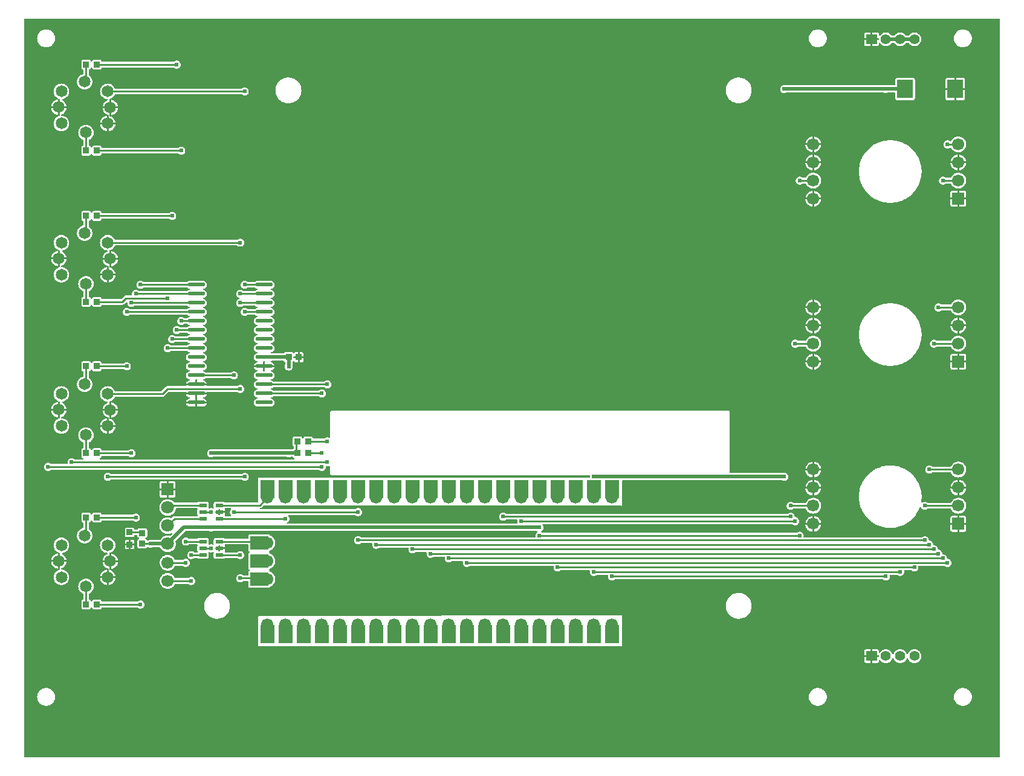
<source format=gbl>
G04 Layer: BottomLayer*
G04 EasyEDA v6.5.29, 2023-07-18 11:29:47*
G04 d241b5e9eba042f2855d0ef1ce65199e,5a6b42c53f6a479593ecc07194224c93,10*
G04 Gerber Generator version 0.2*
G04 Scale: 100 percent, Rotated: No, Reflected: No *
G04 Dimensions in millimeters *
G04 leading zeros omitted , absolute positions ,4 integer and 5 decimal *
%FSLAX45Y45*%
%MOMM*%

%AMMACRO1*21,1,$1,$2,0,0,$3*%
%ADD10C,0.5000*%
%ADD11C,0.2540*%
%ADD12MACRO1,2.592X2.2075X90.0000*%
%ADD13MACRO1,0.8X0.8X0.0000*%
%ADD14R,0.8640X0.8065*%
%ADD15MACRO1,0.864X0.8065X0.0000*%
%ADD16MACRO1,0.864X0.8065X90.0000*%
%ADD17O,2.3880064X0.5739892*%
%ADD18MACRO1,0.864X0.8065X-90.0000*%
%ADD19MACRO1,0.8X0.9X0.0000*%
%ADD20MACRO1,0.532X1.072X-90.0000*%
%ADD21C,1.8000*%
%ADD22R,1.7000X1.8000*%
%ADD23MACRO1,1.7X1.7X90.0000*%
%ADD24C,1.7000*%
%ADD25C,1.6500*%
%ADD26C,1.4000*%
%ADD27R,1.5240X1.4000*%
%ADD28C,0.6096*%
%ADD29C,0.0169*%

%LPD*%
G36*
X-4803495Y-1269492D02*
G01*
X-4807407Y-1268730D01*
X-4810658Y-1266494D01*
X-4812893Y-1263243D01*
X-4813655Y-1259332D01*
X-4813655Y9082532D01*
X-4812893Y9086443D01*
X-4810658Y9089694D01*
X-4807407Y9091930D01*
X-4803495Y9092692D01*
X8840368Y9092692D01*
X8844280Y9091930D01*
X8847531Y9089694D01*
X8849766Y9086443D01*
X8850528Y9082532D01*
X8850528Y-1259332D01*
X8849766Y-1263243D01*
X8847531Y-1266494D01*
X8844280Y-1268730D01*
X8840368Y-1269492D01*
X3566160Y-1269492D01*
X3562248Y-1268730D01*
X3558997Y-1266494D01*
X3556762Y-1263243D01*
X3556000Y-1259332D01*
X3555237Y-1263243D01*
X3553002Y-1266494D01*
X3549751Y-1268730D01*
X3545840Y-1269492D01*
G37*

%LPC*%
G36*
X-1547114Y3653790D02*
G01*
X-1366621Y3653790D01*
X-1356664Y3654653D01*
X-1347520Y3657142D01*
X-1338884Y3661156D01*
X-1331061Y3666591D01*
X-1324356Y3673348D01*
X-1318920Y3681120D01*
X-1314907Y3689756D01*
X-1312418Y3698900D01*
X-1311605Y3708400D01*
X-1312418Y3717899D01*
X-1314907Y3727043D01*
X-1318920Y3735679D01*
X-1324356Y3743451D01*
X-1331061Y3750208D01*
X-1338884Y3755644D01*
X-1347520Y3759657D01*
X-1356461Y3762095D01*
X-1360373Y3764127D01*
X-1363065Y3767582D01*
X-1364030Y3771900D01*
X-1363065Y3776218D01*
X-1360373Y3779672D01*
X-1356461Y3781704D01*
X-1347520Y3784142D01*
X-1338884Y3788156D01*
X-1327556Y3796029D01*
X-1323695Y3796792D01*
X-693572Y3796792D01*
X-689660Y3796029D01*
X-686358Y3793794D01*
X-684784Y3792220D01*
X-676757Y3786581D01*
X-667816Y3782466D01*
X-658368Y3779926D01*
X-648563Y3779062D01*
X-638759Y3779926D01*
X-629310Y3782466D01*
X-620369Y3786581D01*
X-612343Y3792220D01*
X-605383Y3799179D01*
X-599744Y3807206D01*
X-595630Y3816146D01*
X-593090Y3825595D01*
X-592226Y3835400D01*
X-593090Y3845204D01*
X-595630Y3854653D01*
X-599744Y3863594D01*
X-605383Y3871620D01*
X-612343Y3878579D01*
X-620369Y3884218D01*
X-629310Y3888333D01*
X-638759Y3890873D01*
X-648563Y3891737D01*
X-658368Y3890873D01*
X-667816Y3888333D01*
X-676757Y3884218D01*
X-684784Y3878579D01*
X-686358Y3877005D01*
X-689660Y3874770D01*
X-693572Y3874008D01*
X-1323695Y3874008D01*
X-1327556Y3874770D01*
X-1338884Y3882644D01*
X-1347520Y3886657D01*
X-1356461Y3889095D01*
X-1360373Y3891127D01*
X-1363065Y3894582D01*
X-1364030Y3898900D01*
X-1363065Y3903218D01*
X-1360373Y3906672D01*
X-1356461Y3908704D01*
X-1347520Y3911142D01*
X-1338884Y3915156D01*
X-1327556Y3923029D01*
X-1323695Y3923792D01*
X-617372Y3923792D01*
X-613460Y3923029D01*
X-610158Y3920794D01*
X-608584Y3919220D01*
X-600557Y3913581D01*
X-591616Y3909466D01*
X-582168Y3906926D01*
X-572363Y3906062D01*
X-562559Y3906926D01*
X-553110Y3909466D01*
X-544169Y3913581D01*
X-536143Y3919220D01*
X-529183Y3926179D01*
X-523544Y3934206D01*
X-519430Y3943146D01*
X-516890Y3952595D01*
X-516026Y3962400D01*
X-516890Y3972204D01*
X-519430Y3981653D01*
X-523544Y3990594D01*
X-529183Y3998620D01*
X-536143Y4005579D01*
X-544169Y4011218D01*
X-553110Y4015333D01*
X-562559Y4017873D01*
X-572363Y4018737D01*
X-582168Y4017873D01*
X-591616Y4015333D01*
X-600557Y4011218D01*
X-608584Y4005579D01*
X-610158Y4004005D01*
X-613460Y4001770D01*
X-617372Y4001008D01*
X-1323695Y4001008D01*
X-1327556Y4001770D01*
X-1338884Y4009644D01*
X-1347520Y4013657D01*
X-1356461Y4016095D01*
X-1360373Y4018127D01*
X-1363065Y4021582D01*
X-1364030Y4025900D01*
X-1363065Y4030218D01*
X-1360373Y4033672D01*
X-1356461Y4035704D01*
X-1347520Y4038142D01*
X-1338884Y4042156D01*
X-1331061Y4047591D01*
X-1324356Y4054348D01*
X-1318920Y4062120D01*
X-1314907Y4070756D01*
X-1312418Y4079900D01*
X-1311605Y4089400D01*
X-1312418Y4098899D01*
X-1314907Y4108043D01*
X-1318920Y4116679D01*
X-1324356Y4124451D01*
X-1331061Y4131208D01*
X-1338884Y4136644D01*
X-1347520Y4140657D01*
X-1356461Y4143095D01*
X-1360373Y4145127D01*
X-1363065Y4148582D01*
X-1364030Y4152900D01*
X-1363065Y4157218D01*
X-1360373Y4160672D01*
X-1356461Y4162704D01*
X-1347520Y4165142D01*
X-1338884Y4169156D01*
X-1331061Y4174591D01*
X-1324356Y4181348D01*
X-1318920Y4189120D01*
X-1314907Y4197756D01*
X-1313281Y4203700D01*
X-1444142Y4203700D01*
X-1444142Y4154170D01*
X-1444955Y4150258D01*
X-1447139Y4147007D01*
X-1450441Y4144772D01*
X-1454302Y4144010D01*
X-1459382Y4144010D01*
X-1463294Y4144772D01*
X-1466596Y4147007D01*
X-1468780Y4150258D01*
X-1469542Y4154170D01*
X-1469542Y4203700D01*
X-1600454Y4203700D01*
X-1598828Y4197756D01*
X-1594815Y4189120D01*
X-1589379Y4181348D01*
X-1582623Y4174591D01*
X-1574850Y4169156D01*
X-1566214Y4165142D01*
X-1557223Y4162704D01*
X-1553362Y4160672D01*
X-1550670Y4157218D01*
X-1549704Y4152900D01*
X-1550670Y4148582D01*
X-1553362Y4145127D01*
X-1557223Y4143095D01*
X-1566214Y4140657D01*
X-1574850Y4136644D01*
X-1582623Y4131208D01*
X-1589379Y4124451D01*
X-1594815Y4116679D01*
X-1598828Y4108043D01*
X-1601317Y4098899D01*
X-1602130Y4089400D01*
X-1601317Y4079900D01*
X-1598828Y4070756D01*
X-1594815Y4062120D01*
X-1589379Y4054348D01*
X-1582623Y4047591D01*
X-1574850Y4042156D01*
X-1566214Y4038142D01*
X-1557223Y4035704D01*
X-1553362Y4033672D01*
X-1550670Y4030218D01*
X-1549704Y4025900D01*
X-1550670Y4021582D01*
X-1553362Y4018127D01*
X-1557223Y4016095D01*
X-1566214Y4013657D01*
X-1574850Y4009644D01*
X-1582623Y4004208D01*
X-1589379Y3997451D01*
X-1594815Y3989679D01*
X-1598828Y3981043D01*
X-1601317Y3971899D01*
X-1602130Y3962400D01*
X-1601317Y3952900D01*
X-1598828Y3943756D01*
X-1594815Y3935120D01*
X-1589379Y3927348D01*
X-1582623Y3920591D01*
X-1574850Y3915156D01*
X-1566214Y3911142D01*
X-1557223Y3908704D01*
X-1553362Y3906672D01*
X-1550670Y3903218D01*
X-1549704Y3898900D01*
X-1550670Y3894582D01*
X-1553362Y3891127D01*
X-1557223Y3889095D01*
X-1566214Y3886657D01*
X-1574850Y3882644D01*
X-1582623Y3877208D01*
X-1589379Y3870451D01*
X-1594815Y3862679D01*
X-1598828Y3854043D01*
X-1601317Y3844899D01*
X-1602130Y3835400D01*
X-1601317Y3825900D01*
X-1598828Y3816756D01*
X-1594815Y3808120D01*
X-1589379Y3800348D01*
X-1582623Y3793591D01*
X-1574850Y3788156D01*
X-1566214Y3784142D01*
X-1557223Y3781704D01*
X-1553362Y3779672D01*
X-1550670Y3776218D01*
X-1549704Y3771900D01*
X-1550670Y3767582D01*
X-1553362Y3764127D01*
X-1557223Y3762095D01*
X-1566214Y3759657D01*
X-1574850Y3755644D01*
X-1582623Y3750208D01*
X-1589379Y3743451D01*
X-1594815Y3735679D01*
X-1598828Y3727043D01*
X-1601317Y3717899D01*
X-1602130Y3708400D01*
X-1601317Y3698900D01*
X-1598828Y3689756D01*
X-1594815Y3681120D01*
X-1589379Y3673348D01*
X-1582623Y3666591D01*
X-1574850Y3661156D01*
X-1566214Y3657142D01*
X-1557020Y3654653D01*
G37*
G36*
X6298336Y-544982D02*
G01*
X6313525Y-544068D01*
X6328460Y-541324D01*
X6342989Y-536803D01*
X6356858Y-530555D01*
X6369862Y-522681D01*
X6381800Y-513334D01*
X6392570Y-502564D01*
X6401917Y-490626D01*
X6409791Y-477621D01*
X6416040Y-463753D01*
X6420561Y-449224D01*
X6423304Y-434289D01*
X6424218Y-419100D01*
X6423304Y-403910D01*
X6420561Y-388975D01*
X6416040Y-374446D01*
X6409791Y-360578D01*
X6401917Y-347573D01*
X6392570Y-335635D01*
X6381800Y-324866D01*
X6369862Y-315518D01*
X6356858Y-307644D01*
X6342989Y-301396D01*
X6328460Y-296875D01*
X6313525Y-294132D01*
X6298336Y-293217D01*
X6283147Y-294132D01*
X6268212Y-296875D01*
X6253683Y-301396D01*
X6239814Y-307644D01*
X6226810Y-315518D01*
X6214872Y-324866D01*
X6204102Y-335635D01*
X6194755Y-347573D01*
X6186881Y-360578D01*
X6180632Y-374446D01*
X6176111Y-388975D01*
X6173368Y-403910D01*
X6172454Y-419100D01*
X6173368Y-434289D01*
X6176111Y-449224D01*
X6180632Y-463753D01*
X6186881Y-477621D01*
X6194755Y-490626D01*
X6204102Y-502564D01*
X6214872Y-513334D01*
X6226810Y-522681D01*
X6239814Y-530555D01*
X6253683Y-536803D01*
X6268212Y-541324D01*
X6283147Y-544068D01*
G37*
G36*
X8330336Y-544982D02*
G01*
X8345525Y-544068D01*
X8360460Y-541324D01*
X8374989Y-536803D01*
X8388858Y-530555D01*
X8401862Y-522681D01*
X8413800Y-513334D01*
X8424570Y-502564D01*
X8433917Y-490626D01*
X8441791Y-477621D01*
X8448040Y-463753D01*
X8452561Y-449224D01*
X8455304Y-434289D01*
X8456218Y-419100D01*
X8455304Y-403910D01*
X8452561Y-388975D01*
X8448040Y-374446D01*
X8441791Y-360578D01*
X8433917Y-347573D01*
X8424570Y-335635D01*
X8413800Y-324866D01*
X8401862Y-315518D01*
X8388858Y-307644D01*
X8374989Y-301396D01*
X8360460Y-296875D01*
X8345525Y-294132D01*
X8330336Y-293217D01*
X8315147Y-294132D01*
X8300212Y-296875D01*
X8285683Y-301396D01*
X8271814Y-307644D01*
X8258809Y-315518D01*
X8246872Y-324866D01*
X8236102Y-335635D01*
X8226755Y-347573D01*
X8218881Y-360578D01*
X8212632Y-374446D01*
X8208111Y-388975D01*
X8205368Y-403910D01*
X8204453Y-419100D01*
X8205368Y-434289D01*
X8208111Y-449224D01*
X8212632Y-463753D01*
X8218881Y-477621D01*
X8226755Y-490626D01*
X8236102Y-502564D01*
X8246872Y-513334D01*
X8258809Y-522681D01*
X8271814Y-530555D01*
X8285683Y-536803D01*
X8300212Y-541324D01*
X8315147Y-544068D01*
G37*
G36*
X-4509363Y-544982D02*
G01*
X-4494225Y-544068D01*
X-4479239Y-541324D01*
X-4464761Y-536803D01*
X-4450892Y-530555D01*
X-4437888Y-522681D01*
X-4425899Y-513334D01*
X-4415180Y-502564D01*
X-4405782Y-490626D01*
X-4397908Y-477621D01*
X-4391660Y-463753D01*
X-4387138Y-449224D01*
X-4384395Y-434289D01*
X-4383481Y-419100D01*
X-4384395Y-403910D01*
X-4387138Y-388975D01*
X-4391660Y-374446D01*
X-4397908Y-360578D01*
X-4405782Y-347573D01*
X-4415180Y-335635D01*
X-4425899Y-324866D01*
X-4437888Y-315518D01*
X-4450892Y-307644D01*
X-4464761Y-301396D01*
X-4479239Y-296875D01*
X-4494225Y-294132D01*
X-4509363Y-293217D01*
X-4524552Y-294132D01*
X-4539538Y-296875D01*
X-4554016Y-301396D01*
X-4567885Y-307644D01*
X-4580890Y-315518D01*
X-4592878Y-324866D01*
X-4603597Y-335635D01*
X-4612995Y-347573D01*
X-4620869Y-360578D01*
X-4627118Y-374446D01*
X-4631639Y-388975D01*
X-4634382Y-403910D01*
X-4635296Y-419100D01*
X-4634382Y-434289D01*
X-4631639Y-449224D01*
X-4627118Y-463753D01*
X-4620869Y-477621D01*
X-4612995Y-490626D01*
X-4603597Y-502564D01*
X-4592878Y-513334D01*
X-4580890Y-522681D01*
X-4567885Y-530555D01*
X-4554016Y-536803D01*
X-4539538Y-541324D01*
X-4524552Y-544068D01*
G37*
G36*
X6976872Y56489D02*
G01*
X7039762Y56489D01*
X7039762Y139700D01*
X6950354Y139700D01*
X6950354Y82956D01*
X6951065Y76657D01*
X6952996Y71170D01*
X6956094Y66294D01*
X6960158Y62179D01*
X6965086Y59131D01*
X6970522Y57200D01*
G37*
G36*
X7065162Y56489D02*
G01*
X7128103Y56489D01*
X7134453Y57200D01*
X7139889Y59131D01*
X7144816Y62179D01*
X7148880Y66294D01*
X7151979Y71170D01*
X7153859Y76657D01*
X7154570Y82956D01*
X7154570Y93167D01*
X7155484Y97332D01*
X7157974Y100787D01*
X7161682Y102870D01*
X7165898Y103276D01*
X7169912Y101904D01*
X7173061Y99060D01*
X7178090Y91897D01*
X7187031Y82346D01*
X7197191Y74066D01*
X7208367Y67259D01*
X7220356Y62026D01*
X7232954Y58521D01*
X7245959Y56743D01*
X7259015Y56743D01*
X7271969Y58521D01*
X7284618Y62026D01*
X7296607Y67259D01*
X7307783Y74066D01*
X7317943Y82346D01*
X7326884Y91897D01*
X7334402Y102565D01*
X7340447Y114198D01*
X7342936Y121158D01*
X7345070Y124714D01*
X7348423Y127101D01*
X7352487Y127914D01*
X7356551Y127101D01*
X7359903Y124714D01*
X7362037Y121158D01*
X7364526Y114198D01*
X7370572Y102565D01*
X7378090Y91897D01*
X7387031Y82346D01*
X7397191Y74066D01*
X7408367Y67259D01*
X7420356Y62026D01*
X7432954Y58521D01*
X7445959Y56743D01*
X7459014Y56743D01*
X7471968Y58521D01*
X7484618Y62026D01*
X7496606Y67259D01*
X7507782Y74066D01*
X7517942Y82346D01*
X7526883Y91897D01*
X7534402Y102565D01*
X7540447Y114198D01*
X7542936Y121158D01*
X7545070Y124714D01*
X7548422Y127101D01*
X7552486Y127914D01*
X7556550Y127101D01*
X7559903Y124714D01*
X7562037Y121158D01*
X7564526Y114198D01*
X7570571Y102565D01*
X7578090Y91897D01*
X7587030Y82346D01*
X7597190Y74066D01*
X7608366Y67259D01*
X7620355Y62026D01*
X7632953Y58521D01*
X7645958Y56743D01*
X7659014Y56743D01*
X7671968Y58521D01*
X7684617Y62026D01*
X7696606Y67259D01*
X7707782Y74066D01*
X7717942Y82346D01*
X7726883Y91897D01*
X7734401Y102565D01*
X7740446Y114198D01*
X7744815Y126542D01*
X7747457Y139344D01*
X7748371Y152400D01*
X7747457Y165455D01*
X7744815Y178257D01*
X7740446Y190601D01*
X7734401Y202234D01*
X7726883Y212902D01*
X7717942Y222453D01*
X7707782Y230733D01*
X7696606Y237540D01*
X7684617Y242722D01*
X7671968Y246278D01*
X7659014Y248056D01*
X7645958Y248056D01*
X7632953Y246278D01*
X7620355Y242722D01*
X7608366Y237540D01*
X7597190Y230733D01*
X7587030Y222453D01*
X7578090Y212902D01*
X7570571Y202234D01*
X7564526Y190601D01*
X7562037Y183642D01*
X7559903Y180086D01*
X7556550Y177698D01*
X7552486Y176885D01*
X7548422Y177698D01*
X7545070Y180086D01*
X7542936Y183642D01*
X7540447Y190601D01*
X7534402Y202234D01*
X7526883Y212902D01*
X7517942Y222453D01*
X7507782Y230733D01*
X7496606Y237540D01*
X7484618Y242722D01*
X7471968Y246278D01*
X7459014Y248056D01*
X7445959Y248056D01*
X7432954Y246278D01*
X7420356Y242722D01*
X7408367Y237540D01*
X7397191Y230733D01*
X7387031Y222453D01*
X7378090Y212902D01*
X7370572Y202234D01*
X7364526Y190601D01*
X7362037Y183642D01*
X7359903Y180086D01*
X7356551Y177698D01*
X7352487Y176885D01*
X7348423Y177698D01*
X7345070Y180086D01*
X7342936Y183642D01*
X7340447Y190601D01*
X7334402Y202234D01*
X7326884Y212902D01*
X7317943Y222453D01*
X7307783Y230733D01*
X7296607Y237540D01*
X7284618Y242722D01*
X7271969Y246278D01*
X7259015Y248056D01*
X7245959Y248056D01*
X7232954Y246278D01*
X7220356Y242722D01*
X7208367Y237540D01*
X7197191Y230733D01*
X7187031Y222453D01*
X7178090Y212902D01*
X7173061Y205740D01*
X7169912Y202895D01*
X7165898Y201523D01*
X7161682Y201930D01*
X7157974Y204012D01*
X7155484Y207467D01*
X7154570Y211632D01*
X7154570Y221843D01*
X7153859Y228142D01*
X7151979Y233629D01*
X7148880Y238506D01*
X7144816Y242620D01*
X7139889Y245668D01*
X7134453Y247599D01*
X7128103Y248310D01*
X7065162Y248310D01*
X7065162Y165100D01*
X7146594Y165100D01*
X7150455Y164338D01*
X7153757Y162102D01*
X7155992Y158851D01*
X7156754Y154940D01*
X7156754Y149860D01*
X7155992Y145948D01*
X7153757Y142697D01*
X7150455Y140462D01*
X7146594Y139700D01*
X7065162Y139700D01*
G37*
G36*
X6950354Y8813800D02*
G01*
X7039762Y8813800D01*
X7039762Y8897010D01*
X6976872Y8897010D01*
X6970522Y8896299D01*
X6965086Y8894368D01*
X6960158Y8891270D01*
X6956094Y8887206D01*
X6952996Y8882278D01*
X6951065Y8876842D01*
X6950354Y8870492D01*
G37*
G36*
X7065162Y8705189D02*
G01*
X7128103Y8705189D01*
X7134453Y8705900D01*
X7139889Y8707780D01*
X7144816Y8710879D01*
X7148880Y8714994D01*
X7151979Y8719870D01*
X7153859Y8725306D01*
X7154570Y8731656D01*
X7154570Y8741867D01*
X7155484Y8746032D01*
X7157974Y8749436D01*
X7161682Y8751570D01*
X7165898Y8751976D01*
X7169912Y8750604D01*
X7173061Y8747709D01*
X7178090Y8740546D01*
X7187031Y8730996D01*
X7197191Y8722766D01*
X7208367Y8715959D01*
X7220356Y8710726D01*
X7232954Y8707221D01*
X7245959Y8705443D01*
X7259015Y8705443D01*
X7271969Y8707221D01*
X7284618Y8710726D01*
X7296607Y8715959D01*
X7307783Y8722766D01*
X7317943Y8730996D01*
X7326884Y8740546D01*
X7330643Y8745880D01*
X7332878Y8748217D01*
X7335723Y8749690D01*
X7338923Y8750198D01*
X7366050Y8750198D01*
X7369251Y8749690D01*
X7372096Y8748217D01*
X7374331Y8745880D01*
X7378090Y8740546D01*
X7387031Y8730996D01*
X7397191Y8722766D01*
X7408367Y8715959D01*
X7420356Y8710726D01*
X7432954Y8707221D01*
X7445959Y8705443D01*
X7459014Y8705443D01*
X7471968Y8707221D01*
X7484618Y8710726D01*
X7496606Y8715959D01*
X7507782Y8722766D01*
X7517942Y8730996D01*
X7526883Y8740546D01*
X7530642Y8745880D01*
X7532878Y8748217D01*
X7535722Y8749690D01*
X7538923Y8750198D01*
X7566050Y8750198D01*
X7569250Y8749690D01*
X7572095Y8748217D01*
X7574330Y8745880D01*
X7578090Y8740546D01*
X7587030Y8730996D01*
X7597190Y8722766D01*
X7608366Y8715959D01*
X7620355Y8710726D01*
X7632953Y8707221D01*
X7645958Y8705443D01*
X7659014Y8705443D01*
X7671968Y8707221D01*
X7684617Y8710726D01*
X7696606Y8715959D01*
X7707782Y8722766D01*
X7717942Y8730996D01*
X7726883Y8740546D01*
X7734401Y8751265D01*
X7740446Y8762898D01*
X7744815Y8775192D01*
X7747457Y8788044D01*
X7748371Y8801100D01*
X7747457Y8814155D01*
X7744815Y8826957D01*
X7740446Y8839301D01*
X7734401Y8850884D01*
X7726883Y8861602D01*
X7717942Y8871153D01*
X7707782Y8879433D01*
X7696606Y8886240D01*
X7684617Y8891422D01*
X7671968Y8894978D01*
X7659014Y8896756D01*
X7645958Y8896756D01*
X7632953Y8894978D01*
X7620355Y8891422D01*
X7608366Y8886240D01*
X7597190Y8879433D01*
X7587030Y8871153D01*
X7578090Y8861602D01*
X7574381Y8856319D01*
X7572146Y8853982D01*
X7569250Y8852509D01*
X7566050Y8852001D01*
X7538872Y8852001D01*
X7535722Y8852509D01*
X7532827Y8853982D01*
X7530592Y8856319D01*
X7526883Y8861602D01*
X7517942Y8871153D01*
X7507782Y8879433D01*
X7496606Y8886240D01*
X7484618Y8891422D01*
X7471968Y8894978D01*
X7459014Y8896756D01*
X7445959Y8896756D01*
X7432954Y8894978D01*
X7420356Y8891422D01*
X7408367Y8886240D01*
X7397191Y8879433D01*
X7387031Y8871153D01*
X7378090Y8861602D01*
X7374381Y8856319D01*
X7372146Y8853982D01*
X7369251Y8852509D01*
X7366050Y8852001D01*
X7338872Y8852001D01*
X7335723Y8852509D01*
X7332827Y8853982D01*
X7330592Y8856319D01*
X7326884Y8861602D01*
X7317943Y8871153D01*
X7307783Y8879433D01*
X7296607Y8886240D01*
X7284618Y8891422D01*
X7271969Y8894978D01*
X7259015Y8896756D01*
X7245959Y8896756D01*
X7232954Y8894978D01*
X7220356Y8891422D01*
X7208367Y8886240D01*
X7197191Y8879433D01*
X7187031Y8871153D01*
X7178090Y8861602D01*
X7173061Y8854440D01*
X7169912Y8851544D01*
X7165898Y8850223D01*
X7161682Y8850630D01*
X7157974Y8852712D01*
X7155484Y8856116D01*
X7154570Y8860282D01*
X7154570Y8870492D01*
X7153859Y8876842D01*
X7151979Y8882278D01*
X7148880Y8887206D01*
X7144816Y8891270D01*
X7139889Y8894368D01*
X7134453Y8896299D01*
X7128103Y8897010D01*
X7065162Y8897010D01*
X7065162Y8813800D01*
X7146594Y8813800D01*
X7150455Y8812987D01*
X7153757Y8810802D01*
X7155992Y8807500D01*
X7156754Y8803640D01*
X7156754Y8798560D01*
X7155992Y8794648D01*
X7153757Y8791346D01*
X7150455Y8789162D01*
X7146594Y8788400D01*
X7065162Y8788400D01*
G37*
G36*
X6976872Y8705189D02*
G01*
X7039762Y8705189D01*
X7039762Y8788400D01*
X6950354Y8788400D01*
X6950354Y8731656D01*
X6951065Y8725306D01*
X6952996Y8719870D01*
X6956094Y8714994D01*
X6960158Y8710879D01*
X6965086Y8707780D01*
X6970522Y8705900D01*
G37*
G36*
X6950354Y165100D02*
G01*
X7039762Y165100D01*
X7039762Y248310D01*
X6976872Y248310D01*
X6970522Y247599D01*
X6965086Y245668D01*
X6960158Y242620D01*
X6956094Y238506D01*
X6952996Y233629D01*
X6951065Y228142D01*
X6950354Y221843D01*
G37*
G36*
X-4509363Y8687917D02*
G01*
X-4494225Y8688832D01*
X-4479239Y8691575D01*
X-4464761Y8696096D01*
X-4450892Y8702344D01*
X-4437888Y8710218D01*
X-4425899Y8719566D01*
X-4415180Y8730335D01*
X-4405782Y8742273D01*
X-4397908Y8755278D01*
X-4391660Y8769146D01*
X-4387138Y8783675D01*
X-4384395Y8798610D01*
X-4383481Y8813800D01*
X-4384395Y8828989D01*
X-4387138Y8843924D01*
X-4391660Y8858453D01*
X-4397908Y8872321D01*
X-4405782Y8885326D01*
X-4415180Y8897264D01*
X-4425899Y8908034D01*
X-4437888Y8917381D01*
X-4450892Y8925255D01*
X-4464761Y8931503D01*
X-4479239Y8936024D01*
X-4494225Y8938768D01*
X-4509363Y8939682D01*
X-4524552Y8938768D01*
X-4539538Y8936024D01*
X-4554016Y8931503D01*
X-4567885Y8925255D01*
X-4580890Y8917381D01*
X-4592878Y8908034D01*
X-4603597Y8897264D01*
X-4612995Y8885326D01*
X-4620869Y8872321D01*
X-4627118Y8858453D01*
X-4631639Y8843924D01*
X-4634382Y8828989D01*
X-4635296Y8813800D01*
X-4634382Y8798610D01*
X-4631639Y8783675D01*
X-4627118Y8769146D01*
X-4620869Y8755278D01*
X-4612995Y8742273D01*
X-4603597Y8730335D01*
X-4592878Y8719566D01*
X-4580890Y8710218D01*
X-4567885Y8702344D01*
X-4554016Y8696096D01*
X-4539538Y8691575D01*
X-4524552Y8688832D01*
G37*
G36*
X6298336Y8687917D02*
G01*
X6313525Y8688832D01*
X6328460Y8691575D01*
X6342989Y8696096D01*
X6356858Y8702344D01*
X6369862Y8710218D01*
X6381800Y8719566D01*
X6392570Y8730335D01*
X6401917Y8742273D01*
X6409791Y8755278D01*
X6416040Y8769146D01*
X6420561Y8783675D01*
X6423304Y8798610D01*
X6424218Y8813800D01*
X6423304Y8828989D01*
X6420561Y8843924D01*
X6416040Y8858453D01*
X6409791Y8872321D01*
X6401917Y8885326D01*
X6392570Y8897264D01*
X6381800Y8908034D01*
X6369862Y8917381D01*
X6356858Y8925255D01*
X6342989Y8931503D01*
X6328460Y8936024D01*
X6313525Y8938768D01*
X6298336Y8939682D01*
X6283147Y8938768D01*
X6268212Y8936024D01*
X6253683Y8931503D01*
X6239814Y8925255D01*
X6226810Y8917381D01*
X6214872Y8908034D01*
X6204102Y8897264D01*
X6194755Y8885326D01*
X6186881Y8872321D01*
X6180632Y8858453D01*
X6176111Y8843924D01*
X6173368Y8828989D01*
X6172454Y8813800D01*
X6173368Y8798610D01*
X6176111Y8783675D01*
X6180632Y8769146D01*
X6186881Y8755278D01*
X6194755Y8742273D01*
X6204102Y8730335D01*
X6214872Y8719566D01*
X6226810Y8710218D01*
X6239814Y8702344D01*
X6253683Y8696096D01*
X6268212Y8691575D01*
X6283147Y8688832D01*
G37*
G36*
X8330336Y8687917D02*
G01*
X8345525Y8688832D01*
X8360460Y8691575D01*
X8374989Y8696096D01*
X8388858Y8702344D01*
X8401862Y8710218D01*
X8413800Y8719566D01*
X8424570Y8730335D01*
X8433917Y8742273D01*
X8441791Y8755278D01*
X8448040Y8769146D01*
X8452561Y8783675D01*
X8455304Y8798610D01*
X8456218Y8813800D01*
X8455304Y8828989D01*
X8452561Y8843924D01*
X8448040Y8858453D01*
X8441791Y8872321D01*
X8433917Y8885326D01*
X8424570Y8897264D01*
X8413800Y8908034D01*
X8401862Y8917381D01*
X8388858Y8925255D01*
X8374989Y8931503D01*
X8360460Y8936024D01*
X8345525Y8938768D01*
X8330336Y8939682D01*
X8315147Y8938768D01*
X8300212Y8936024D01*
X8285683Y8931503D01*
X8271814Y8925255D01*
X8258809Y8917381D01*
X8246872Y8908034D01*
X8236102Y8897264D01*
X8226755Y8885326D01*
X8218881Y8872321D01*
X8212632Y8858453D01*
X8208111Y8843924D01*
X8205368Y8828989D01*
X8204453Y8813800D01*
X8205368Y8798610D01*
X8208111Y8783675D01*
X8212632Y8769146D01*
X8218881Y8755278D01*
X8226755Y8742273D01*
X8236102Y8730335D01*
X8246872Y8719566D01*
X8258809Y8710218D01*
X8271814Y8702344D01*
X8285683Y8696096D01*
X8300212Y8691575D01*
X8315147Y8688832D01*
G37*
G36*
X3556000Y281940D02*
G01*
X3556000Y734009D01*
X3555237Y730148D01*
X3553053Y726846D01*
X3549751Y724662D01*
X3545890Y723849D01*
X-1535684Y711200D01*
X-1536700Y710184D01*
X-1536700Y293116D01*
X-1535684Y292100D01*
X3545840Y292100D01*
X3549751Y291338D01*
X3553002Y289102D01*
X3555237Y285851D01*
G37*
G36*
X5196484Y676351D02*
G01*
X5215026Y677824D01*
X5233365Y681126D01*
X5251246Y686358D01*
X5268518Y693369D01*
X5284927Y702106D01*
X5300370Y712520D01*
X5314696Y724458D01*
X5327700Y737768D01*
X5339232Y752398D01*
X5349240Y768096D01*
X5357571Y784758D01*
X5364124Y802182D01*
X5368899Y820216D01*
X5371744Y838606D01*
X5372709Y857199D01*
X5371744Y875792D01*
X5368899Y894181D01*
X5364124Y912215D01*
X5357571Y929640D01*
X5349240Y946302D01*
X5339232Y961999D01*
X5327700Y976630D01*
X5314696Y989939D01*
X5300370Y1001877D01*
X5284927Y1012291D01*
X5268518Y1021029D01*
X5251246Y1028039D01*
X5233365Y1033271D01*
X5215026Y1036574D01*
X5196484Y1038047D01*
X5177840Y1037539D01*
X5159400Y1035151D01*
X5141264Y1030884D01*
X5123637Y1024788D01*
X5106771Y1016863D01*
X5090820Y1007262D01*
X5075936Y996086D01*
X5062270Y983437D01*
X5049977Y969467D01*
X5039156Y954278D01*
X5030012Y938072D01*
X5022545Y921003D01*
X5016855Y903274D01*
X5013045Y885037D01*
X5011166Y866495D01*
X5011166Y847902D01*
X5013045Y829360D01*
X5016855Y811123D01*
X5022545Y793394D01*
X5030012Y776325D01*
X5039156Y760120D01*
X5049977Y744931D01*
X5062270Y730961D01*
X5075936Y718312D01*
X5090820Y707136D01*
X5106771Y697534D01*
X5123637Y689610D01*
X5141264Y683514D01*
X5159400Y679246D01*
X5177840Y676859D01*
G37*
G36*
X-2110790Y676351D02*
G01*
X-2092248Y677824D01*
X-2073910Y681126D01*
X-2056028Y686358D01*
X-2038756Y693369D01*
X-2022348Y702106D01*
X-2006904Y712520D01*
X-1992579Y724458D01*
X-1979574Y737768D01*
X-1968042Y752398D01*
X-1958035Y768096D01*
X-1949704Y784758D01*
X-1943150Y802182D01*
X-1938375Y820216D01*
X-1935530Y838606D01*
X-1934565Y857199D01*
X-1935530Y875792D01*
X-1938375Y894181D01*
X-1943150Y912215D01*
X-1949704Y929640D01*
X-1958035Y946302D01*
X-1968042Y961999D01*
X-1979574Y976630D01*
X-1992579Y989939D01*
X-2006904Y1001877D01*
X-2022348Y1012291D01*
X-2038756Y1021029D01*
X-2056028Y1028039D01*
X-2073910Y1033271D01*
X-2092248Y1036574D01*
X-2110790Y1038047D01*
X-2129434Y1037539D01*
X-2147874Y1035151D01*
X-2166010Y1030884D01*
X-2183638Y1024788D01*
X-2200503Y1016863D01*
X-2216454Y1007262D01*
X-2231339Y996086D01*
X-2245004Y983437D01*
X-2257298Y969467D01*
X-2268118Y954278D01*
X-2277262Y938072D01*
X-2284730Y921003D01*
X-2290419Y903274D01*
X-2294229Y885037D01*
X-2296109Y866495D01*
X-2296109Y847902D01*
X-2294229Y829360D01*
X-2290419Y811123D01*
X-2284730Y793394D01*
X-2277262Y776325D01*
X-2268118Y760120D01*
X-2257298Y744931D01*
X-2245004Y730961D01*
X-2231339Y718312D01*
X-2216454Y707136D01*
X-2200503Y697534D01*
X-2183638Y689610D01*
X-2166010Y683514D01*
X-2147874Y679246D01*
X-2129434Y676859D01*
G37*
G36*
X-3989425Y807212D02*
G01*
X-3909923Y807212D01*
X-3903624Y807923D01*
X-3898137Y809802D01*
X-3893261Y812901D01*
X-3889146Y816965D01*
X-3886098Y821893D01*
X-3883964Y827938D01*
X-3881831Y831494D01*
X-3878427Y833932D01*
X-3874363Y834745D01*
X-3870299Y833932D01*
X-3866896Y831494D01*
X-3864762Y827938D01*
X-3862628Y821893D01*
X-3859580Y816965D01*
X-3855465Y812901D01*
X-3850589Y809802D01*
X-3845102Y807923D01*
X-3838803Y807212D01*
X-3759301Y807212D01*
X-3752951Y807923D01*
X-3747515Y809802D01*
X-3742588Y812901D01*
X-3738524Y816965D01*
X-3735425Y821893D01*
X-3733495Y827328D01*
X-3732326Y832205D01*
X-3730040Y835101D01*
X-3726891Y837031D01*
X-3723284Y837692D01*
X-3233572Y837692D01*
X-3229660Y836930D01*
X-3226358Y834694D01*
X-3224784Y833119D01*
X-3216757Y827481D01*
X-3207816Y823366D01*
X-3198368Y820826D01*
X-3188563Y819962D01*
X-3178759Y820826D01*
X-3169310Y823366D01*
X-3160369Y827481D01*
X-3152343Y833119D01*
X-3145383Y840079D01*
X-3139744Y848106D01*
X-3135630Y857046D01*
X-3133090Y866495D01*
X-3132226Y876300D01*
X-3133090Y886104D01*
X-3135630Y895553D01*
X-3139744Y904494D01*
X-3145383Y912520D01*
X-3152343Y919480D01*
X-3160369Y925118D01*
X-3169310Y929233D01*
X-3178759Y931773D01*
X-3188563Y932637D01*
X-3198368Y931773D01*
X-3207816Y929233D01*
X-3216757Y925118D01*
X-3224784Y919480D01*
X-3226358Y917905D01*
X-3229660Y915669D01*
X-3233572Y914908D01*
X-3723284Y914908D01*
X-3726891Y915568D01*
X-3730040Y917498D01*
X-3732326Y920394D01*
X-3733495Y925271D01*
X-3735425Y930706D01*
X-3738524Y935634D01*
X-3742588Y939698D01*
X-3747515Y942797D01*
X-3752951Y944676D01*
X-3759301Y945387D01*
X-3838803Y945387D01*
X-3845102Y944676D01*
X-3850589Y942797D01*
X-3855465Y939698D01*
X-3859580Y935634D01*
X-3862628Y930706D01*
X-3864762Y924661D01*
X-3866896Y921105D01*
X-3870299Y918667D01*
X-3874363Y917854D01*
X-3878427Y918667D01*
X-3881831Y921105D01*
X-3883964Y924661D01*
X-3886098Y930706D01*
X-3889146Y935634D01*
X-3893261Y939698D01*
X-3898137Y942797D01*
X-3904640Y945032D01*
X-3908196Y947166D01*
X-3910584Y950569D01*
X-3911447Y954633D01*
X-3911650Y1022553D01*
X-3910939Y1026261D01*
X-3908958Y1029462D01*
X-3905961Y1031697D01*
X-3896360Y1036421D01*
X-3884574Y1044295D01*
X-3873906Y1053642D01*
X-3864559Y1064310D01*
X-3856685Y1076096D01*
X-3850436Y1088847D01*
X-3845864Y1102258D01*
X-3843121Y1116177D01*
X-3842156Y1130300D01*
X-3843121Y1144422D01*
X-3845864Y1158341D01*
X-3850436Y1171752D01*
X-3856685Y1184503D01*
X-3864559Y1196289D01*
X-3873906Y1206957D01*
X-3884574Y1216304D01*
X-3896360Y1224178D01*
X-3909110Y1230426D01*
X-3922522Y1234998D01*
X-3936441Y1237742D01*
X-3950563Y1238707D01*
X-3964686Y1237742D01*
X-3978605Y1234998D01*
X-3992016Y1230426D01*
X-4004767Y1224178D01*
X-4016552Y1216304D01*
X-4027220Y1206957D01*
X-4036568Y1196289D01*
X-4044442Y1184503D01*
X-4050690Y1171752D01*
X-4055262Y1158341D01*
X-4058005Y1144422D01*
X-4058970Y1130300D01*
X-4058005Y1116177D01*
X-4055262Y1102258D01*
X-4050690Y1088847D01*
X-4044442Y1076096D01*
X-4036568Y1064310D01*
X-4027220Y1053642D01*
X-4016552Y1044295D01*
X-4004767Y1036421D01*
X-3994505Y1031392D01*
X-3991508Y1029157D01*
X-3989527Y1025956D01*
X-3988866Y1022299D01*
X-3988663Y954430D01*
X-3989476Y950366D01*
X-3991864Y946962D01*
X-3995470Y944829D01*
X-4001211Y942797D01*
X-4006138Y939698D01*
X-4010202Y935634D01*
X-4013301Y930706D01*
X-4015232Y925271D01*
X-4015943Y918921D01*
X-4015943Y833678D01*
X-4015232Y827328D01*
X-4013301Y821893D01*
X-4010202Y816965D01*
X-4006138Y812901D01*
X-4001211Y809802D01*
X-3995775Y807923D01*
G37*
G36*
X8237829Y8115300D02*
G01*
X8361425Y8115300D01*
X8361425Y8231631D01*
X8360714Y8237931D01*
X8358784Y8243417D01*
X8355685Y8248294D01*
X8351621Y8252409D01*
X8346694Y8255508D01*
X8341258Y8257387D01*
X8334908Y8258098D01*
X8237829Y8258098D01*
G37*
G36*
X8088833Y8115300D02*
G01*
X8212429Y8115300D01*
X8212429Y8258098D01*
X8115300Y8258098D01*
X8109000Y8257387D01*
X8103514Y8255508D01*
X8098637Y8252409D01*
X8094522Y8248294D01*
X8091474Y8243417D01*
X8089544Y8237931D01*
X8088833Y8231631D01*
G37*
G36*
X-3970731Y8096554D02*
G01*
X-3956608Y8097520D01*
X-3942689Y8100263D01*
X-3929278Y8104835D01*
X-3916578Y8111083D01*
X-3904792Y8118957D01*
X-3894124Y8128304D01*
X-3884777Y8138972D01*
X-3876903Y8150758D01*
X-3870604Y8163509D01*
X-3866083Y8176920D01*
X-3863289Y8190839D01*
X-3862374Y8204962D01*
X-3863289Y8219084D01*
X-3866083Y8233003D01*
X-3870604Y8246414D01*
X-3876903Y8259165D01*
X-3884777Y8270951D01*
X-3894124Y8281619D01*
X-3904792Y8290966D01*
X-3909009Y8294420D01*
X-3910533Y8297316D01*
X-3911092Y8300618D01*
X-3911092Y8367268D01*
X-3910228Y8371331D01*
X-3907840Y8374735D01*
X-3904284Y8376869D01*
X-3898137Y8379002D01*
X-3893261Y8382101D01*
X-3889146Y8386165D01*
X-3886098Y8391093D01*
X-3883964Y8397138D01*
X-3881831Y8400694D01*
X-3878427Y8403132D01*
X-3874363Y8403945D01*
X-3870299Y8403132D01*
X-3866896Y8400694D01*
X-3864762Y8397138D01*
X-3862628Y8391093D01*
X-3859580Y8386165D01*
X-3855465Y8382101D01*
X-3850589Y8379002D01*
X-3845102Y8377123D01*
X-3838803Y8376412D01*
X-3759301Y8376412D01*
X-3752951Y8377123D01*
X-3747515Y8379002D01*
X-3742588Y8382101D01*
X-3738524Y8386165D01*
X-3735425Y8391093D01*
X-3733495Y8396528D01*
X-3732326Y8401405D01*
X-3730040Y8404301D01*
X-3726891Y8406231D01*
X-3723284Y8406892D01*
X-2725572Y8406892D01*
X-2721660Y8406130D01*
X-2718358Y8403894D01*
X-2716784Y8402320D01*
X-2708757Y8396681D01*
X-2699816Y8392566D01*
X-2690368Y8390026D01*
X-2680563Y8389162D01*
X-2670759Y8390026D01*
X-2661310Y8392566D01*
X-2652369Y8396681D01*
X-2644343Y8402320D01*
X-2637383Y8409279D01*
X-2631744Y8417306D01*
X-2627630Y8426246D01*
X-2625090Y8435695D01*
X-2624226Y8445500D01*
X-2625090Y8455304D01*
X-2627630Y8464753D01*
X-2631744Y8473694D01*
X-2637383Y8481720D01*
X-2644343Y8488680D01*
X-2652369Y8494318D01*
X-2661310Y8498433D01*
X-2670759Y8500973D01*
X-2680563Y8501837D01*
X-2690368Y8500973D01*
X-2699816Y8498433D01*
X-2708757Y8494318D01*
X-2716784Y8488680D01*
X-2718358Y8487105D01*
X-2721660Y8484870D01*
X-2725572Y8484108D01*
X-3723284Y8484108D01*
X-3726891Y8484768D01*
X-3730040Y8486698D01*
X-3732326Y8489594D01*
X-3733495Y8494471D01*
X-3735425Y8499906D01*
X-3738524Y8504834D01*
X-3742588Y8508898D01*
X-3747515Y8511997D01*
X-3752951Y8513876D01*
X-3759301Y8514588D01*
X-3838803Y8514588D01*
X-3845102Y8513876D01*
X-3850589Y8511997D01*
X-3855465Y8508898D01*
X-3859580Y8504834D01*
X-3862628Y8499906D01*
X-3864762Y8493861D01*
X-3866896Y8490305D01*
X-3870299Y8487867D01*
X-3874363Y8487054D01*
X-3878427Y8487867D01*
X-3881831Y8490305D01*
X-3883964Y8493861D01*
X-3886098Y8499906D01*
X-3889146Y8504834D01*
X-3893261Y8508898D01*
X-3898137Y8511997D01*
X-3903624Y8513876D01*
X-3909923Y8514588D01*
X-3989425Y8514588D01*
X-3995775Y8513876D01*
X-4001211Y8511997D01*
X-4006138Y8508898D01*
X-4010202Y8504834D01*
X-4013301Y8499906D01*
X-4015232Y8494471D01*
X-4015943Y8488121D01*
X-4015943Y8402878D01*
X-4015232Y8396528D01*
X-4013301Y8391093D01*
X-4010202Y8386165D01*
X-4006138Y8382101D01*
X-4001211Y8379002D01*
X-3995115Y8376869D01*
X-3991559Y8374735D01*
X-3989171Y8371331D01*
X-3988308Y8367268D01*
X-3988308Y8320074D01*
X-3988917Y8316671D01*
X-3990594Y8313623D01*
X-3993235Y8311388D01*
X-3996486Y8310118D01*
X-3998823Y8309660D01*
X-4012234Y8305088D01*
X-4024934Y8298840D01*
X-4036720Y8290966D01*
X-4047388Y8281619D01*
X-4056735Y8270951D01*
X-4064609Y8259165D01*
X-4070908Y8246414D01*
X-4075429Y8233003D01*
X-4078224Y8219084D01*
X-4079138Y8204962D01*
X-4078224Y8190839D01*
X-4075429Y8176920D01*
X-4070908Y8163509D01*
X-4064609Y8150758D01*
X-4056735Y8138972D01*
X-4047388Y8128304D01*
X-4036720Y8118957D01*
X-4024934Y8111083D01*
X-4012234Y8104835D01*
X-3998823Y8100263D01*
X-3984904Y8097520D01*
G37*
G36*
X7413091Y7947101D02*
G01*
X7632700Y7947101D01*
X7638999Y7947812D01*
X7644485Y7949692D01*
X7649362Y7952790D01*
X7653477Y7956905D01*
X7656525Y7961782D01*
X7658455Y7967268D01*
X7659166Y7973568D01*
X7659166Y8231631D01*
X7658455Y8237931D01*
X7656525Y8243417D01*
X7653477Y8248294D01*
X7649362Y8252409D01*
X7644485Y8255508D01*
X7638999Y8257387D01*
X7632700Y8258098D01*
X7413091Y8258098D01*
X7406741Y8257387D01*
X7401306Y8255508D01*
X7396378Y8252409D01*
X7392314Y8248294D01*
X7389215Y8243417D01*
X7387285Y8237931D01*
X7386574Y8231631D01*
X7386574Y8163661D01*
X7385812Y8159800D01*
X7383627Y8156498D01*
X7380325Y8154263D01*
X7376414Y8153501D01*
X7277608Y8153501D01*
X7273290Y8154466D01*
X7270953Y8155533D01*
X7261504Y8158073D01*
X7251700Y8158937D01*
X7241895Y8158073D01*
X7232446Y8155533D01*
X7230109Y8154466D01*
X7225792Y8153501D01*
X5855208Y8153501D01*
X5850890Y8154466D01*
X5848553Y8155533D01*
X5839104Y8158073D01*
X5829300Y8158937D01*
X5819495Y8158073D01*
X5810046Y8155533D01*
X5801106Y8151418D01*
X5793079Y8145780D01*
X5786120Y8138820D01*
X5780481Y8130794D01*
X5776366Y8121853D01*
X5773826Y8112404D01*
X5772962Y8102600D01*
X5773826Y8092795D01*
X5776366Y8083346D01*
X5780481Y8074406D01*
X5786120Y8066379D01*
X5793079Y8059420D01*
X5801106Y8053781D01*
X5810046Y8049666D01*
X5819495Y8047126D01*
X5829300Y8046262D01*
X5839104Y8047126D01*
X5848553Y8049666D01*
X5850890Y8050733D01*
X5855208Y8051698D01*
X7225792Y8051698D01*
X7230109Y8050733D01*
X7232446Y8049666D01*
X7241895Y8047126D01*
X7251700Y8046262D01*
X7261504Y8047126D01*
X7270953Y8049666D01*
X7273290Y8050733D01*
X7277608Y8051698D01*
X7376414Y8051698D01*
X7380325Y8050936D01*
X7383627Y8048701D01*
X7385812Y8045399D01*
X7386574Y8041538D01*
X7386574Y7973568D01*
X7387285Y7967268D01*
X7389215Y7961782D01*
X7392314Y7956905D01*
X7396378Y7952790D01*
X7401306Y7949692D01*
X7406741Y7947812D01*
G37*
G36*
X-2814675Y1095857D02*
G01*
X-2800451Y1095857D01*
X-2786380Y1097635D01*
X-2772613Y1101242D01*
X-2759456Y1106576D01*
X-2747060Y1113586D01*
X-2735681Y1122070D01*
X-2725470Y1131925D01*
X-2716631Y1143050D01*
X-2709265Y1155192D01*
X-2706319Y1161846D01*
X-2704084Y1165047D01*
X-2700832Y1167130D01*
X-2697022Y1167892D01*
X-2522372Y1167892D01*
X-2518460Y1167130D01*
X-2515158Y1164894D01*
X-2513584Y1163320D01*
X-2505557Y1157681D01*
X-2496616Y1153566D01*
X-2487168Y1151026D01*
X-2477363Y1150162D01*
X-2467559Y1151026D01*
X-2458110Y1153566D01*
X-2449169Y1157681D01*
X-2441143Y1163320D01*
X-2434183Y1170279D01*
X-2428544Y1178306D01*
X-2424430Y1187246D01*
X-2421890Y1196695D01*
X-2421026Y1206500D01*
X-2421890Y1216304D01*
X-2424430Y1225753D01*
X-2428544Y1234694D01*
X-2434183Y1242720D01*
X-2441143Y1249680D01*
X-2449169Y1255318D01*
X-2458110Y1259433D01*
X-2467559Y1261973D01*
X-2477363Y1262837D01*
X-2487168Y1261973D01*
X-2496616Y1259433D01*
X-2505557Y1255318D01*
X-2513584Y1249680D01*
X-2515158Y1248105D01*
X-2518460Y1245870D01*
X-2522372Y1245108D01*
X-2696768Y1245108D01*
X-2700375Y1245768D01*
X-2703525Y1247698D01*
X-2705811Y1250594D01*
X-2712720Y1264005D01*
X-2720848Y1275638D01*
X-2730398Y1286154D01*
X-2741218Y1295349D01*
X-2753156Y1303121D01*
X-2765958Y1309268D01*
X-2779420Y1313738D01*
X-2793390Y1316482D01*
X-2807563Y1317396D01*
X-2821736Y1316482D01*
X-2835706Y1313738D01*
X-2849168Y1309268D01*
X-2861970Y1303121D01*
X-2873908Y1295349D01*
X-2884728Y1286154D01*
X-2894279Y1275638D01*
X-2902407Y1264005D01*
X-2908960Y1251407D01*
X-2913888Y1238046D01*
X-2917037Y1224178D01*
X-2918409Y1210056D01*
X-2917952Y1195832D01*
X-2915666Y1181811D01*
X-2911602Y1168196D01*
X-2905861Y1155192D01*
X-2898495Y1143050D01*
X-2889656Y1131925D01*
X-2879445Y1122070D01*
X-2868066Y1113586D01*
X-2855671Y1106576D01*
X-2842514Y1101242D01*
X-2828747Y1097635D01*
G37*
G36*
X-1651304Y1109980D02*
G01*
X-1398422Y1109980D01*
X-1392123Y1110742D01*
X-1386636Y1112621D01*
X-1381760Y1115720D01*
X-1377645Y1119784D01*
X-1374394Y1125016D01*
X-1372412Y1127252D01*
X-1369923Y1128877D01*
X-1359255Y1133602D01*
X-1347114Y1140968D01*
X-1335989Y1149807D01*
X-1326134Y1160018D01*
X-1317599Y1171397D01*
X-1310640Y1183792D01*
X-1305306Y1196949D01*
X-1301699Y1210716D01*
X-1299921Y1224788D01*
X-1299921Y1239012D01*
X-1301699Y1253083D01*
X-1305306Y1266850D01*
X-1310640Y1280007D01*
X-1317599Y1292402D01*
X-1326134Y1303782D01*
X-1335989Y1313992D01*
X-1347114Y1322832D01*
X-1359255Y1330198D01*
X-1371193Y1335481D01*
X-1373733Y1337106D01*
X-1375664Y1339392D01*
X-1377645Y1342542D01*
X-1381760Y1346606D01*
X-1386433Y1349552D01*
X-1389380Y1352397D01*
X-1390954Y1356106D01*
X-1390954Y1360220D01*
X-1389380Y1363929D01*
X-1386433Y1366774D01*
X-1381760Y1369720D01*
X-1377645Y1373784D01*
X-1374292Y1379118D01*
X-1372260Y1381506D01*
X-1369517Y1383131D01*
X-1362456Y1385976D01*
X-1350060Y1392986D01*
X-1338681Y1401470D01*
X-1328470Y1411376D01*
X-1319631Y1422450D01*
X-1312265Y1434592D01*
X-1306474Y1447596D01*
X-1302461Y1461211D01*
X-1300175Y1475232D01*
X-1299718Y1489456D01*
X-1301089Y1503578D01*
X-1304239Y1517446D01*
X-1309166Y1530807D01*
X-1315720Y1543405D01*
X-1323848Y1555038D01*
X-1333398Y1565554D01*
X-1344218Y1574749D01*
X-1356156Y1582521D01*
X-1373327Y1590751D01*
X-1375664Y1593342D01*
X-1377645Y1596542D01*
X-1381760Y1600606D01*
X-1386433Y1603552D01*
X-1389380Y1606397D01*
X-1390954Y1610106D01*
X-1390954Y1614220D01*
X-1389380Y1617929D01*
X-1386433Y1620774D01*
X-1381760Y1623720D01*
X-1377645Y1627784D01*
X-1374394Y1633016D01*
X-1372412Y1635251D01*
X-1369923Y1636877D01*
X-1359255Y1641602D01*
X-1347114Y1648968D01*
X-1335989Y1657807D01*
X-1326134Y1668018D01*
X-1317599Y1679397D01*
X-1310640Y1691792D01*
X-1305306Y1704949D01*
X-1301699Y1718716D01*
X-1299921Y1732788D01*
X-1299921Y1747012D01*
X-1301699Y1761083D01*
X-1305306Y1774850D01*
X-1310640Y1788007D01*
X-1317599Y1800402D01*
X-1326134Y1811782D01*
X-1335989Y1821992D01*
X-1347114Y1830832D01*
X-1359255Y1838198D01*
X-1371193Y1843481D01*
X-1373733Y1845106D01*
X-1375664Y1847392D01*
X-1377645Y1850542D01*
X-1381760Y1854606D01*
X-1386636Y1857705D01*
X-1392123Y1859584D01*
X-1398422Y1860296D01*
X-1651304Y1860296D01*
X-1657604Y1859584D01*
X-1663090Y1857705D01*
X-1667967Y1854606D01*
X-1672082Y1850542D01*
X-1675130Y1845614D01*
X-1677060Y1840179D01*
X-1677771Y1833829D01*
X-1677771Y1807464D01*
X-1678533Y1803552D01*
X-1680768Y1800301D01*
X-1684020Y1798066D01*
X-1687931Y1797304D01*
X-2001062Y1797304D01*
X-2004974Y1798116D01*
X-2008327Y1800352D01*
X-2013407Y1805533D01*
X-2018233Y1808581D01*
X-2023719Y1810512D01*
X-2030018Y1811223D01*
X-2136089Y1811223D01*
X-2142439Y1810512D01*
X-2147874Y1808581D01*
X-2152802Y1805482D01*
X-2156866Y1801418D01*
X-2159965Y1796491D01*
X-2161844Y1791055D01*
X-2162556Y1784705D01*
X-2162556Y1732686D01*
X-2161794Y1725828D01*
X-2162251Y1721561D01*
X-2164384Y1717852D01*
X-2167839Y1715363D01*
X-2172004Y1714550D01*
X-2176170Y1715465D01*
X-2178710Y1716633D01*
X-2188159Y1719173D01*
X-2197963Y1720037D01*
X-2207768Y1719173D01*
X-2217216Y1716633D01*
X-2219756Y1715465D01*
X-2223922Y1714550D01*
X-2228088Y1715363D01*
X-2231542Y1717852D01*
X-2233676Y1721561D01*
X-2234133Y1725828D01*
X-2233371Y1732686D01*
X-2233371Y1784705D01*
X-2234082Y1791055D01*
X-2235962Y1796491D01*
X-2239060Y1801418D01*
X-2243124Y1805482D01*
X-2248052Y1808581D01*
X-2253488Y1810512D01*
X-2259838Y1811223D01*
X-2365908Y1811223D01*
X-2372207Y1810512D01*
X-2377694Y1808581D01*
X-2382520Y1805533D01*
X-2387600Y1800352D01*
X-2390952Y1798116D01*
X-2394864Y1797304D01*
X-2508554Y1797304D01*
X-2512466Y1798066D01*
X-2515768Y1800301D01*
X-2517343Y1801875D01*
X-2525369Y1807514D01*
X-2534310Y1811629D01*
X-2543759Y1814169D01*
X-2553563Y1815033D01*
X-2563368Y1814169D01*
X-2572816Y1811629D01*
X-2581757Y1807514D01*
X-2589784Y1801875D01*
X-2596743Y1794916D01*
X-2602382Y1786889D01*
X-2606497Y1777949D01*
X-2609037Y1768500D01*
X-2609900Y1758696D01*
X-2609037Y1748891D01*
X-2606497Y1739442D01*
X-2602382Y1730502D01*
X-2596743Y1722475D01*
X-2589784Y1715516D01*
X-2581757Y1709877D01*
X-2572816Y1705762D01*
X-2563368Y1703222D01*
X-2553563Y1702358D01*
X-2543759Y1703222D01*
X-2534310Y1705762D01*
X-2525369Y1709877D01*
X-2517343Y1715516D01*
X-2515768Y1717090D01*
X-2512466Y1719325D01*
X-2508554Y1720088D01*
X-2396439Y1720088D01*
X-2392273Y1719173D01*
X-2388819Y1716633D01*
X-2386736Y1712874D01*
X-2386380Y1708556D01*
X-2387854Y1704543D01*
X-2389733Y1701495D01*
X-2391664Y1696059D01*
X-2392375Y1689709D01*
X-2392375Y1637690D01*
X-2391664Y1631340D01*
X-2389733Y1625904D01*
X-2387854Y1622856D01*
X-2386380Y1618843D01*
X-2386736Y1614525D01*
X-2388819Y1610766D01*
X-2392273Y1608226D01*
X-2396439Y1607312D01*
X-2432354Y1607312D01*
X-2436266Y1608074D01*
X-2439568Y1610309D01*
X-2441143Y1611884D01*
X-2449169Y1617522D01*
X-2458110Y1621637D01*
X-2467559Y1624177D01*
X-2477363Y1625041D01*
X-2487168Y1624177D01*
X-2496616Y1621637D01*
X-2505557Y1617522D01*
X-2513584Y1611884D01*
X-2520543Y1604924D01*
X-2526182Y1596898D01*
X-2530297Y1587957D01*
X-2532837Y1578508D01*
X-2533700Y1568704D01*
X-2532837Y1558899D01*
X-2530297Y1549450D01*
X-2526182Y1540510D01*
X-2520543Y1532483D01*
X-2513584Y1525524D01*
X-2511348Y1522171D01*
X-2511094Y1520799D01*
X-2509774Y1521002D01*
X-2505862Y1520037D01*
X-2496616Y1515770D01*
X-2487168Y1513230D01*
X-2477363Y1512366D01*
X-2467559Y1513230D01*
X-2458110Y1515770D01*
X-2449169Y1519885D01*
X-2441143Y1525524D01*
X-2439568Y1527098D01*
X-2436266Y1529334D01*
X-2432354Y1530096D01*
X-2394864Y1530096D01*
X-2390952Y1529283D01*
X-2387600Y1527048D01*
X-2382520Y1521866D01*
X-2377694Y1518818D01*
X-2372207Y1516888D01*
X-2365908Y1516176D01*
X-2259838Y1516176D01*
X-2253488Y1516888D01*
X-2248052Y1518818D01*
X-2243124Y1521917D01*
X-2239060Y1525981D01*
X-2235962Y1530908D01*
X-2234082Y1536344D01*
X-2233371Y1542694D01*
X-2233371Y1594713D01*
X-2234133Y1601571D01*
X-2233676Y1605838D01*
X-2231542Y1609547D01*
X-2228088Y1612036D01*
X-2223922Y1612849D01*
X-2219756Y1611934D01*
X-2217216Y1610766D01*
X-2207768Y1608226D01*
X-2197963Y1607362D01*
X-2188159Y1608226D01*
X-2178710Y1610766D01*
X-2176170Y1611934D01*
X-2172004Y1612849D01*
X-2167839Y1612036D01*
X-2164384Y1609547D01*
X-2162251Y1605838D01*
X-2161794Y1601571D01*
X-2162556Y1594713D01*
X-2162556Y1542694D01*
X-2161844Y1536344D01*
X-2159965Y1530908D01*
X-2156866Y1525981D01*
X-2152802Y1521917D01*
X-2147874Y1518818D01*
X-2142439Y1516888D01*
X-2136089Y1516176D01*
X-2030018Y1516176D01*
X-2023719Y1516888D01*
X-2018233Y1518818D01*
X-2013407Y1521866D01*
X-2008327Y1527048D01*
X-2004974Y1529283D01*
X-2001062Y1530096D01*
X-1836572Y1530096D01*
X-1832660Y1529334D01*
X-1829358Y1527098D01*
X-1827784Y1525524D01*
X-1819757Y1519885D01*
X-1810816Y1515770D01*
X-1801368Y1513230D01*
X-1791563Y1512366D01*
X-1781759Y1513230D01*
X-1772310Y1515770D01*
X-1763369Y1519885D01*
X-1755343Y1525524D01*
X-1748383Y1532483D01*
X-1742744Y1540510D01*
X-1738630Y1549450D01*
X-1736089Y1558899D01*
X-1735226Y1568704D01*
X-1736089Y1578508D01*
X-1738630Y1587957D01*
X-1742744Y1596898D01*
X-1748383Y1604924D01*
X-1755343Y1611884D01*
X-1763369Y1617522D01*
X-1772310Y1621637D01*
X-1781759Y1624177D01*
X-1791563Y1625041D01*
X-1801368Y1624177D01*
X-1810816Y1621637D01*
X-1819757Y1617522D01*
X-1827784Y1611884D01*
X-1829358Y1610309D01*
X-1832660Y1608074D01*
X-1836572Y1607312D01*
X-1999488Y1607312D01*
X-2003653Y1608226D01*
X-2007107Y1610766D01*
X-2009190Y1614525D01*
X-2009546Y1618843D01*
X-2008073Y1622856D01*
X-2006193Y1625904D01*
X-2004263Y1631340D01*
X-2003552Y1637690D01*
X-2003552Y1651000D01*
X-2070354Y1651000D01*
X-2070354Y1631391D01*
X-2071116Y1627479D01*
X-2073351Y1624177D01*
X-2076653Y1621993D01*
X-2080514Y1621231D01*
X-2085593Y1621231D01*
X-2089505Y1621993D01*
X-2092807Y1624177D01*
X-2094992Y1627479D01*
X-2095754Y1631391D01*
X-2095754Y1651000D01*
X-2131618Y1651000D01*
X-2135530Y1651762D01*
X-2138832Y1653997D01*
X-2141016Y1657248D01*
X-2141778Y1661160D01*
X-2141778Y1666239D01*
X-2141016Y1670151D01*
X-2138832Y1673402D01*
X-2135530Y1675638D01*
X-2131618Y1676400D01*
X-2095754Y1676400D01*
X-2095754Y1696008D01*
X-2094992Y1699920D01*
X-2092807Y1703222D01*
X-2089505Y1705406D01*
X-2085593Y1706168D01*
X-2080514Y1706168D01*
X-2076653Y1705406D01*
X-2073351Y1703222D01*
X-2071116Y1699920D01*
X-2070354Y1696008D01*
X-2070354Y1676400D01*
X-2003552Y1676400D01*
X-2003552Y1689709D01*
X-2004263Y1696059D01*
X-2006193Y1701495D01*
X-2008073Y1704543D01*
X-2009546Y1708556D01*
X-2009190Y1712874D01*
X-2007107Y1716633D01*
X-2003653Y1719173D01*
X-1999488Y1720088D01*
X-1687931Y1720088D01*
X-1684020Y1719325D01*
X-1680768Y1717090D01*
X-1678533Y1713839D01*
X-1677771Y1709928D01*
X-1677771Y1644497D01*
X-1677060Y1638147D01*
X-1675130Y1632712D01*
X-1672082Y1627784D01*
X-1667967Y1623720D01*
X-1663293Y1620774D01*
X-1660347Y1617929D01*
X-1658721Y1614220D01*
X-1658721Y1610106D01*
X-1660347Y1606397D01*
X-1663293Y1603552D01*
X-1667967Y1600606D01*
X-1672082Y1596542D01*
X-1675130Y1591614D01*
X-1677060Y1586179D01*
X-1677771Y1579829D01*
X-1677771Y1390497D01*
X-1677060Y1384147D01*
X-1675130Y1378712D01*
X-1672082Y1373784D01*
X-1667967Y1369720D01*
X-1663293Y1366774D01*
X-1660347Y1363929D01*
X-1658721Y1360220D01*
X-1658721Y1356106D01*
X-1660347Y1352397D01*
X-1663293Y1349552D01*
X-1667967Y1346606D01*
X-1672082Y1342542D01*
X-1675130Y1337614D01*
X-1677060Y1332179D01*
X-1677771Y1325829D01*
X-1677771Y1293368D01*
X-1678533Y1289456D01*
X-1680768Y1286205D01*
X-1684020Y1283970D01*
X-1687931Y1283208D01*
X-1746554Y1283208D01*
X-1750466Y1283970D01*
X-1753768Y1286205D01*
X-1755343Y1287780D01*
X-1763369Y1293418D01*
X-1772310Y1297533D01*
X-1781759Y1300073D01*
X-1791563Y1300937D01*
X-1801368Y1300073D01*
X-1810816Y1297533D01*
X-1819757Y1293418D01*
X-1827784Y1287780D01*
X-1834743Y1280820D01*
X-1840382Y1272794D01*
X-1844497Y1263853D01*
X-1847037Y1254404D01*
X-1847900Y1244600D01*
X-1847037Y1234795D01*
X-1844497Y1225346D01*
X-1840382Y1216406D01*
X-1834743Y1208379D01*
X-1827784Y1201420D01*
X-1819757Y1195781D01*
X-1810816Y1191666D01*
X-1801368Y1189126D01*
X-1791563Y1188262D01*
X-1781759Y1189126D01*
X-1772310Y1191666D01*
X-1763369Y1195781D01*
X-1755343Y1201420D01*
X-1753768Y1202994D01*
X-1750466Y1205230D01*
X-1746554Y1205992D01*
X-1687931Y1205992D01*
X-1684020Y1205230D01*
X-1680768Y1202994D01*
X-1678533Y1199743D01*
X-1677771Y1195832D01*
X-1677771Y1136497D01*
X-1677060Y1130147D01*
X-1675130Y1124712D01*
X-1672082Y1119784D01*
X-1667967Y1115720D01*
X-1663090Y1112621D01*
X-1657604Y1110742D01*
G37*
G36*
X-4295749Y1148892D02*
G01*
X-4281627Y1149858D01*
X-4267708Y1152601D01*
X-4254296Y1157173D01*
X-4241546Y1163421D01*
X-4229760Y1171295D01*
X-4219092Y1180642D01*
X-4209745Y1191310D01*
X-4201871Y1203096D01*
X-4195622Y1215847D01*
X-4191050Y1229258D01*
X-4188307Y1243177D01*
X-4187342Y1257300D01*
X-4188307Y1271422D01*
X-4191050Y1285341D01*
X-4195622Y1298752D01*
X-4201871Y1311503D01*
X-4209745Y1323289D01*
X-4219092Y1333957D01*
X-4229760Y1343304D01*
X-4241546Y1351178D01*
X-4254296Y1357426D01*
X-4267708Y1361998D01*
X-4281627Y1364742D01*
X-4289602Y1365300D01*
X-4293463Y1366316D01*
X-4296613Y1368704D01*
X-4298594Y1372158D01*
X-4299102Y1376070D01*
X-4298086Y1379931D01*
X-4295648Y1383080D01*
X-4292193Y1385062D01*
X-4290110Y1385773D01*
X-4277360Y1392021D01*
X-4265574Y1399895D01*
X-4254906Y1409242D01*
X-4245559Y1419910D01*
X-4237685Y1431696D01*
X-4231436Y1444447D01*
X-4226864Y1457858D01*
X-4224121Y1471777D01*
X-4224020Y1473200D01*
X-4318863Y1473200D01*
X-4318863Y1370939D01*
X-4319727Y1366875D01*
X-4322165Y1363472D01*
X-4325772Y1361338D01*
X-4330852Y1359611D01*
X-4333138Y1359306D01*
X-4349953Y1351178D01*
X-4361738Y1343304D01*
X-4372406Y1333957D01*
X-4381754Y1323289D01*
X-4389628Y1311503D01*
X-4395876Y1298752D01*
X-4400448Y1285341D01*
X-4403191Y1271422D01*
X-4404156Y1257300D01*
X-4403191Y1243177D01*
X-4400448Y1229258D01*
X-4395876Y1215847D01*
X-4389628Y1203096D01*
X-4381754Y1191310D01*
X-4372406Y1180642D01*
X-4361738Y1171295D01*
X-4349953Y1163421D01*
X-4337202Y1157173D01*
X-4323791Y1152601D01*
X-4309872Y1149858D01*
G37*
G36*
X-3658463Y1149756D02*
G01*
X-3658463Y1244600D01*
X-3753307Y1244600D01*
X-3753205Y1243177D01*
X-3750462Y1229258D01*
X-3745890Y1215847D01*
X-3739642Y1203096D01*
X-3731768Y1191310D01*
X-3722420Y1180642D01*
X-3711752Y1171295D01*
X-3699967Y1163421D01*
X-3687216Y1157173D01*
X-3673805Y1152601D01*
X-3659886Y1149858D01*
G37*
G36*
X-3633063Y1149756D02*
G01*
X-3631641Y1149858D01*
X-3617722Y1152601D01*
X-3604310Y1157173D01*
X-3591560Y1163421D01*
X-3579774Y1171295D01*
X-3569106Y1180642D01*
X-3559759Y1191310D01*
X-3551885Y1203096D01*
X-3545636Y1215847D01*
X-3541064Y1229258D01*
X-3538321Y1243177D01*
X-3538220Y1244600D01*
X-3633063Y1244600D01*
G37*
G36*
X8237829Y7947101D02*
G01*
X8334908Y7947101D01*
X8341258Y7947812D01*
X8346694Y7949692D01*
X8351621Y7952790D01*
X8355685Y7956905D01*
X8358784Y7961782D01*
X8360714Y7967268D01*
X8361425Y7973568D01*
X8361425Y8089900D01*
X8237829Y8089900D01*
G37*
G36*
X8115300Y7947101D02*
G01*
X8212429Y7947101D01*
X8212429Y8089900D01*
X8088833Y8089900D01*
X8088833Y7973568D01*
X8089544Y7967268D01*
X8091474Y7961782D01*
X8094522Y7956905D01*
X8098637Y7952790D01*
X8103514Y7949692D01*
X8109000Y7947812D01*
G37*
G36*
X3415436Y1213662D02*
G01*
X3425190Y1214526D01*
X3434689Y1217066D01*
X3443579Y1221181D01*
X3451656Y1226820D01*
X3453231Y1228394D01*
X3456533Y1230630D01*
X3460394Y1231392D01*
X3545840Y1231392D01*
X3549751Y1230630D01*
X3553002Y1228394D01*
X3555237Y1225143D01*
X3556000Y1221232D01*
X3556762Y1225143D01*
X3558997Y1228394D01*
X3562248Y1230630D01*
X3566160Y1231392D01*
X7207351Y1231392D01*
X7211263Y1230630D01*
X7214565Y1228394D01*
X7216140Y1226820D01*
X7224166Y1221181D01*
X7233107Y1217066D01*
X7242556Y1214526D01*
X7252360Y1213662D01*
X7262164Y1214526D01*
X7271613Y1217066D01*
X7280554Y1221181D01*
X7288580Y1226820D01*
X7295540Y1233779D01*
X7301179Y1241806D01*
X7305294Y1250746D01*
X7307834Y1260195D01*
X7308697Y1270000D01*
X7307834Y1279804D01*
X7307224Y1282090D01*
X7306919Y1285798D01*
X7307986Y1289354D01*
X7310272Y1292301D01*
X7313422Y1294231D01*
X7317028Y1294892D01*
X7407503Y1294892D01*
X7411415Y1294130D01*
X7414717Y1291894D01*
X7416292Y1290320D01*
X7424318Y1284681D01*
X7433259Y1280566D01*
X7442708Y1278026D01*
X7452512Y1277162D01*
X7462316Y1278026D01*
X7471765Y1280566D01*
X7480706Y1284681D01*
X7488732Y1290320D01*
X7495692Y1297279D01*
X7501331Y1305306D01*
X7505446Y1314246D01*
X7507986Y1323695D01*
X7508849Y1333500D01*
X7507986Y1343304D01*
X7507376Y1345590D01*
X7507071Y1349298D01*
X7508138Y1352854D01*
X7510424Y1355801D01*
X7513574Y1357731D01*
X7517180Y1358392D01*
X7607401Y1358392D01*
X7611313Y1357630D01*
X7614615Y1355394D01*
X7616190Y1353820D01*
X7624216Y1348181D01*
X7633157Y1344066D01*
X7642606Y1341526D01*
X7652410Y1340662D01*
X7662214Y1341526D01*
X7671663Y1344066D01*
X7680604Y1348181D01*
X7688630Y1353820D01*
X7695590Y1360779D01*
X7701229Y1368806D01*
X7705344Y1377746D01*
X7707884Y1387195D01*
X7708747Y1397000D01*
X7707884Y1406804D01*
X7707274Y1409090D01*
X7706969Y1412798D01*
X7708036Y1416354D01*
X7710322Y1419301D01*
X7713472Y1421231D01*
X7717078Y1421892D01*
X8070189Y1421892D01*
X8074101Y1421130D01*
X8077403Y1418894D01*
X8078978Y1417320D01*
X8087004Y1411681D01*
X8095945Y1407566D01*
X8105394Y1405026D01*
X8115198Y1404162D01*
X8125002Y1405026D01*
X8134451Y1407566D01*
X8143392Y1411681D01*
X8151418Y1417320D01*
X8158378Y1424279D01*
X8164017Y1432306D01*
X8168131Y1441246D01*
X8170672Y1450695D01*
X8171535Y1460500D01*
X8170672Y1470304D01*
X8168131Y1479753D01*
X8164017Y1488694D01*
X8158378Y1496720D01*
X8151418Y1503680D01*
X8143392Y1509318D01*
X8134451Y1513433D01*
X8125002Y1515973D01*
X8117128Y1516684D01*
X8113725Y1517599D01*
X8110829Y1519631D01*
X8108797Y1522526D01*
X8107883Y1525930D01*
X8107172Y1533804D01*
X8104631Y1543253D01*
X8100517Y1552194D01*
X8094878Y1560220D01*
X8087918Y1567180D01*
X8079892Y1572818D01*
X8070951Y1576933D01*
X8061502Y1579473D01*
X8053628Y1580184D01*
X8050225Y1581099D01*
X8047329Y1583131D01*
X8045297Y1586026D01*
X8044383Y1589430D01*
X8043672Y1597304D01*
X8041131Y1606753D01*
X8037017Y1615694D01*
X8031378Y1623720D01*
X8024418Y1630680D01*
X8016392Y1636318D01*
X8007451Y1640433D01*
X7998002Y1642973D01*
X7990128Y1643684D01*
X7986725Y1644599D01*
X7983829Y1646631D01*
X7981797Y1649526D01*
X7980883Y1652930D01*
X7980172Y1660804D01*
X7977631Y1670253D01*
X7973517Y1679193D01*
X7967878Y1687220D01*
X7960918Y1694180D01*
X7952892Y1699818D01*
X7943951Y1703933D01*
X7934502Y1706473D01*
X7926628Y1707184D01*
X7923225Y1708099D01*
X7920329Y1710131D01*
X7918297Y1713026D01*
X7917383Y1716430D01*
X7916672Y1724304D01*
X7914131Y1733753D01*
X7910017Y1742693D01*
X7904378Y1750720D01*
X7897418Y1757680D01*
X7889392Y1763318D01*
X7880451Y1767433D01*
X7871002Y1769973D01*
X7863128Y1770684D01*
X7859725Y1771599D01*
X7856829Y1773631D01*
X7854797Y1776526D01*
X7853883Y1779930D01*
X7853172Y1787804D01*
X7850631Y1797253D01*
X7846517Y1806193D01*
X7840878Y1814220D01*
X7833918Y1821180D01*
X7825892Y1826818D01*
X7816951Y1830933D01*
X7807502Y1833473D01*
X7797698Y1834337D01*
X7787894Y1833473D01*
X7778445Y1830933D01*
X7769504Y1826818D01*
X7761478Y1821180D01*
X7759903Y1819605D01*
X7756601Y1817370D01*
X7752689Y1816607D01*
X6109766Y1816607D01*
X6106160Y1817268D01*
X6103010Y1819198D01*
X6100724Y1822145D01*
X6099657Y1825701D01*
X6099962Y1829409D01*
X6100572Y1831695D01*
X6101435Y1841500D01*
X6100572Y1851304D01*
X6098032Y1860753D01*
X6093917Y1869693D01*
X6088278Y1877720D01*
X6081318Y1884680D01*
X6073292Y1890318D01*
X6064351Y1894433D01*
X6054902Y1896973D01*
X6045098Y1897837D01*
X6035294Y1896973D01*
X6025845Y1894433D01*
X6016904Y1890318D01*
X6008878Y1884680D01*
X6007303Y1883105D01*
X6004001Y1880870D01*
X6000089Y1880107D01*
X3566160Y1880107D01*
X3562248Y1880870D01*
X3558997Y1883105D01*
X3556762Y1886356D01*
X3556000Y1890268D01*
X3555237Y1886356D01*
X3553002Y1883105D01*
X3549751Y1880870D01*
X3545840Y1880107D01*
X2444394Y1880107D01*
X2440533Y1880870D01*
X2437231Y1883105D01*
X2435656Y1884680D01*
X2427528Y1890318D01*
X2424836Y1893112D01*
X2423414Y1896719D01*
X2423414Y1900580D01*
X2424836Y1904187D01*
X2427528Y1906981D01*
X2435656Y1912620D01*
X2442565Y1919579D01*
X2448204Y1927606D01*
X2452370Y1936546D01*
X2454910Y1945995D01*
X2455773Y1955800D01*
X2454910Y1965604D01*
X2452370Y1975053D01*
X2448204Y1983993D01*
X2443937Y1990089D01*
X2442260Y1994154D01*
X2442413Y1998573D01*
X2444445Y2002485D01*
X2447950Y2005126D01*
X2452217Y2006092D01*
X3545840Y2006092D01*
X3549751Y2005330D01*
X3553002Y2003094D01*
X3555237Y1999843D01*
X3556000Y1995932D01*
X3556762Y1999843D01*
X3558997Y2003094D01*
X3562248Y2005330D01*
X3566160Y2006092D01*
X5936589Y2006092D01*
X5940501Y2005330D01*
X5943803Y2003094D01*
X5945378Y2001520D01*
X5953404Y1995881D01*
X5962345Y1991766D01*
X5971794Y1989226D01*
X5981598Y1988362D01*
X5991402Y1989226D01*
X6000851Y1991766D01*
X6009792Y1995881D01*
X6017818Y2001520D01*
X6024778Y2008479D01*
X6030417Y2016506D01*
X6034532Y2025446D01*
X6037072Y2034895D01*
X6037935Y2044700D01*
X6037072Y2054504D01*
X6034532Y2063953D01*
X6030417Y2072893D01*
X6024778Y2080920D01*
X6017818Y2087880D01*
X6009792Y2093518D01*
X6000851Y2097633D01*
X5991402Y2100173D01*
X5983528Y2100884D01*
X5980125Y2101799D01*
X5977229Y2103831D01*
X5975197Y2106726D01*
X5974283Y2110130D01*
X5973572Y2118004D01*
X5971032Y2127453D01*
X5966917Y2136394D01*
X5961278Y2144420D01*
X5954318Y2151380D01*
X5946292Y2157018D01*
X5937351Y2161133D01*
X5927902Y2163673D01*
X5918098Y2164537D01*
X5908294Y2163673D01*
X5898845Y2161133D01*
X5889904Y2157018D01*
X5881878Y2151380D01*
X5880303Y2149805D01*
X5877001Y2147570D01*
X5873089Y2146808D01*
X3566160Y2146808D01*
X3562248Y2147570D01*
X3558997Y2149805D01*
X3556762Y2153056D01*
X3556000Y2156968D01*
X3555237Y2153056D01*
X3553002Y2149805D01*
X3549751Y2147570D01*
X3545840Y2146808D01*
X1936394Y2146808D01*
X1932533Y2147570D01*
X1929231Y2149805D01*
X1927656Y2151380D01*
X1919579Y2157018D01*
X1910689Y2161133D01*
X1901189Y2163673D01*
X1891436Y2164537D01*
X1881632Y2163673D01*
X1872132Y2161133D01*
X1863242Y2157018D01*
X1855165Y2151380D01*
X1848256Y2144420D01*
X1842617Y2136394D01*
X1838452Y2127453D01*
X1835912Y2118004D01*
X1835048Y2108200D01*
X1835912Y2098395D01*
X1838452Y2088946D01*
X1842617Y2080006D01*
X1848256Y2071979D01*
X1855165Y2065020D01*
X1863242Y2059381D01*
X1872132Y2055266D01*
X1881632Y2052726D01*
X1891436Y2051862D01*
X1901189Y2052726D01*
X1910689Y2055266D01*
X1919579Y2059381D01*
X1927656Y2065020D01*
X1929231Y2066594D01*
X1932533Y2068830D01*
X1936394Y2069592D01*
X2080717Y2069592D01*
X2084374Y2068931D01*
X2087524Y2067001D01*
X2089759Y2064054D01*
X2090826Y2060498D01*
X2090521Y2056790D01*
X2089912Y2054504D01*
X2089048Y2044700D01*
X2089912Y2034895D01*
X2092452Y2025446D01*
X2094433Y2021179D01*
X2095398Y2017217D01*
X2094738Y2013204D01*
X2092553Y2009800D01*
X2089200Y2007514D01*
X2085238Y2006701D01*
X-1128014Y2006701D01*
X-1131824Y2007463D01*
X-1135126Y2009597D01*
X-1137310Y2012797D01*
X-1138174Y2016607D01*
X-1137513Y2020468D01*
X-1135481Y2023770D01*
X-1132332Y2026056D01*
X-1128369Y2027885D01*
X-1120343Y2033524D01*
X-1113383Y2040483D01*
X-1107744Y2048510D01*
X-1103630Y2057450D01*
X-1101090Y2066899D01*
X-1100226Y2076704D01*
X-1101090Y2086508D01*
X-1103630Y2095957D01*
X-1107744Y2104898D01*
X-1113383Y2112924D01*
X-1116228Y2115769D01*
X-1118412Y2119020D01*
X-1119174Y2122932D01*
X-1118412Y2126843D01*
X-1116228Y2130094D01*
X-1112926Y2132330D01*
X-1109014Y2133092D01*
X-185572Y2133092D01*
X-181660Y2132330D01*
X-178358Y2130094D01*
X-176784Y2128520D01*
X-168757Y2122881D01*
X-159816Y2118766D01*
X-150368Y2116226D01*
X-140563Y2115362D01*
X-130759Y2116226D01*
X-121310Y2118766D01*
X-112369Y2122881D01*
X-104343Y2128520D01*
X-97383Y2135479D01*
X-91744Y2143506D01*
X-87630Y2152446D01*
X-85090Y2161895D01*
X-84226Y2171700D01*
X-85090Y2181504D01*
X-87630Y2190953D01*
X-91744Y2199894D01*
X-97383Y2207920D01*
X-104343Y2214880D01*
X-112369Y2220518D01*
X-121310Y2224633D01*
X-130759Y2227173D01*
X-140563Y2228037D01*
X-150368Y2227173D01*
X-159816Y2224633D01*
X-168757Y2220518D01*
X-176784Y2214880D01*
X-178358Y2213305D01*
X-181660Y2211070D01*
X-185572Y2210308D01*
X-1503984Y2210308D01*
X-1507998Y2211120D01*
X-1511350Y2213508D01*
X-1513535Y2216962D01*
X-1514094Y2221026D01*
X-1513078Y2224989D01*
X-1510538Y2228240D01*
X-1506931Y2230170D01*
X-1504035Y2231085D01*
X-1497330Y2234641D01*
X-1491132Y2239772D01*
X-1473250Y2257602D01*
X-1469948Y2259838D01*
X-1466037Y2260600D01*
X3545840Y2260600D01*
X3549751Y2259838D01*
X3553002Y2257602D01*
X3555237Y2254351D01*
X3556000Y2250440D01*
X3556000Y2605938D01*
X3556762Y2609799D01*
X3558997Y2613101D01*
X3562248Y2615336D01*
X3566160Y2616098D01*
X5802528Y2616098D01*
X5806846Y2615133D01*
X5809183Y2614066D01*
X5818632Y2611526D01*
X5828436Y2610662D01*
X5838240Y2611526D01*
X5847689Y2614066D01*
X5856630Y2618181D01*
X5864656Y2623820D01*
X5871616Y2630779D01*
X5877255Y2638806D01*
X5881370Y2647746D01*
X5883910Y2657195D01*
X5884773Y2667000D01*
X5883910Y2676804D01*
X5881370Y2686253D01*
X5877255Y2695194D01*
X5871616Y2703220D01*
X5864656Y2710180D01*
X5856630Y2715818D01*
X5847689Y2719933D01*
X5838240Y2722473D01*
X5828436Y2723337D01*
X5818632Y2722473D01*
X5809183Y2719933D01*
X5806846Y2718866D01*
X5802528Y2717901D01*
X5077104Y2717901D01*
X5073243Y2718663D01*
X5069941Y2720898D01*
X5067706Y2724200D01*
X5066944Y2728061D01*
X5067808Y3568090D01*
X5067096Y3574440D01*
X5065217Y3579876D01*
X5062118Y3584803D01*
X5058054Y3588867D01*
X5053126Y3591966D01*
X5047691Y3593896D01*
X5041341Y3594608D01*
X-507441Y3594608D01*
X-513740Y3593896D01*
X-519176Y3592017D01*
X-524103Y3588918D01*
X-528167Y3584854D01*
X-531266Y3579926D01*
X-533196Y3574491D01*
X-533908Y3568141D01*
X-534263Y3222802D01*
X-535076Y3218840D01*
X-537362Y3215487D01*
X-540766Y3213354D01*
X-544779Y3212642D01*
X-548690Y3213608D01*
X-552246Y3215233D01*
X-561695Y3217773D01*
X-571500Y3218637D01*
X-581304Y3217773D01*
X-590753Y3215233D01*
X-599694Y3211118D01*
X-607720Y3205480D01*
X-609295Y3203905D01*
X-612597Y3201670D01*
X-616508Y3200908D01*
X-763320Y3200908D01*
X-766927Y3201568D01*
X-770077Y3203498D01*
X-772363Y3206394D01*
X-773531Y3211271D01*
X-775462Y3216706D01*
X-778560Y3221634D01*
X-782624Y3225698D01*
X-787552Y3228797D01*
X-792988Y3230676D01*
X-799338Y3231388D01*
X-878840Y3231388D01*
X-885139Y3230676D01*
X-890625Y3228797D01*
X-895502Y3225698D01*
X-899617Y3221634D01*
X-902665Y3216706D01*
X-904798Y3210661D01*
X-906932Y3207105D01*
X-910336Y3204667D01*
X-914400Y3203854D01*
X-918464Y3204667D01*
X-921867Y3207105D01*
X-924001Y3210661D01*
X-926134Y3216706D01*
X-929182Y3221634D01*
X-933297Y3225698D01*
X-938174Y3228797D01*
X-943660Y3230676D01*
X-949960Y3231388D01*
X-1029462Y3231388D01*
X-1035812Y3230676D01*
X-1041247Y3228797D01*
X-1046175Y3225698D01*
X-1050239Y3221634D01*
X-1053338Y3216706D01*
X-1055268Y3211271D01*
X-1055979Y3204921D01*
X-1055979Y3119678D01*
X-1055268Y3113328D01*
X-1053338Y3107893D01*
X-1050239Y3102965D01*
X-1043279Y3096412D01*
X-1041603Y3093415D01*
X-1041044Y3090062D01*
X-1041044Y3069437D01*
X-1041603Y3066084D01*
X-1043279Y3063087D01*
X-1046175Y3060598D01*
X-1050239Y3056534D01*
X-1052525Y3052876D01*
X-1054811Y3050336D01*
X-1057808Y3048660D01*
X-1061161Y3048101D01*
X-1086358Y3048101D01*
X-1090676Y3049066D01*
X-1093012Y3050133D01*
X-1102461Y3052673D01*
X-1112266Y3053537D01*
X-1122070Y3052673D01*
X-1131519Y3050133D01*
X-1133856Y3049066D01*
X-1138174Y3048101D01*
X-2172055Y3048101D01*
X-2176373Y3049066D01*
X-2178710Y3050133D01*
X-2188159Y3052673D01*
X-2197963Y3053537D01*
X-2207768Y3052673D01*
X-2217216Y3050133D01*
X-2226157Y3046018D01*
X-2234184Y3040380D01*
X-2241143Y3033420D01*
X-2246782Y3025394D01*
X-2250897Y3016453D01*
X-2253437Y3007004D01*
X-2254300Y2997200D01*
X-2253437Y2987395D01*
X-2250897Y2977946D01*
X-2246782Y2969006D01*
X-2241143Y2960979D01*
X-2234184Y2954020D01*
X-2226157Y2948381D01*
X-2217216Y2944266D01*
X-2207768Y2941726D01*
X-2197963Y2940862D01*
X-2188159Y2941726D01*
X-2178710Y2944266D01*
X-2176373Y2945333D01*
X-2172055Y2946298D01*
X-1138174Y2946298D01*
X-1133856Y2945333D01*
X-1131519Y2944266D01*
X-1122070Y2941726D01*
X-1112266Y2940862D01*
X-1102461Y2941726D01*
X-1093012Y2944266D01*
X-1090676Y2945333D01*
X-1086358Y2946298D01*
X-1061161Y2946298D01*
X-1057808Y2945739D01*
X-1054811Y2944063D01*
X-1052525Y2941523D01*
X-1050239Y2937865D01*
X-1046175Y2933801D01*
X-1041247Y2930702D01*
X-1035100Y2928569D01*
X-1031595Y2926486D01*
X-1029208Y2923235D01*
X-1028293Y2919272D01*
X-1028953Y2915310D01*
X-1031138Y2911906D01*
X-1034491Y2909620D01*
X-1038453Y2908808D01*
X-3750310Y2908808D01*
X-3754272Y2909620D01*
X-3757625Y2911906D01*
X-3759809Y2915310D01*
X-3760470Y2919272D01*
X-3759555Y2923235D01*
X-3757168Y2926486D01*
X-3753662Y2928569D01*
X-3747515Y2930702D01*
X-3742588Y2933801D01*
X-3738524Y2937865D01*
X-3735425Y2942793D01*
X-3733495Y2948228D01*
X-3732326Y2953105D01*
X-3730040Y2956001D01*
X-3726891Y2957931D01*
X-3723284Y2958592D01*
X-3360572Y2958592D01*
X-3356660Y2957830D01*
X-3353358Y2955594D01*
X-3351784Y2954020D01*
X-3343757Y2948381D01*
X-3334816Y2944266D01*
X-3325368Y2941726D01*
X-3315563Y2940862D01*
X-3305759Y2941726D01*
X-3296310Y2944266D01*
X-3287369Y2948381D01*
X-3279343Y2954020D01*
X-3272383Y2960979D01*
X-3266744Y2969006D01*
X-3262629Y2977946D01*
X-3260090Y2987395D01*
X-3259226Y2997200D01*
X-3260090Y3007004D01*
X-3262629Y3016453D01*
X-3266744Y3025394D01*
X-3272383Y3033420D01*
X-3279343Y3040380D01*
X-3287369Y3046018D01*
X-3296310Y3050133D01*
X-3305759Y3052673D01*
X-3315563Y3053537D01*
X-3325368Y3052673D01*
X-3334816Y3050133D01*
X-3343757Y3046018D01*
X-3351784Y3040380D01*
X-3353358Y3038805D01*
X-3356660Y3036570D01*
X-3360572Y3035808D01*
X-3723284Y3035808D01*
X-3726891Y3036468D01*
X-3730040Y3038398D01*
X-3732326Y3041294D01*
X-3733495Y3046171D01*
X-3735425Y3051606D01*
X-3738524Y3056534D01*
X-3742588Y3060598D01*
X-3747515Y3063697D01*
X-3752951Y3065576D01*
X-3759301Y3066288D01*
X-3838803Y3066288D01*
X-3845102Y3065576D01*
X-3850589Y3063697D01*
X-3855465Y3060598D01*
X-3859580Y3056534D01*
X-3862628Y3051606D01*
X-3864762Y3045561D01*
X-3866896Y3042005D01*
X-3870299Y3039567D01*
X-3874363Y3038754D01*
X-3878427Y3039567D01*
X-3881831Y3042005D01*
X-3883964Y3045561D01*
X-3886098Y3051606D01*
X-3889146Y3056534D01*
X-3893261Y3060598D01*
X-3898137Y3063697D01*
X-3904640Y3065932D01*
X-3908196Y3068066D01*
X-3910584Y3071469D01*
X-3911447Y3075533D01*
X-3911650Y3143453D01*
X-3910939Y3147161D01*
X-3908958Y3150362D01*
X-3905961Y3152597D01*
X-3896360Y3157321D01*
X-3884574Y3165195D01*
X-3873906Y3174542D01*
X-3864559Y3185210D01*
X-3856685Y3196996D01*
X-3850436Y3209747D01*
X-3845864Y3223158D01*
X-3843121Y3237077D01*
X-3842156Y3251200D01*
X-3843121Y3265322D01*
X-3845864Y3279241D01*
X-3850436Y3292652D01*
X-3856685Y3305403D01*
X-3864559Y3317189D01*
X-3873906Y3327857D01*
X-3884574Y3337204D01*
X-3896360Y3345078D01*
X-3909110Y3351326D01*
X-3922522Y3355898D01*
X-3936441Y3358642D01*
X-3950563Y3359607D01*
X-3964686Y3358642D01*
X-3978605Y3355898D01*
X-3992016Y3351326D01*
X-4004767Y3345078D01*
X-4016552Y3337204D01*
X-4027220Y3327857D01*
X-4036568Y3317189D01*
X-4044442Y3305403D01*
X-4050690Y3292652D01*
X-4055262Y3279241D01*
X-4058005Y3265322D01*
X-4058970Y3251200D01*
X-4058005Y3237077D01*
X-4055262Y3223158D01*
X-4050690Y3209747D01*
X-4044442Y3196996D01*
X-4036568Y3185210D01*
X-4027220Y3174542D01*
X-4016552Y3165195D01*
X-4004767Y3157321D01*
X-3994505Y3152292D01*
X-3991508Y3150057D01*
X-3989527Y3146856D01*
X-3988866Y3143199D01*
X-3988663Y3075330D01*
X-3989476Y3071266D01*
X-3991864Y3067862D01*
X-3995470Y3065729D01*
X-4001211Y3063697D01*
X-4006138Y3060598D01*
X-4010202Y3056534D01*
X-4013301Y3051606D01*
X-4015232Y3046171D01*
X-4015943Y3039821D01*
X-4015943Y2954578D01*
X-4015232Y2948228D01*
X-4013301Y2942793D01*
X-4010202Y2937865D01*
X-4006138Y2933801D01*
X-4001211Y2930702D01*
X-3995064Y2928569D01*
X-3991559Y2926486D01*
X-3989171Y2923235D01*
X-3988257Y2919272D01*
X-3988917Y2915310D01*
X-3991101Y2911906D01*
X-3994454Y2909620D01*
X-3998417Y2908808D01*
X-4107891Y2908808D01*
X-4111802Y2909570D01*
X-4115104Y2911805D01*
X-4116679Y2913380D01*
X-4124706Y2919018D01*
X-4133646Y2923133D01*
X-4143095Y2925673D01*
X-4152900Y2926537D01*
X-4162704Y2925673D01*
X-4172153Y2923133D01*
X-4181094Y2919018D01*
X-4189120Y2913380D01*
X-4196080Y2906420D01*
X-4201718Y2898394D01*
X-4205833Y2889453D01*
X-4208373Y2880004D01*
X-4209237Y2870200D01*
X-4208373Y2860395D01*
X-4207764Y2858109D01*
X-4207459Y2854401D01*
X-4208526Y2850845D01*
X-4210812Y2847898D01*
X-4213961Y2845968D01*
X-4217568Y2845308D01*
X-4438091Y2845308D01*
X-4442002Y2846070D01*
X-4445304Y2848305D01*
X-4446879Y2849880D01*
X-4454906Y2855518D01*
X-4463846Y2859633D01*
X-4473295Y2862173D01*
X-4483100Y2863037D01*
X-4492904Y2862173D01*
X-4502353Y2859633D01*
X-4511294Y2855518D01*
X-4519320Y2849880D01*
X-4526280Y2842920D01*
X-4531918Y2834894D01*
X-4536033Y2825953D01*
X-4538573Y2816504D01*
X-4539437Y2806700D01*
X-4538573Y2796895D01*
X-4536033Y2787446D01*
X-4531918Y2778506D01*
X-4526280Y2770479D01*
X-4519320Y2763520D01*
X-4511294Y2757881D01*
X-4502353Y2753766D01*
X-4492904Y2751226D01*
X-4483100Y2750362D01*
X-4473295Y2751226D01*
X-4463846Y2753766D01*
X-4454906Y2757881D01*
X-4446879Y2763520D01*
X-4445304Y2765094D01*
X-4442002Y2767330D01*
X-4438091Y2768092D01*
X-692708Y2768092D01*
X-688797Y2767330D01*
X-685495Y2765094D01*
X-683920Y2763520D01*
X-675894Y2757881D01*
X-666953Y2753766D01*
X-657504Y2751226D01*
X-647700Y2750362D01*
X-637895Y2751226D01*
X-628446Y2753766D01*
X-619506Y2757881D01*
X-611479Y2763520D01*
X-604520Y2770479D01*
X-598881Y2778506D01*
X-594766Y2787446D01*
X-592226Y2796895D01*
X-591464Y2805379D01*
X-590346Y2809189D01*
X-587857Y2812288D01*
X-584403Y2814218D01*
X-580440Y2814624D01*
X-571500Y2813862D01*
X-561695Y2814726D01*
X-552246Y2817266D01*
X-549148Y2818688D01*
X-545185Y2819654D01*
X-541172Y2818942D01*
X-537768Y2816809D01*
X-535482Y2813456D01*
X-534670Y2809494D01*
X-534771Y2718409D01*
X-534060Y2712059D01*
X-532180Y2706624D01*
X-529082Y2701696D01*
X-525018Y2697632D01*
X-520090Y2694533D01*
X-514654Y2692603D01*
X-508304Y2691892D01*
X3096768Y2691892D01*
X3100374Y2691231D01*
X3103524Y2689301D01*
X3105810Y2686354D01*
X3106877Y2682798D01*
X3106572Y2679090D01*
X3105962Y2676804D01*
X3105099Y2667000D01*
X3105251Y2665323D01*
X3104743Y2661208D01*
X3102610Y2657602D01*
X3099206Y2655163D01*
X3095091Y2654300D01*
X-1535684Y2654300D01*
X-1536700Y2653284D01*
X-1536700Y2315464D01*
X-1537462Y2311552D01*
X-1539697Y2308301D01*
X-1542948Y2306066D01*
X-1546860Y2305304D01*
X-2001062Y2305304D01*
X-2004974Y2306116D01*
X-2008327Y2308352D01*
X-2013407Y2313533D01*
X-2018233Y2316581D01*
X-2023719Y2318512D01*
X-2030018Y2319223D01*
X-2136089Y2319223D01*
X-2142439Y2318512D01*
X-2147874Y2316581D01*
X-2152802Y2313482D01*
X-2156866Y2309418D01*
X-2159965Y2304491D01*
X-2161844Y2299055D01*
X-2162556Y2292705D01*
X-2162556Y2240686D01*
X-2161794Y2233828D01*
X-2162251Y2229561D01*
X-2164384Y2225852D01*
X-2167839Y2223363D01*
X-2172004Y2222550D01*
X-2176170Y2223465D01*
X-2178710Y2224633D01*
X-2188159Y2227173D01*
X-2197963Y2228037D01*
X-2207768Y2227173D01*
X-2217216Y2224633D01*
X-2219756Y2223465D01*
X-2223922Y2222550D01*
X-2228088Y2223363D01*
X-2231542Y2225852D01*
X-2233676Y2229561D01*
X-2234133Y2233828D01*
X-2233371Y2240686D01*
X-2233371Y2292705D01*
X-2234082Y2299055D01*
X-2235962Y2304491D01*
X-2239060Y2309418D01*
X-2243124Y2313482D01*
X-2248052Y2316581D01*
X-2253488Y2318512D01*
X-2259838Y2319223D01*
X-2365908Y2319223D01*
X-2372207Y2318512D01*
X-2377694Y2316581D01*
X-2382520Y2313533D01*
X-2387600Y2308352D01*
X-2390952Y2306116D01*
X-2394864Y2305304D01*
X-2710332Y2305304D01*
X-2714396Y2306116D01*
X-2717749Y2308504D01*
X-2728214Y2319680D01*
X-2739440Y2328976D01*
X-2751734Y2336749D01*
X-2764891Y2342946D01*
X-2778760Y2347468D01*
X-2793034Y2350160D01*
X-2807563Y2351074D01*
X-2822092Y2350160D01*
X-2836367Y2347468D01*
X-2850235Y2342946D01*
X-2863392Y2336749D01*
X-2875686Y2328976D01*
X-2886913Y2319680D01*
X-2896870Y2309063D01*
X-2905404Y2297277D01*
X-2912414Y2284526D01*
X-2917799Y2271014D01*
X-2921406Y2256891D01*
X-2923235Y2242464D01*
X-2923235Y2227935D01*
X-2921406Y2213508D01*
X-2917799Y2199386D01*
X-2912414Y2185873D01*
X-2905404Y2173122D01*
X-2896870Y2161336D01*
X-2886913Y2150719D01*
X-2875686Y2141423D01*
X-2863392Y2133650D01*
X-2850235Y2127453D01*
X-2836367Y2122932D01*
X-2822092Y2120239D01*
X-2807563Y2119325D01*
X-2793034Y2120239D01*
X-2778760Y2122932D01*
X-2764891Y2127453D01*
X-2751734Y2133650D01*
X-2739440Y2141423D01*
X-2728214Y2150719D01*
X-2718257Y2161336D01*
X-2709722Y2173122D01*
X-2702712Y2185873D01*
X-2697327Y2199386D01*
X-2693720Y2213508D01*
X-2693009Y2219198D01*
X-2691892Y2222703D01*
X-2689656Y2225548D01*
X-2686507Y2227427D01*
X-2682951Y2228088D01*
X-2396439Y2228088D01*
X-2392273Y2227173D01*
X-2388819Y2224633D01*
X-2386736Y2220874D01*
X-2386380Y2216556D01*
X-2387854Y2212543D01*
X-2389733Y2209495D01*
X-2391664Y2204059D01*
X-2392375Y2197709D01*
X-2392375Y2145690D01*
X-2391664Y2139340D01*
X-2389733Y2133904D01*
X-2387854Y2130856D01*
X-2386380Y2126843D01*
X-2386736Y2122525D01*
X-2388819Y2118766D01*
X-2392273Y2116226D01*
X-2396439Y2115312D01*
X-2711551Y2115312D01*
X-2719578Y2114499D01*
X-2726791Y2112314D01*
X-2733497Y2108758D01*
X-2739694Y2103628D01*
X-2752699Y2090623D01*
X-2756154Y2088388D01*
X-2760218Y2087676D01*
X-2764891Y2088946D01*
X-2778760Y2093468D01*
X-2793034Y2096160D01*
X-2807563Y2097074D01*
X-2822092Y2096160D01*
X-2836367Y2093468D01*
X-2850235Y2088946D01*
X-2863392Y2082749D01*
X-2875686Y2074976D01*
X-2886913Y2065680D01*
X-2896870Y2055063D01*
X-2905404Y2043277D01*
X-2912414Y2030526D01*
X-2917799Y2017014D01*
X-2921406Y2002891D01*
X-2923235Y1988464D01*
X-2923235Y1973935D01*
X-2921406Y1959508D01*
X-2917799Y1945386D01*
X-2912414Y1931873D01*
X-2905404Y1919122D01*
X-2896870Y1907336D01*
X-2886913Y1896719D01*
X-2875686Y1887423D01*
X-2863392Y1879650D01*
X-2850235Y1873453D01*
X-2836367Y1868932D01*
X-2822092Y1866239D01*
X-2807563Y1865325D01*
X-2793034Y1866239D01*
X-2778760Y1868932D01*
X-2764891Y1873453D01*
X-2757881Y1876755D01*
X-2753969Y1877720D01*
X-2750007Y1877060D01*
X-2746603Y1874926D01*
X-2744266Y1871624D01*
X-2743403Y1867712D01*
X-2744165Y1863750D01*
X-2746400Y1860346D01*
X-2765704Y1841042D01*
X-2768752Y1838960D01*
X-2772359Y1838096D01*
X-2776016Y1838553D01*
X-2778760Y1839468D01*
X-2793034Y1842160D01*
X-2807563Y1843074D01*
X-2822092Y1842160D01*
X-2836367Y1839468D01*
X-2850235Y1834946D01*
X-2863392Y1828749D01*
X-2875686Y1820976D01*
X-2886913Y1811680D01*
X-2896870Y1801063D01*
X-2905404Y1789277D01*
X-2908655Y1783384D01*
X-2910941Y1780590D01*
X-2914040Y1778762D01*
X-2917545Y1778101D01*
X-3022092Y1778101D01*
X-3026410Y1779066D01*
X-3028746Y1780133D01*
X-3038195Y1782673D01*
X-3048000Y1783537D01*
X-3057804Y1782673D01*
X-3067253Y1780133D01*
X-3076194Y1776018D01*
X-3079953Y1773377D01*
X-3083356Y1771802D01*
X-3087065Y1771599D01*
X-3090621Y1772767D01*
X-3093516Y1775104D01*
X-3095802Y1779625D01*
X-3098901Y1784502D01*
X-3102965Y1788617D01*
X-3107893Y1791665D01*
X-3113938Y1793798D01*
X-3117494Y1795932D01*
X-3119932Y1799336D01*
X-3120745Y1803400D01*
X-3119932Y1807464D01*
X-3117494Y1810867D01*
X-3113938Y1813001D01*
X-3107893Y1815134D01*
X-3102965Y1818182D01*
X-3098901Y1822297D01*
X-3095802Y1827174D01*
X-3093923Y1832660D01*
X-3093212Y1838960D01*
X-3093212Y1918462D01*
X-3093923Y1924812D01*
X-3095802Y1930247D01*
X-3098901Y1935175D01*
X-3102965Y1939239D01*
X-3107893Y1942338D01*
X-3113328Y1944268D01*
X-3119678Y1944979D01*
X-3204921Y1944979D01*
X-3211271Y1944268D01*
X-3216706Y1942338D01*
X-3221634Y1939239D01*
X-3225698Y1935175D01*
X-3227781Y1931873D01*
X-3230067Y1929333D01*
X-3233013Y1927656D01*
X-3236366Y1927098D01*
X-3265220Y1927098D01*
X-3269234Y1927961D01*
X-3272637Y1930349D01*
X-3274771Y1933905D01*
X-3276803Y1939696D01*
X-3279901Y1944624D01*
X-3283965Y1948688D01*
X-3288893Y1951786D01*
X-3294329Y1953666D01*
X-3300679Y1954377D01*
X-3379520Y1954377D01*
X-3385870Y1953666D01*
X-3391306Y1951786D01*
X-3396234Y1948688D01*
X-3400298Y1944624D01*
X-3403396Y1939696D01*
X-3405276Y1934260D01*
X-3405987Y1927910D01*
X-3405987Y1849069D01*
X-3405276Y1842719D01*
X-3403396Y1837283D01*
X-3400298Y1832356D01*
X-3396234Y1828292D01*
X-3391306Y1825193D01*
X-3385870Y1823313D01*
X-3379520Y1822602D01*
X-3300679Y1822602D01*
X-3294329Y1823313D01*
X-3288893Y1825193D01*
X-3283965Y1828292D01*
X-3279901Y1832356D01*
X-3276803Y1837283D01*
X-3274771Y1843074D01*
X-3272637Y1846630D01*
X-3269234Y1849018D01*
X-3265220Y1849882D01*
X-3241548Y1849882D01*
X-3237890Y1849221D01*
X-3234740Y1847240D01*
X-3232505Y1844293D01*
X-3231438Y1840687D01*
X-3230676Y1832559D01*
X-3228797Y1827174D01*
X-3225698Y1822297D01*
X-3221634Y1818182D01*
X-3216706Y1815134D01*
X-3210661Y1813001D01*
X-3207105Y1810867D01*
X-3204667Y1807464D01*
X-3203854Y1803400D01*
X-3204667Y1799336D01*
X-3207105Y1795932D01*
X-3210661Y1793798D01*
X-3216706Y1791665D01*
X-3221634Y1788617D01*
X-3225698Y1784502D01*
X-3228797Y1779625D01*
X-3230676Y1774139D01*
X-3231388Y1767839D01*
X-3231388Y1688338D01*
X-3230676Y1681988D01*
X-3228797Y1676552D01*
X-3225698Y1671624D01*
X-3221634Y1667560D01*
X-3216706Y1664462D01*
X-3211271Y1662531D01*
X-3204921Y1661820D01*
X-3119678Y1661820D01*
X-3113328Y1662531D01*
X-3107893Y1664462D01*
X-3102965Y1667560D01*
X-3098901Y1671624D01*
X-3093923Y1679752D01*
X-3091027Y1682038D01*
X-3087522Y1683156D01*
X-3083814Y1682902D01*
X-3080461Y1681378D01*
X-3076194Y1678381D01*
X-3067253Y1674266D01*
X-3057804Y1671726D01*
X-3048000Y1670862D01*
X-3038195Y1671726D01*
X-3028746Y1674266D01*
X-3026410Y1675333D01*
X-3022092Y1676298D01*
X-2917545Y1676298D01*
X-2914040Y1675638D01*
X-2910941Y1673809D01*
X-2908655Y1671015D01*
X-2905404Y1665122D01*
X-2896870Y1653336D01*
X-2886913Y1642719D01*
X-2875686Y1633423D01*
X-2863392Y1625650D01*
X-2850235Y1619453D01*
X-2836367Y1614932D01*
X-2822092Y1612239D01*
X-2807563Y1611325D01*
X-2793034Y1612239D01*
X-2778760Y1614932D01*
X-2764891Y1619453D01*
X-2751734Y1625650D01*
X-2739440Y1633423D01*
X-2728214Y1642719D01*
X-2718257Y1653336D01*
X-2709722Y1665122D01*
X-2702712Y1677873D01*
X-2697327Y1691386D01*
X-2693720Y1705508D01*
X-2691892Y1719935D01*
X-2691892Y1734464D01*
X-2693720Y1748891D01*
X-2696413Y1759305D01*
X-2696667Y1762810D01*
X-2695752Y1766163D01*
X-2693720Y1769008D01*
X-2560828Y1901901D01*
X-2557576Y1904136D01*
X-2553665Y1904898D01*
X-2223008Y1904898D01*
X-2218690Y1903933D01*
X-2216353Y1902866D01*
X-2206904Y1900326D01*
X-2197100Y1899462D01*
X-2187295Y1900326D01*
X-2177846Y1902866D01*
X-2175510Y1903933D01*
X-2171192Y1904898D01*
X2359863Y1904898D01*
X2364028Y1903984D01*
X2367432Y1901494D01*
X2369566Y1897786D01*
X2369921Y1893570D01*
X2368600Y1889506D01*
X2365705Y1886407D01*
X2363165Y1884680D01*
X2356256Y1877720D01*
X2350617Y1869693D01*
X2346452Y1860753D01*
X2343912Y1851304D01*
X2343048Y1841500D01*
X2343912Y1831695D01*
X2344521Y1829409D01*
X2344826Y1825701D01*
X2343759Y1822145D01*
X2341524Y1819198D01*
X2338374Y1817268D01*
X2334717Y1816607D01*
X-95554Y1816607D01*
X-99466Y1817370D01*
X-102768Y1819605D01*
X-104343Y1821180D01*
X-112369Y1826818D01*
X-121310Y1830933D01*
X-130759Y1833473D01*
X-140563Y1834337D01*
X-150368Y1833473D01*
X-159816Y1830933D01*
X-168757Y1826818D01*
X-176784Y1821180D01*
X-183743Y1814220D01*
X-189382Y1806193D01*
X-193497Y1797253D01*
X-196037Y1787804D01*
X-196900Y1778000D01*
X-196037Y1768195D01*
X-193497Y1758746D01*
X-189382Y1749806D01*
X-183743Y1741779D01*
X-176784Y1734820D01*
X-168757Y1729181D01*
X-159816Y1725066D01*
X-150368Y1722526D01*
X-140563Y1721662D01*
X-130759Y1722526D01*
X-121310Y1725066D01*
X-112369Y1729181D01*
X-104343Y1734820D01*
X-102768Y1736394D01*
X-99466Y1738630D01*
X-95554Y1739392D01*
X48768Y1739392D01*
X52374Y1738731D01*
X55524Y1736801D01*
X57810Y1733854D01*
X58877Y1730298D01*
X58572Y1726590D01*
X57962Y1724304D01*
X57099Y1714500D01*
X57962Y1704695D01*
X60502Y1695246D01*
X64617Y1686306D01*
X70256Y1678279D01*
X77216Y1671320D01*
X85242Y1665681D01*
X94183Y1661566D01*
X103632Y1659026D01*
X113436Y1658162D01*
X123240Y1659026D01*
X132689Y1661566D01*
X141630Y1665681D01*
X149656Y1671320D01*
X151231Y1672894D01*
X154533Y1675130D01*
X158445Y1675892D01*
X556768Y1675892D01*
X560374Y1675231D01*
X563524Y1673301D01*
X565810Y1670354D01*
X566877Y1666798D01*
X566572Y1663090D01*
X565962Y1660804D01*
X565099Y1651000D01*
X565962Y1641195D01*
X568502Y1631746D01*
X572617Y1622806D01*
X578256Y1614779D01*
X585216Y1607820D01*
X593242Y1602181D01*
X602183Y1598066D01*
X611632Y1595526D01*
X621436Y1594662D01*
X631240Y1595526D01*
X640689Y1598066D01*
X649630Y1602181D01*
X657656Y1607820D01*
X659231Y1609394D01*
X662533Y1611630D01*
X666445Y1612392D01*
X810768Y1612392D01*
X814374Y1611731D01*
X817524Y1609801D01*
X819810Y1606854D01*
X820877Y1603298D01*
X820572Y1599590D01*
X819962Y1597304D01*
X819099Y1587500D01*
X819962Y1577695D01*
X822502Y1568246D01*
X826617Y1559306D01*
X832256Y1551279D01*
X839216Y1544320D01*
X847242Y1538681D01*
X856183Y1534566D01*
X865632Y1532026D01*
X875436Y1531162D01*
X885240Y1532026D01*
X894689Y1534566D01*
X903630Y1538681D01*
X911656Y1544320D01*
X913231Y1545894D01*
X916533Y1548130D01*
X920445Y1548892D01*
X1064768Y1548892D01*
X1068374Y1548231D01*
X1071524Y1546301D01*
X1073810Y1543354D01*
X1074877Y1539798D01*
X1074572Y1536090D01*
X1073962Y1533804D01*
X1073099Y1524000D01*
X1073962Y1514195D01*
X1076502Y1504746D01*
X1080617Y1495806D01*
X1086256Y1487779D01*
X1093216Y1480820D01*
X1101242Y1475181D01*
X1110183Y1471066D01*
X1119632Y1468526D01*
X1129436Y1467662D01*
X1139240Y1468526D01*
X1148689Y1471066D01*
X1157630Y1475181D01*
X1165656Y1480820D01*
X1167231Y1482394D01*
X1170533Y1484630D01*
X1174445Y1485392D01*
X1318768Y1485392D01*
X1322374Y1484731D01*
X1325524Y1482801D01*
X1327810Y1479854D01*
X1328877Y1476298D01*
X1328572Y1472590D01*
X1327962Y1470304D01*
X1327099Y1460500D01*
X1327962Y1450695D01*
X1330502Y1441246D01*
X1334617Y1432306D01*
X1340256Y1424279D01*
X1347216Y1417320D01*
X1355242Y1411681D01*
X1364183Y1407566D01*
X1373632Y1405026D01*
X1383436Y1404162D01*
X1393240Y1405026D01*
X1402689Y1407566D01*
X1411630Y1411681D01*
X1419656Y1417320D01*
X1421231Y1418894D01*
X1424533Y1421130D01*
X1428445Y1421892D01*
X2588717Y1421892D01*
X2592374Y1421231D01*
X2595524Y1419301D01*
X2597759Y1416354D01*
X2598826Y1412798D01*
X2598521Y1409090D01*
X2597912Y1406804D01*
X2597048Y1397000D01*
X2597912Y1387195D01*
X2600452Y1377746D01*
X2604617Y1368806D01*
X2610256Y1360779D01*
X2617165Y1353820D01*
X2625242Y1348181D01*
X2634132Y1344066D01*
X2643632Y1341526D01*
X2653436Y1340662D01*
X2663190Y1341526D01*
X2672689Y1344066D01*
X2681579Y1348181D01*
X2689656Y1353820D01*
X2691231Y1355394D01*
X2694533Y1357630D01*
X2698394Y1358392D01*
X3096717Y1358392D01*
X3100374Y1357731D01*
X3103524Y1355801D01*
X3105759Y1352854D01*
X3106826Y1349298D01*
X3106521Y1345590D01*
X3105912Y1343304D01*
X3105048Y1333500D01*
X3105912Y1323695D01*
X3108452Y1314246D01*
X3112617Y1305306D01*
X3118256Y1297279D01*
X3125165Y1290320D01*
X3133242Y1284681D01*
X3142132Y1280566D01*
X3151632Y1278026D01*
X3161436Y1277162D01*
X3171190Y1278026D01*
X3180689Y1280566D01*
X3189579Y1284681D01*
X3197656Y1290320D01*
X3199231Y1291894D01*
X3202533Y1294130D01*
X3206394Y1294892D01*
X3350717Y1294892D01*
X3354374Y1294231D01*
X3357524Y1292301D01*
X3359759Y1289354D01*
X3360826Y1285798D01*
X3360521Y1282090D01*
X3359912Y1279804D01*
X3359048Y1270000D01*
X3359912Y1260195D01*
X3362451Y1250746D01*
X3366617Y1241806D01*
X3372256Y1233779D01*
X3379165Y1226820D01*
X3387242Y1221181D01*
X3396132Y1217066D01*
X3405632Y1214526D01*
G37*
G36*
X-1110792Y7902752D02*
G01*
X-1092250Y7904175D01*
X-1073912Y7907528D01*
X-1056030Y7912709D01*
X-1038758Y7919720D01*
X-1022350Y7928508D01*
X-1006906Y7938871D01*
X-992581Y7950809D01*
X-979576Y7964170D01*
X-968044Y7978749D01*
X-958037Y7994497D01*
X-949706Y8011159D01*
X-943152Y8028584D01*
X-938377Y8046567D01*
X-935532Y8064957D01*
X-934567Y8083550D01*
X-935532Y8102193D01*
X-938377Y8120583D01*
X-943152Y8138566D01*
X-949706Y8155990D01*
X-958037Y8172653D01*
X-968044Y8188401D01*
X-979576Y8202980D01*
X-992581Y8216341D01*
X-1006906Y8228279D01*
X-1022350Y8238642D01*
X-1038758Y8247430D01*
X-1056030Y8254441D01*
X-1073912Y8259622D01*
X-1092250Y8262975D01*
X-1110792Y8264398D01*
X-1129436Y8263940D01*
X-1147876Y8261553D01*
X-1166012Y8257286D01*
X-1183640Y8251139D01*
X-1200505Y8243265D01*
X-1216456Y8233664D01*
X-1231341Y8222488D01*
X-1245006Y8209838D01*
X-1257300Y8195818D01*
X-1268120Y8180679D01*
X-1277264Y8164474D01*
X-1284732Y8147405D01*
X-1290421Y8129625D01*
X-1294231Y8111388D01*
X-1296111Y8092897D01*
X-1296111Y8074253D01*
X-1294231Y8055762D01*
X-1290421Y8037525D01*
X-1284732Y8019745D01*
X-1277264Y8002676D01*
X-1268120Y7986471D01*
X-1257300Y7971332D01*
X-1245006Y7957312D01*
X-1231341Y7944662D01*
X-1216456Y7933486D01*
X-1200505Y7923885D01*
X-1183640Y7916011D01*
X-1166012Y7909864D01*
X-1147876Y7905597D01*
X-1129436Y7903209D01*
G37*
G36*
X5196484Y7902752D02*
G01*
X5215026Y7904175D01*
X5233365Y7907528D01*
X5251246Y7912709D01*
X5268518Y7919720D01*
X5284927Y7928508D01*
X5300370Y7938871D01*
X5314696Y7950809D01*
X5327700Y7964170D01*
X5339232Y7978749D01*
X5349240Y7994497D01*
X5357571Y8011159D01*
X5364124Y8028584D01*
X5368899Y8046567D01*
X5371744Y8064957D01*
X5372709Y8083550D01*
X5371744Y8102193D01*
X5368899Y8120583D01*
X5364124Y8138566D01*
X5357571Y8155990D01*
X5349240Y8172653D01*
X5339232Y8188401D01*
X5327700Y8202980D01*
X5314696Y8216341D01*
X5300370Y8228279D01*
X5284927Y8238642D01*
X5268518Y8247430D01*
X5251246Y8254441D01*
X5233365Y8259622D01*
X5215026Y8262975D01*
X5196484Y8264398D01*
X5177840Y8263940D01*
X5159400Y8261553D01*
X5141264Y8257286D01*
X5123637Y8251139D01*
X5106771Y8243265D01*
X5090820Y8233664D01*
X5075936Y8222488D01*
X5062270Y8209838D01*
X5049977Y8195818D01*
X5039156Y8180679D01*
X5030012Y8164474D01*
X5022545Y8147405D01*
X5016855Y8129625D01*
X5013045Y8111388D01*
X5011166Y8092897D01*
X5011166Y8074253D01*
X5013045Y8055762D01*
X5016855Y8037525D01*
X5022545Y8019745D01*
X5030012Y8002676D01*
X5039156Y7986471D01*
X5049977Y7971332D01*
X5062270Y7957312D01*
X5075936Y7944662D01*
X5090820Y7933486D01*
X5106771Y7923885D01*
X5123637Y7916011D01*
X5141264Y7909864D01*
X5159400Y7905597D01*
X5177840Y7903209D01*
G37*
G36*
X-4318863Y7861300D02*
G01*
X-4224020Y7861300D01*
X-4224121Y7862722D01*
X-4226864Y7876641D01*
X-4231436Y7890052D01*
X-4237685Y7902803D01*
X-4245559Y7914589D01*
X-4254906Y7925257D01*
X-4265574Y7934604D01*
X-4277360Y7942478D01*
X-4280865Y7944205D01*
X-4284167Y7946796D01*
X-4286148Y7950453D01*
X-4286453Y7954619D01*
X-4285081Y7958581D01*
X-4282236Y7961630D01*
X-4278376Y7963255D01*
X-4267708Y7965389D01*
X-4254296Y7969961D01*
X-4241546Y7976209D01*
X-4229760Y7984083D01*
X-4219092Y7993430D01*
X-4209745Y8004098D01*
X-4201871Y8015884D01*
X-4195622Y8028635D01*
X-4191050Y8042046D01*
X-4188307Y8055965D01*
X-4187342Y8070088D01*
X-4188307Y8084210D01*
X-4191050Y8098129D01*
X-4195622Y8111540D01*
X-4201871Y8124291D01*
X-4209745Y8136077D01*
X-4219092Y8146745D01*
X-4229760Y8156092D01*
X-4241546Y8163966D01*
X-4254296Y8170214D01*
X-4267708Y8174786D01*
X-4281627Y8177530D01*
X-4295749Y8178495D01*
X-4309872Y8177530D01*
X-4323791Y8174786D01*
X-4337202Y8170214D01*
X-4349953Y8163966D01*
X-4361738Y8156092D01*
X-4372406Y8146745D01*
X-4381754Y8136077D01*
X-4389628Y8124291D01*
X-4395876Y8111540D01*
X-4400448Y8098129D01*
X-4403191Y8084210D01*
X-4404156Y8070088D01*
X-4403191Y8055965D01*
X-4400448Y8042046D01*
X-4395876Y8028635D01*
X-4389628Y8015884D01*
X-4381754Y8004098D01*
X-4372406Y7993430D01*
X-4361738Y7984083D01*
X-4349953Y7976209D01*
X-4346448Y7974482D01*
X-4343146Y7971891D01*
X-4341164Y7968234D01*
X-4340961Y7965541D01*
X-4338370Y7967370D01*
X-4334611Y7968284D01*
X-4330852Y7967776D01*
X-4325772Y7966049D01*
X-4322165Y7963916D01*
X-4319727Y7960512D01*
X-4318863Y7956448D01*
G37*
G36*
X-3753307Y1270000D02*
G01*
X-3658463Y1270000D01*
X-3658463Y1365148D01*
X-3673805Y1361998D01*
X-3687216Y1357426D01*
X-3699967Y1351178D01*
X-3711752Y1343304D01*
X-3722420Y1333957D01*
X-3731768Y1323289D01*
X-3739642Y1311503D01*
X-3745890Y1298752D01*
X-3750462Y1285341D01*
X-3753205Y1271422D01*
G37*
G36*
X-3633063Y1270000D02*
G01*
X-3538220Y1270000D01*
X-3538321Y1271422D01*
X-3541064Y1285341D01*
X-3545636Y1298752D01*
X-3551885Y1311503D01*
X-3559759Y1323289D01*
X-3569106Y1333957D01*
X-3579774Y1343304D01*
X-3591560Y1351178D01*
X-3600602Y1355598D01*
X-3601567Y1356360D01*
X-3604260Y1354531D01*
X-3608171Y1353769D01*
X-3613251Y1353769D01*
X-3617163Y1354531D01*
X-3620414Y1356766D01*
X-3622649Y1360068D01*
X-3623411Y1363929D01*
X-3623411Y1469644D01*
X-3718255Y1469644D01*
X-3718153Y1468221D01*
X-3715410Y1454302D01*
X-3710838Y1440891D01*
X-3704590Y1428140D01*
X-3696715Y1416354D01*
X-3687368Y1405686D01*
X-3676700Y1396339D01*
X-3664915Y1388465D01*
X-3655872Y1384046D01*
X-3654907Y1383284D01*
X-3652215Y1385062D01*
X-3648303Y1385874D01*
X-3643223Y1385874D01*
X-3639312Y1385062D01*
X-3636060Y1382877D01*
X-3633825Y1379575D01*
X-3633063Y1375714D01*
G37*
G36*
X-4439107Y7861300D02*
G01*
X-4344263Y7861300D01*
X-4344263Y7957972D01*
X-4345076Y7957058D01*
X-4348937Y7955432D01*
X-4359605Y7953298D01*
X-4373016Y7948726D01*
X-4385767Y7942478D01*
X-4397552Y7934604D01*
X-4408220Y7925257D01*
X-4417568Y7914589D01*
X-4425442Y7902803D01*
X-4431690Y7890052D01*
X-4436262Y7876641D01*
X-4439005Y7862722D01*
G37*
G36*
X-3718255Y7857744D02*
G01*
X-3623411Y7857744D01*
X-3623411Y7956194D01*
X-3622548Y7960258D01*
X-3620109Y7963662D01*
X-3616502Y7965795D01*
X-3611422Y7967522D01*
X-3607663Y7968030D01*
X-3604869Y7967370D01*
X-3604056Y7968996D01*
X-3600602Y7971790D01*
X-3591560Y7976209D01*
X-3579774Y7984083D01*
X-3569106Y7993430D01*
X-3559759Y8004098D01*
X-3551885Y8015884D01*
X-3547059Y8025739D01*
X-3544773Y8028736D01*
X-3541623Y8030718D01*
X-3537915Y8031378D01*
X-1773072Y8031378D01*
X-1769160Y8030616D01*
X-1765858Y8028431D01*
X-1764284Y8026857D01*
X-1756257Y8021218D01*
X-1747316Y8017052D01*
X-1737868Y8014512D01*
X-1728063Y8013649D01*
X-1718259Y8014512D01*
X-1708810Y8017052D01*
X-1699869Y8021218D01*
X-1691843Y8026857D01*
X-1684883Y8033766D01*
X-1679244Y8041843D01*
X-1675130Y8050733D01*
X-1672589Y8060232D01*
X-1671726Y8069986D01*
X-1672589Y8079790D01*
X-1675130Y8089290D01*
X-1679244Y8098180D01*
X-1684883Y8106257D01*
X-1691843Y8113166D01*
X-1699869Y8118805D01*
X-1708810Y8122970D01*
X-1718259Y8125510D01*
X-1728063Y8126374D01*
X-1737868Y8125510D01*
X-1747316Y8122970D01*
X-1756257Y8118805D01*
X-1764284Y8113166D01*
X-1765858Y8111591D01*
X-1769160Y8109407D01*
X-1773072Y8108594D01*
X-3537864Y8108594D01*
X-3541522Y8109305D01*
X-3544722Y8111286D01*
X-3546957Y8114284D01*
X-3551885Y8124291D01*
X-3559759Y8136077D01*
X-3569106Y8146745D01*
X-3579774Y8156092D01*
X-3591560Y8163966D01*
X-3604310Y8170214D01*
X-3617722Y8174786D01*
X-3631641Y8177530D01*
X-3645763Y8178495D01*
X-3659886Y8177530D01*
X-3673805Y8174786D01*
X-3687216Y8170214D01*
X-3699967Y8163966D01*
X-3711752Y8156092D01*
X-3722420Y8146745D01*
X-3731768Y8136077D01*
X-3739642Y8124291D01*
X-3745890Y8111540D01*
X-3750462Y8098129D01*
X-3753205Y8084210D01*
X-3754170Y8070088D01*
X-3753205Y8055965D01*
X-3750462Y8042046D01*
X-3745890Y8028635D01*
X-3739642Y8015884D01*
X-3731768Y8004098D01*
X-3722420Y7993430D01*
X-3711752Y7984083D01*
X-3699967Y7976209D01*
X-3687216Y7969961D01*
X-3673805Y7965389D01*
X-3659682Y7962595D01*
X-3655466Y7961375D01*
X-3652164Y7958480D01*
X-3650386Y7954467D01*
X-3650487Y7950047D01*
X-3652418Y7946136D01*
X-3655872Y7943342D01*
X-3664915Y7938922D01*
X-3676700Y7931048D01*
X-3687368Y7921701D01*
X-3696715Y7911033D01*
X-3704590Y7899247D01*
X-3710838Y7886496D01*
X-3715410Y7873085D01*
X-3718153Y7859166D01*
G37*
G36*
X-3598011Y7857744D02*
G01*
X-3503168Y7857744D01*
X-3503269Y7859166D01*
X-3506012Y7873085D01*
X-3510584Y7886496D01*
X-3516833Y7899247D01*
X-3524707Y7911033D01*
X-3534054Y7921701D01*
X-3544722Y7931048D01*
X-3556508Y7938922D01*
X-3569258Y7945170D01*
X-3582670Y7949742D01*
X-3598011Y7952892D01*
G37*
G36*
X-4344263Y7741056D02*
G01*
X-4344263Y7835900D01*
X-4439107Y7835900D01*
X-4439005Y7834477D01*
X-4436262Y7820558D01*
X-4431690Y7807147D01*
X-4425442Y7794396D01*
X-4417568Y7782610D01*
X-4408220Y7771942D01*
X-4397552Y7762595D01*
X-4385767Y7754721D01*
X-4373016Y7748473D01*
X-4359605Y7743901D01*
X-4345686Y7741158D01*
G37*
G36*
X-3598011Y7737195D02*
G01*
X-3582670Y7740345D01*
X-3569258Y7744917D01*
X-3556508Y7751165D01*
X-3544722Y7759039D01*
X-3534054Y7768386D01*
X-3524707Y7779054D01*
X-3516833Y7790840D01*
X-3510584Y7803591D01*
X-3506012Y7817002D01*
X-3503269Y7830921D01*
X-3503168Y7832344D01*
X-3598011Y7832344D01*
G37*
G36*
X-2814675Y1349857D02*
G01*
X-2800451Y1349857D01*
X-2786380Y1351635D01*
X-2772613Y1355242D01*
X-2759456Y1360576D01*
X-2747060Y1367586D01*
X-2735681Y1376070D01*
X-2725470Y1385925D01*
X-2716631Y1397050D01*
X-2709265Y1409192D01*
X-2706319Y1415846D01*
X-2704084Y1419047D01*
X-2700832Y1421130D01*
X-2697022Y1421892D01*
X-2598572Y1421892D01*
X-2594660Y1421130D01*
X-2591358Y1418894D01*
X-2589784Y1417320D01*
X-2581757Y1411681D01*
X-2572816Y1407566D01*
X-2563368Y1405026D01*
X-2553563Y1404162D01*
X-2543759Y1405026D01*
X-2534310Y1407566D01*
X-2525369Y1411681D01*
X-2517343Y1417320D01*
X-2510383Y1424279D01*
X-2504744Y1432306D01*
X-2500630Y1441246D01*
X-2498090Y1450695D01*
X-2497226Y1460500D01*
X-2498090Y1470304D01*
X-2500630Y1479753D01*
X-2504744Y1488694D01*
X-2510383Y1496720D01*
X-2517343Y1503680D01*
X-2519578Y1507032D01*
X-2519832Y1508404D01*
X-2521153Y1508201D01*
X-2525064Y1509166D01*
X-2534310Y1513433D01*
X-2543759Y1515973D01*
X-2553563Y1516837D01*
X-2563368Y1515973D01*
X-2572816Y1513433D01*
X-2581757Y1509318D01*
X-2589784Y1503680D01*
X-2591358Y1502105D01*
X-2594660Y1499870D01*
X-2598572Y1499108D01*
X-2696768Y1499108D01*
X-2700375Y1499768D01*
X-2703525Y1501698D01*
X-2705811Y1504594D01*
X-2712720Y1518005D01*
X-2720848Y1529638D01*
X-2730398Y1540154D01*
X-2741218Y1549349D01*
X-2753156Y1557121D01*
X-2765958Y1563268D01*
X-2779420Y1567738D01*
X-2793390Y1570482D01*
X-2807563Y1571396D01*
X-2821736Y1570482D01*
X-2835706Y1567738D01*
X-2849168Y1563268D01*
X-2861970Y1557121D01*
X-2873908Y1549349D01*
X-2884728Y1540154D01*
X-2894279Y1529638D01*
X-2902407Y1518005D01*
X-2908960Y1505407D01*
X-2913888Y1492046D01*
X-2917037Y1478178D01*
X-2918409Y1464056D01*
X-2917952Y1449832D01*
X-2915666Y1435811D01*
X-2911602Y1422196D01*
X-2905861Y1409192D01*
X-2898495Y1397050D01*
X-2889656Y1385925D01*
X-2879445Y1376070D01*
X-2868066Y1367586D01*
X-2855671Y1360576D01*
X-2842514Y1355242D01*
X-2828747Y1351635D01*
G37*
G36*
X-3633063Y7632700D02*
G01*
X-3538220Y7632700D01*
X-3538321Y7634122D01*
X-3541064Y7648041D01*
X-3545636Y7661452D01*
X-3551885Y7674203D01*
X-3559759Y7685989D01*
X-3569106Y7696657D01*
X-3579774Y7706004D01*
X-3591560Y7713878D01*
X-3600602Y7718298D01*
X-3601567Y7719059D01*
X-3604260Y7717231D01*
X-3608171Y7716469D01*
X-3613251Y7716469D01*
X-3617163Y7717231D01*
X-3620414Y7719466D01*
X-3622649Y7722768D01*
X-3623411Y7726629D01*
X-3623411Y7832344D01*
X-3718255Y7832344D01*
X-3718153Y7830921D01*
X-3715410Y7817002D01*
X-3710838Y7803591D01*
X-3704590Y7790840D01*
X-3696715Y7779054D01*
X-3687368Y7768386D01*
X-3676700Y7759039D01*
X-3664915Y7751165D01*
X-3655872Y7746746D01*
X-3654907Y7745984D01*
X-3652215Y7747762D01*
X-3648303Y7748574D01*
X-3643223Y7748574D01*
X-3639312Y7747762D01*
X-3636060Y7745577D01*
X-3633825Y7742275D01*
X-3633063Y7738414D01*
G37*
G36*
X-3598011Y1374495D02*
G01*
X-3582670Y1377645D01*
X-3569258Y1382217D01*
X-3556508Y1388465D01*
X-3544722Y1396339D01*
X-3534054Y1405686D01*
X-3524707Y1416354D01*
X-3516833Y1428140D01*
X-3510584Y1440891D01*
X-3506012Y1454302D01*
X-3503269Y1468221D01*
X-3503168Y1469644D01*
X-3598011Y1469644D01*
G37*
G36*
X-4344263Y1378356D02*
G01*
X-4344263Y1473200D01*
X-4439107Y1473200D01*
X-4439005Y1471777D01*
X-4436262Y1457858D01*
X-4431690Y1444447D01*
X-4425442Y1431696D01*
X-4417568Y1419910D01*
X-4408220Y1409242D01*
X-4397552Y1399895D01*
X-4385767Y1392021D01*
X-4373016Y1385773D01*
X-4359605Y1381201D01*
X-4345686Y1378458D01*
G37*
G36*
X-3753307Y7632700D02*
G01*
X-3658463Y7632700D01*
X-3658463Y7727848D01*
X-3673805Y7724698D01*
X-3687216Y7720126D01*
X-3699967Y7713878D01*
X-3711752Y7706004D01*
X-3722420Y7696657D01*
X-3731768Y7685989D01*
X-3739642Y7674203D01*
X-3745890Y7661452D01*
X-3750462Y7648041D01*
X-3753205Y7634122D01*
G37*
G36*
X-3658463Y7512456D02*
G01*
X-3658463Y7607300D01*
X-3753307Y7607300D01*
X-3753205Y7605877D01*
X-3750462Y7591958D01*
X-3745890Y7578547D01*
X-3739642Y7565796D01*
X-3731768Y7554010D01*
X-3722420Y7543342D01*
X-3711752Y7533995D01*
X-3699967Y7526121D01*
X-3687216Y7519873D01*
X-3673805Y7515301D01*
X-3659886Y7512558D01*
G37*
G36*
X-3633063Y7512456D02*
G01*
X-3631641Y7512558D01*
X-3617722Y7515301D01*
X-3604310Y7519873D01*
X-3591560Y7526121D01*
X-3579774Y7533995D01*
X-3569106Y7543342D01*
X-3559759Y7554010D01*
X-3551885Y7565796D01*
X-3545636Y7578547D01*
X-3541064Y7591958D01*
X-3538321Y7605877D01*
X-3538220Y7607300D01*
X-3633063Y7607300D01*
G37*
G36*
X-4295749Y7511592D02*
G01*
X-4281627Y7512558D01*
X-4267708Y7515301D01*
X-4254296Y7519873D01*
X-4241546Y7526121D01*
X-4229760Y7533995D01*
X-4219092Y7543342D01*
X-4209745Y7554010D01*
X-4201871Y7565796D01*
X-4195622Y7578547D01*
X-4191050Y7591958D01*
X-4188307Y7605877D01*
X-4187342Y7620000D01*
X-4188307Y7634122D01*
X-4191050Y7648041D01*
X-4195622Y7661452D01*
X-4201871Y7674203D01*
X-4209745Y7685989D01*
X-4219092Y7696657D01*
X-4229760Y7706004D01*
X-4241546Y7713878D01*
X-4254296Y7720126D01*
X-4267708Y7724698D01*
X-4281627Y7727442D01*
X-4289602Y7728000D01*
X-4293463Y7729016D01*
X-4296613Y7731404D01*
X-4298594Y7734858D01*
X-4299102Y7738770D01*
X-4298086Y7742631D01*
X-4295648Y7745780D01*
X-4292193Y7747762D01*
X-4290110Y7748473D01*
X-4277360Y7754721D01*
X-4265574Y7762595D01*
X-4254906Y7771942D01*
X-4245559Y7782610D01*
X-4237685Y7794396D01*
X-4231436Y7807147D01*
X-4226864Y7820558D01*
X-4224121Y7834477D01*
X-4224020Y7835900D01*
X-4318863Y7835900D01*
X-4318863Y7733639D01*
X-4319727Y7729575D01*
X-4322165Y7726172D01*
X-4325772Y7724038D01*
X-4330852Y7722311D01*
X-4333138Y7722006D01*
X-4349953Y7713878D01*
X-4361738Y7706004D01*
X-4372406Y7696657D01*
X-4381754Y7685989D01*
X-4389628Y7674203D01*
X-4395876Y7661452D01*
X-4400448Y7648041D01*
X-4403191Y7634122D01*
X-4404156Y7620000D01*
X-4403191Y7605877D01*
X-4400448Y7591958D01*
X-4395876Y7578547D01*
X-4389628Y7565796D01*
X-4381754Y7554010D01*
X-4372406Y7543342D01*
X-4361738Y7533995D01*
X-4349953Y7526121D01*
X-4337202Y7519873D01*
X-4323791Y7515301D01*
X-4309872Y7512558D01*
G37*
G36*
X6247536Y7340600D02*
G01*
X6344869Y7340600D01*
X6342938Y7352588D01*
X6338925Y7366203D01*
X6333134Y7379208D01*
X6325768Y7391349D01*
X6316929Y7402474D01*
X6306718Y7412329D01*
X6295339Y7420813D01*
X6282944Y7427823D01*
X6269786Y7433157D01*
X6256020Y7436764D01*
X6247536Y7437831D01*
G37*
G36*
X-3598011Y1495044D02*
G01*
X-3503168Y1495044D01*
X-3503269Y1496466D01*
X-3506012Y1510385D01*
X-3510584Y1523796D01*
X-3516833Y1536547D01*
X-3524707Y1548333D01*
X-3534054Y1559001D01*
X-3544722Y1568348D01*
X-3556508Y1576222D01*
X-3569258Y1582470D01*
X-3582670Y1587042D01*
X-3598011Y1590192D01*
G37*
G36*
X-3718255Y1495044D02*
G01*
X-3623411Y1495044D01*
X-3623411Y1593494D01*
X-3622548Y1597558D01*
X-3620109Y1600962D01*
X-3616502Y1603095D01*
X-3611422Y1604822D01*
X-3607663Y1605330D01*
X-3604869Y1604670D01*
X-3604056Y1606296D01*
X-3600602Y1609090D01*
X-3591560Y1613509D01*
X-3579774Y1621383D01*
X-3569106Y1630730D01*
X-3559759Y1641398D01*
X-3551885Y1653184D01*
X-3545636Y1665935D01*
X-3541064Y1679346D01*
X-3538321Y1693265D01*
X-3537356Y1707388D01*
X-3538321Y1721510D01*
X-3541064Y1735429D01*
X-3545636Y1748840D01*
X-3551885Y1761591D01*
X-3559759Y1773377D01*
X-3569106Y1784045D01*
X-3579774Y1793392D01*
X-3591560Y1801266D01*
X-3604310Y1807514D01*
X-3617722Y1812086D01*
X-3631641Y1814830D01*
X-3645763Y1815795D01*
X-3659886Y1814830D01*
X-3673805Y1812086D01*
X-3687216Y1807514D01*
X-3699967Y1801266D01*
X-3711752Y1793392D01*
X-3722420Y1784045D01*
X-3731768Y1773377D01*
X-3739642Y1761591D01*
X-3745890Y1748840D01*
X-3750462Y1735429D01*
X-3753205Y1721510D01*
X-3754170Y1707388D01*
X-3753205Y1693265D01*
X-3750462Y1679346D01*
X-3745890Y1665935D01*
X-3739642Y1653184D01*
X-3731768Y1641398D01*
X-3722420Y1630730D01*
X-3711752Y1621383D01*
X-3699967Y1613509D01*
X-3687216Y1607261D01*
X-3673805Y1602689D01*
X-3659682Y1599895D01*
X-3655466Y1598676D01*
X-3652164Y1595780D01*
X-3650386Y1591767D01*
X-3650487Y1587347D01*
X-3652418Y1583436D01*
X-3655872Y1580642D01*
X-3664915Y1576222D01*
X-3676700Y1568348D01*
X-3687368Y1559001D01*
X-3696715Y1548333D01*
X-3704590Y1536547D01*
X-3710838Y1523796D01*
X-3715410Y1510385D01*
X-3718153Y1496466D01*
G37*
G36*
X-4439107Y1498600D02*
G01*
X-4344263Y1498600D01*
X-4344263Y1595272D01*
X-4345076Y1594358D01*
X-4348937Y1592732D01*
X-4359605Y1590598D01*
X-4373016Y1586026D01*
X-4385767Y1579778D01*
X-4397552Y1571904D01*
X-4408220Y1562557D01*
X-4417568Y1551889D01*
X-4425442Y1540103D01*
X-4431690Y1527352D01*
X-4436262Y1513941D01*
X-4439005Y1500022D01*
G37*
G36*
X-4318863Y1498600D02*
G01*
X-4224020Y1498600D01*
X-4224121Y1500022D01*
X-4226864Y1513941D01*
X-4231436Y1527352D01*
X-4237685Y1540103D01*
X-4245559Y1551889D01*
X-4254906Y1562557D01*
X-4265574Y1571904D01*
X-4277360Y1579778D01*
X-4280865Y1581505D01*
X-4284167Y1584096D01*
X-4286148Y1587754D01*
X-4286453Y1591919D01*
X-4285081Y1595882D01*
X-4282236Y1598930D01*
X-4278376Y1600555D01*
X-4267708Y1602689D01*
X-4254296Y1607261D01*
X-4241546Y1613509D01*
X-4229760Y1621383D01*
X-4219092Y1630730D01*
X-4209745Y1641398D01*
X-4201871Y1653184D01*
X-4195622Y1665935D01*
X-4191050Y1679346D01*
X-4188307Y1693265D01*
X-4187342Y1707388D01*
X-4188307Y1721510D01*
X-4191050Y1735429D01*
X-4195622Y1748840D01*
X-4201871Y1761591D01*
X-4209745Y1773377D01*
X-4219092Y1784045D01*
X-4229760Y1793392D01*
X-4241546Y1801266D01*
X-4254296Y1807514D01*
X-4267708Y1812086D01*
X-4281627Y1814830D01*
X-4295749Y1815795D01*
X-4309872Y1814830D01*
X-4323791Y1812086D01*
X-4337202Y1807514D01*
X-4349953Y1801266D01*
X-4361738Y1793392D01*
X-4372406Y1784045D01*
X-4381754Y1773377D01*
X-4389628Y1761591D01*
X-4395876Y1748840D01*
X-4400448Y1735429D01*
X-4403191Y1721510D01*
X-4404156Y1707388D01*
X-4403191Y1693265D01*
X-4400448Y1679346D01*
X-4395876Y1665935D01*
X-4389628Y1653184D01*
X-4381754Y1641398D01*
X-4372406Y1630730D01*
X-4361738Y1621383D01*
X-4349953Y1613509D01*
X-4346448Y1611782D01*
X-4343146Y1609191D01*
X-4341164Y1605534D01*
X-4340961Y1602841D01*
X-4338370Y1604670D01*
X-4334611Y1605584D01*
X-4330852Y1605076D01*
X-4325772Y1603349D01*
X-4322165Y1601216D01*
X-4319727Y1597812D01*
X-4318863Y1593748D01*
G37*
G36*
X6124803Y7340600D02*
G01*
X6222136Y7340600D01*
X6222136Y7437831D01*
X6213652Y7436764D01*
X6199886Y7433157D01*
X6186728Y7427823D01*
X6174333Y7420813D01*
X6162954Y7412329D01*
X6152743Y7402474D01*
X6143904Y7391349D01*
X6136538Y7379208D01*
X6130798Y7366203D01*
X6126734Y7352588D01*
G37*
G36*
X6222136Y7217816D02*
G01*
X6222136Y7315200D01*
X6124905Y7315200D01*
X6125362Y7310221D01*
X6128512Y7296353D01*
X6133439Y7282992D01*
X6139992Y7270394D01*
X6148120Y7258761D01*
X6157671Y7248245D01*
X6168491Y7239050D01*
X6180429Y7231278D01*
X6193231Y7225131D01*
X6206693Y7220661D01*
X6220663Y7217918D01*
G37*
G36*
X6247536Y7217816D02*
G01*
X6249009Y7217918D01*
X6262979Y7220661D01*
X6276441Y7225131D01*
X6289243Y7231278D01*
X6301181Y7239050D01*
X6312001Y7248245D01*
X6321552Y7258761D01*
X6329680Y7270394D01*
X6336233Y7282992D01*
X6341160Y7296353D01*
X6344310Y7310221D01*
X6344767Y7315200D01*
X6247536Y7315200D01*
G37*
G36*
X8266836Y7217003D02*
G01*
X8281009Y7217918D01*
X8294979Y7220661D01*
X8308441Y7225131D01*
X8321243Y7231278D01*
X8333181Y7239050D01*
X8344001Y7248245D01*
X8353552Y7258761D01*
X8361680Y7270394D01*
X8368233Y7282992D01*
X8373160Y7296353D01*
X8376310Y7310221D01*
X8377681Y7324344D01*
X8377224Y7338568D01*
X8374938Y7352588D01*
X8370925Y7366203D01*
X8365134Y7379208D01*
X8357768Y7391349D01*
X8348929Y7402474D01*
X8338718Y7412329D01*
X8327339Y7420813D01*
X8314944Y7427823D01*
X8301786Y7433157D01*
X8288020Y7436764D01*
X8273948Y7438542D01*
X8259724Y7438542D01*
X8245652Y7436764D01*
X8231886Y7433157D01*
X8218728Y7427823D01*
X8206333Y7420813D01*
X8194954Y7412329D01*
X8184743Y7402474D01*
X8175904Y7391349D01*
X8168538Y7379208D01*
X8166709Y7375144D01*
X8164068Y7371588D01*
X8160156Y7369454D01*
X8155736Y7369251D01*
X8151622Y7370927D01*
X8143392Y7376718D01*
X8134451Y7380833D01*
X8125002Y7383373D01*
X8115198Y7384237D01*
X8105394Y7383373D01*
X8095945Y7380833D01*
X8087004Y7376718D01*
X8078978Y7371080D01*
X8072018Y7364120D01*
X8066379Y7356094D01*
X8062264Y7347153D01*
X8059724Y7337704D01*
X8058861Y7327900D01*
X8059724Y7318095D01*
X8062264Y7308646D01*
X8066379Y7299706D01*
X8072018Y7291679D01*
X8078978Y7284720D01*
X8087004Y7279081D01*
X8095945Y7274966D01*
X8105394Y7272426D01*
X8115198Y7271562D01*
X8125002Y7272426D01*
X8134451Y7274966D01*
X8143392Y7279081D01*
X8151571Y7284821D01*
X8155482Y7286498D01*
X8159800Y7286396D01*
X8163661Y7284516D01*
X8166404Y7281214D01*
X8171992Y7270394D01*
X8180120Y7258761D01*
X8189671Y7248245D01*
X8200491Y7239050D01*
X8212429Y7231278D01*
X8225231Y7225131D01*
X8238693Y7220661D01*
X8252663Y7217918D01*
G37*
G36*
X-3989425Y7169912D02*
G01*
X-3909923Y7169912D01*
X-3903624Y7170623D01*
X-3898137Y7172502D01*
X-3893261Y7175601D01*
X-3889146Y7179665D01*
X-3886098Y7184593D01*
X-3883964Y7190638D01*
X-3881831Y7194194D01*
X-3878427Y7196632D01*
X-3874363Y7197445D01*
X-3870299Y7196632D01*
X-3866896Y7194194D01*
X-3864762Y7190638D01*
X-3862628Y7184593D01*
X-3859580Y7179665D01*
X-3855465Y7175601D01*
X-3850589Y7172502D01*
X-3845102Y7170623D01*
X-3838803Y7169912D01*
X-3759301Y7169912D01*
X-3752951Y7170623D01*
X-3747515Y7172502D01*
X-3742588Y7175601D01*
X-3738524Y7179665D01*
X-3735425Y7184593D01*
X-3733495Y7190028D01*
X-3732326Y7194905D01*
X-3730040Y7197801D01*
X-3726891Y7199731D01*
X-3723284Y7200392D01*
X-2662072Y7200392D01*
X-2658160Y7199630D01*
X-2654858Y7197394D01*
X-2653284Y7195820D01*
X-2645257Y7190181D01*
X-2636316Y7186066D01*
X-2626868Y7183526D01*
X-2617063Y7182662D01*
X-2607259Y7183526D01*
X-2597810Y7186066D01*
X-2588869Y7190181D01*
X-2580843Y7195820D01*
X-2573883Y7202779D01*
X-2568244Y7210806D01*
X-2564130Y7219746D01*
X-2561590Y7229195D01*
X-2560726Y7239000D01*
X-2561590Y7248804D01*
X-2564130Y7258253D01*
X-2568244Y7267194D01*
X-2573883Y7275220D01*
X-2580843Y7282180D01*
X-2588869Y7287818D01*
X-2597810Y7291933D01*
X-2607259Y7294473D01*
X-2617063Y7295337D01*
X-2626868Y7294473D01*
X-2636316Y7291933D01*
X-2645257Y7287818D01*
X-2653284Y7282180D01*
X-2654858Y7280605D01*
X-2658160Y7278370D01*
X-2662072Y7277608D01*
X-3723284Y7277608D01*
X-3726891Y7278268D01*
X-3730040Y7280198D01*
X-3732326Y7283094D01*
X-3733495Y7287971D01*
X-3735425Y7293406D01*
X-3738524Y7298334D01*
X-3742588Y7302398D01*
X-3747515Y7305497D01*
X-3752951Y7307376D01*
X-3759301Y7308088D01*
X-3838803Y7308088D01*
X-3845102Y7307376D01*
X-3850589Y7305497D01*
X-3855465Y7302398D01*
X-3859580Y7298334D01*
X-3862628Y7293406D01*
X-3864762Y7287361D01*
X-3866896Y7283805D01*
X-3870299Y7281367D01*
X-3874363Y7280554D01*
X-3878427Y7281367D01*
X-3881831Y7283805D01*
X-3883964Y7287361D01*
X-3886098Y7293406D01*
X-3889146Y7298334D01*
X-3893261Y7302398D01*
X-3898137Y7305497D01*
X-3904640Y7307732D01*
X-3908196Y7309866D01*
X-3910584Y7313269D01*
X-3911447Y7317333D01*
X-3911650Y7385253D01*
X-3910939Y7388961D01*
X-3908958Y7392162D01*
X-3905961Y7394397D01*
X-3896360Y7399121D01*
X-3884574Y7406995D01*
X-3873906Y7416342D01*
X-3864559Y7427010D01*
X-3856685Y7438796D01*
X-3850436Y7451547D01*
X-3845864Y7464958D01*
X-3843121Y7478877D01*
X-3842156Y7493000D01*
X-3843121Y7507122D01*
X-3845864Y7521041D01*
X-3850436Y7534452D01*
X-3856685Y7547203D01*
X-3864559Y7558989D01*
X-3873906Y7569657D01*
X-3884574Y7579004D01*
X-3896360Y7586878D01*
X-3909110Y7593126D01*
X-3922522Y7597698D01*
X-3936441Y7600442D01*
X-3950563Y7601407D01*
X-3964686Y7600442D01*
X-3978605Y7597698D01*
X-3992016Y7593126D01*
X-4004767Y7586878D01*
X-4016552Y7579004D01*
X-4027220Y7569657D01*
X-4036568Y7558989D01*
X-4044442Y7547203D01*
X-4050690Y7534452D01*
X-4055262Y7521041D01*
X-4058005Y7507122D01*
X-4058970Y7493000D01*
X-4058005Y7478877D01*
X-4055262Y7464958D01*
X-4050690Y7451547D01*
X-4044442Y7438796D01*
X-4036568Y7427010D01*
X-4027220Y7416342D01*
X-4016552Y7406995D01*
X-4004767Y7399121D01*
X-3994505Y7394092D01*
X-3991508Y7391857D01*
X-3989527Y7388656D01*
X-3988866Y7384999D01*
X-3988663Y7317130D01*
X-3989476Y7313066D01*
X-3991864Y7309662D01*
X-3995470Y7307529D01*
X-4001211Y7305497D01*
X-4006138Y7302398D01*
X-4010202Y7298334D01*
X-4013301Y7293406D01*
X-4015232Y7287971D01*
X-4015943Y7281621D01*
X-4015943Y7196378D01*
X-4015232Y7190028D01*
X-4013301Y7184593D01*
X-4010202Y7179665D01*
X-4006138Y7175601D01*
X-4001211Y7172502D01*
X-3995775Y7170623D01*
G37*
G36*
X8279536Y7086600D02*
G01*
X8376869Y7086600D01*
X8374938Y7098588D01*
X8370925Y7112203D01*
X8365134Y7125208D01*
X8357768Y7137349D01*
X8348929Y7148474D01*
X8338718Y7158329D01*
X8327339Y7166813D01*
X8314944Y7173823D01*
X8301786Y7179157D01*
X8288020Y7182764D01*
X8279536Y7183831D01*
G37*
G36*
X6124803Y7086600D02*
G01*
X6222136Y7086600D01*
X6222136Y7183831D01*
X6213652Y7182764D01*
X6199886Y7179157D01*
X6186728Y7173823D01*
X6174333Y7166813D01*
X6162954Y7158329D01*
X6152743Y7148474D01*
X6143904Y7137349D01*
X6136538Y7125208D01*
X6130798Y7112203D01*
X6126734Y7098588D01*
G37*
G36*
X8156803Y7086600D02*
G01*
X8254136Y7086600D01*
X8254136Y7183831D01*
X8245652Y7182764D01*
X8231886Y7179157D01*
X8218728Y7173823D01*
X8206333Y7166813D01*
X8194954Y7158329D01*
X8184743Y7148474D01*
X8175904Y7137349D01*
X8168538Y7125208D01*
X8162798Y7112203D01*
X8158734Y7098588D01*
G37*
G36*
X6247536Y7086600D02*
G01*
X6344869Y7086600D01*
X6342938Y7098588D01*
X6338925Y7112203D01*
X6333134Y7125208D01*
X6325768Y7137349D01*
X6316929Y7148474D01*
X6306718Y7158329D01*
X6295339Y7166813D01*
X6282944Y7173823D01*
X6269786Y7179157D01*
X6256020Y7182764D01*
X6247536Y7183831D01*
G37*
G36*
X6222136Y6963816D02*
G01*
X6222136Y7061200D01*
X6124905Y7061200D01*
X6125362Y7056221D01*
X6128512Y7042353D01*
X6133439Y7028992D01*
X6139992Y7016394D01*
X6148120Y7004761D01*
X6157671Y6994245D01*
X6168491Y6985050D01*
X6180429Y6977278D01*
X6193231Y6971131D01*
X6206693Y6966661D01*
X6220663Y6963918D01*
G37*
G36*
X8279536Y6963816D02*
G01*
X8281009Y6963918D01*
X8294979Y6966661D01*
X8308441Y6971131D01*
X8321243Y6977278D01*
X8333181Y6985050D01*
X8344001Y6994245D01*
X8353552Y7004761D01*
X8361680Y7016394D01*
X8368233Y7028992D01*
X8373160Y7042353D01*
X8376310Y7056221D01*
X8376767Y7061200D01*
X8279536Y7061200D01*
G37*
G36*
X8254136Y6963816D02*
G01*
X8254136Y7061200D01*
X8156905Y7061200D01*
X8157362Y7056221D01*
X8160512Y7042353D01*
X8165439Y7028992D01*
X8171992Y7016394D01*
X8180120Y7004761D01*
X8189671Y6994245D01*
X8200491Y6985050D01*
X8212429Y6977278D01*
X8225231Y6971131D01*
X8238693Y6966661D01*
X8252663Y6963918D01*
G37*
G36*
X6247536Y6963816D02*
G01*
X6249009Y6963918D01*
X6262979Y6966661D01*
X6276441Y6971131D01*
X6289243Y6977278D01*
X6301181Y6985050D01*
X6312001Y6994245D01*
X6321552Y7004761D01*
X6329680Y7016394D01*
X6336233Y7028992D01*
X6341160Y7042353D01*
X6344310Y7056221D01*
X6344767Y7061200D01*
X6247536Y7061200D01*
G37*
G36*
X8266836Y6709003D02*
G01*
X8281009Y6709918D01*
X8294979Y6712661D01*
X8308441Y6717131D01*
X8321243Y6723278D01*
X8333181Y6731050D01*
X8344001Y6740245D01*
X8353552Y6750761D01*
X8361680Y6762394D01*
X8368233Y6774992D01*
X8373160Y6788353D01*
X8376310Y6802221D01*
X8377681Y6816344D01*
X8377224Y6830568D01*
X8374938Y6844588D01*
X8370925Y6858203D01*
X8365134Y6871208D01*
X8357768Y6883349D01*
X8348929Y6894474D01*
X8338718Y6904329D01*
X8327339Y6912813D01*
X8314944Y6919823D01*
X8301786Y6925157D01*
X8288020Y6928764D01*
X8273948Y6930542D01*
X8259724Y6930542D01*
X8245652Y6928764D01*
X8231886Y6925157D01*
X8218728Y6919823D01*
X8206333Y6912813D01*
X8194954Y6904329D01*
X8184743Y6894474D01*
X8175904Y6883349D01*
X8168538Y6871208D01*
X8165592Y6864553D01*
X8163356Y6861352D01*
X8160105Y6859270D01*
X8156295Y6858508D01*
X8096707Y6858508D01*
X8092795Y6859270D01*
X8089493Y6861505D01*
X8087918Y6863080D01*
X8079892Y6868718D01*
X8070951Y6872833D01*
X8061502Y6875373D01*
X8051698Y6876237D01*
X8041894Y6875373D01*
X8032445Y6872833D01*
X8023504Y6868718D01*
X8015478Y6863080D01*
X8008518Y6856120D01*
X8002879Y6848094D01*
X7998764Y6839153D01*
X7996224Y6829704D01*
X7995361Y6819900D01*
X7996224Y6810095D01*
X7998764Y6800646D01*
X8002879Y6791706D01*
X8008518Y6783679D01*
X8015478Y6776720D01*
X8023504Y6771081D01*
X8032445Y6766966D01*
X8041894Y6764426D01*
X8051698Y6763562D01*
X8061502Y6764426D01*
X8070951Y6766966D01*
X8079892Y6771081D01*
X8087918Y6776720D01*
X8089493Y6778294D01*
X8092795Y6780530D01*
X8096707Y6781292D01*
X8156041Y6781292D01*
X8159648Y6780631D01*
X8162798Y6778701D01*
X8165084Y6775805D01*
X8172043Y6762394D01*
X8180120Y6750761D01*
X8189671Y6740245D01*
X8200491Y6731050D01*
X8212429Y6723278D01*
X8225231Y6717131D01*
X8238693Y6712661D01*
X8252663Y6709918D01*
G37*
G36*
X6234836Y6709003D02*
G01*
X6249009Y6709918D01*
X6262979Y6712661D01*
X6276441Y6717131D01*
X6289243Y6723278D01*
X6301181Y6731050D01*
X6312001Y6740245D01*
X6321552Y6750761D01*
X6329680Y6762394D01*
X6336233Y6774992D01*
X6341160Y6788353D01*
X6344310Y6802221D01*
X6345682Y6816344D01*
X6345224Y6830568D01*
X6342938Y6844588D01*
X6338925Y6858203D01*
X6333134Y6871208D01*
X6325768Y6883349D01*
X6316929Y6894474D01*
X6306718Y6904329D01*
X6295339Y6912813D01*
X6282944Y6919823D01*
X6269786Y6925157D01*
X6256020Y6928764D01*
X6241948Y6930542D01*
X6227724Y6930542D01*
X6213652Y6928764D01*
X6199886Y6925157D01*
X6186728Y6919823D01*
X6174333Y6912813D01*
X6162954Y6904329D01*
X6152743Y6894474D01*
X6143904Y6883349D01*
X6136538Y6871208D01*
X6133592Y6864553D01*
X6131356Y6861352D01*
X6128105Y6859270D01*
X6124295Y6858508D01*
X6090107Y6858508D01*
X6086195Y6859270D01*
X6082893Y6861505D01*
X6081318Y6863080D01*
X6073292Y6868718D01*
X6064351Y6872833D01*
X6054902Y6875373D01*
X6045098Y6876237D01*
X6035294Y6875373D01*
X6025845Y6872833D01*
X6016904Y6868718D01*
X6008878Y6863080D01*
X6001918Y6856120D01*
X5996279Y6848094D01*
X5992164Y6839153D01*
X5989624Y6829704D01*
X5988761Y6819900D01*
X5989624Y6810095D01*
X5992164Y6800646D01*
X5996279Y6791706D01*
X6001918Y6783679D01*
X6008878Y6776720D01*
X6016904Y6771081D01*
X6025845Y6766966D01*
X6035294Y6764426D01*
X6045098Y6763562D01*
X6054902Y6764426D01*
X6064351Y6766966D01*
X6073292Y6771081D01*
X6081318Y6776720D01*
X6082893Y6778294D01*
X6086195Y6780530D01*
X6090107Y6781292D01*
X6124041Y6781292D01*
X6127648Y6780631D01*
X6130798Y6778701D01*
X6133084Y6775805D01*
X6140043Y6762394D01*
X6148120Y6750761D01*
X6157671Y6740245D01*
X6168491Y6731050D01*
X6180429Y6723278D01*
X6193231Y6717131D01*
X6206693Y6712661D01*
X6220663Y6709918D01*
G37*
G36*
X8279536Y6578600D02*
G01*
X8377732Y6578600D01*
X8377732Y6650329D01*
X8377021Y6656628D01*
X8375142Y6662115D01*
X8372043Y6666992D01*
X8367928Y6671106D01*
X8363051Y6674205D01*
X8357565Y6676085D01*
X8351266Y6676796D01*
X8279536Y6676796D01*
G37*
G36*
X-3327400Y1652422D02*
G01*
X-3300679Y1652422D01*
X-3294329Y1653133D01*
X-3288893Y1655013D01*
X-3283965Y1658112D01*
X-3279901Y1662175D01*
X-3276803Y1667103D01*
X-3274923Y1672539D01*
X-3274212Y1678889D01*
X-3274212Y1705610D01*
X-3327400Y1705610D01*
G37*
G36*
X-3379520Y1652422D02*
G01*
X-3352800Y1652422D01*
X-3352800Y1705610D01*
X-3405987Y1705610D01*
X-3405987Y1678889D01*
X-3405276Y1672539D01*
X-3403396Y1667103D01*
X-3400298Y1662175D01*
X-3396234Y1658112D01*
X-3391306Y1655013D01*
X-3385870Y1653133D01*
G37*
G36*
X8155940Y6578600D02*
G01*
X8254136Y6578600D01*
X8254136Y6676796D01*
X8182406Y6676796D01*
X8176107Y6676085D01*
X8170621Y6674205D01*
X8165744Y6671106D01*
X8161629Y6666992D01*
X8158530Y6662115D01*
X8156651Y6656628D01*
X8155940Y6650329D01*
G37*
G36*
X6124803Y6578600D02*
G01*
X6222136Y6578600D01*
X6222136Y6675831D01*
X6213652Y6674764D01*
X6199886Y6671157D01*
X6186728Y6665823D01*
X6174333Y6658813D01*
X6162954Y6650329D01*
X6152743Y6640474D01*
X6143904Y6629349D01*
X6136538Y6617208D01*
X6130798Y6604203D01*
X6126734Y6590588D01*
G37*
G36*
X6247536Y6578600D02*
G01*
X6344869Y6578600D01*
X6342938Y6590588D01*
X6338925Y6604203D01*
X6333134Y6617208D01*
X6325768Y6629349D01*
X6316929Y6640474D01*
X6306718Y6650329D01*
X6295339Y6658813D01*
X6282944Y6665823D01*
X6269786Y6671157D01*
X6256020Y6674764D01*
X6247536Y6675831D01*
G37*
G36*
X7314336Y6508292D02*
G01*
X7343648Y6509257D01*
X7372807Y6512204D01*
X7401712Y6517081D01*
X7430211Y6523888D01*
X7458202Y6532575D01*
X7485583Y6543090D01*
X7512151Y6555435D01*
X7537856Y6569506D01*
X7562545Y6585305D01*
X7586167Y6602679D01*
X7608519Y6621627D01*
X7629601Y6641998D01*
X7649260Y6663740D01*
X7667447Y6686753D01*
X7684008Y6710883D01*
X7698943Y6736130D01*
X7712202Y6762292D01*
X7723631Y6789267D01*
X7733233Y6816953D01*
X7741005Y6845198D01*
X7746847Y6873951D01*
X7750759Y6903008D01*
X7752689Y6932218D01*
X7752689Y6961530D01*
X7750759Y6990791D01*
X7746847Y7019848D01*
X7741005Y7048601D01*
X7733233Y7076846D01*
X7723631Y7104532D01*
X7712202Y7131507D01*
X7698943Y7157669D01*
X7684008Y7182916D01*
X7667447Y7207046D01*
X7649260Y7230059D01*
X7629601Y7251801D01*
X7608519Y7272172D01*
X7586167Y7291120D01*
X7562545Y7308494D01*
X7537856Y7324293D01*
X7512151Y7338364D01*
X7485583Y7350709D01*
X7458202Y7361224D01*
X7430211Y7369911D01*
X7401712Y7376718D01*
X7372807Y7381595D01*
X7343648Y7384542D01*
X7314336Y7385507D01*
X7285024Y7384542D01*
X7255865Y7381595D01*
X7226960Y7376718D01*
X7198461Y7369911D01*
X7170470Y7361224D01*
X7143089Y7350709D01*
X7116521Y7338364D01*
X7090816Y7324293D01*
X7066127Y7308494D01*
X7042505Y7291120D01*
X7020153Y7272172D01*
X6999071Y7251801D01*
X6979412Y7230059D01*
X6961225Y7207046D01*
X6944664Y7182916D01*
X6929729Y7157669D01*
X6916470Y7131507D01*
X6905040Y7104532D01*
X6895439Y7076846D01*
X6887667Y7048601D01*
X6881825Y7019848D01*
X6877913Y6990791D01*
X6875983Y6961530D01*
X6875983Y6932218D01*
X6877913Y6903008D01*
X6881825Y6873951D01*
X6887667Y6845198D01*
X6895439Y6816953D01*
X6905040Y6789267D01*
X6916470Y6762292D01*
X6929729Y6736130D01*
X6944664Y6710883D01*
X6961225Y6686753D01*
X6979412Y6663740D01*
X6999071Y6641998D01*
X7020153Y6621627D01*
X7042505Y6602679D01*
X7066127Y6585305D01*
X7090816Y6569506D01*
X7116521Y6555435D01*
X7143089Y6543090D01*
X7170470Y6532575D01*
X7198461Y6523888D01*
X7226960Y6517081D01*
X7255865Y6512204D01*
X7285024Y6509257D01*
G37*
G36*
X6222136Y6455816D02*
G01*
X6222136Y6553200D01*
X6124905Y6553200D01*
X6125362Y6548221D01*
X6128512Y6534353D01*
X6133439Y6520992D01*
X6139992Y6508394D01*
X6148120Y6496761D01*
X6157671Y6486245D01*
X6168491Y6477050D01*
X6180429Y6469278D01*
X6193231Y6463131D01*
X6206693Y6458661D01*
X6220663Y6455918D01*
G37*
G36*
X6247536Y6455816D02*
G01*
X6249009Y6455918D01*
X6262979Y6458661D01*
X6276441Y6463131D01*
X6289243Y6469278D01*
X6301181Y6477050D01*
X6312001Y6486245D01*
X6321552Y6496761D01*
X6329680Y6508394D01*
X6336233Y6520992D01*
X6341160Y6534353D01*
X6344310Y6548221D01*
X6344767Y6553200D01*
X6247536Y6553200D01*
G37*
G36*
X8182406Y6455003D02*
G01*
X8254136Y6455003D01*
X8254136Y6553200D01*
X8155940Y6553200D01*
X8155940Y6481470D01*
X8156651Y6475171D01*
X8158530Y6469684D01*
X8161629Y6464808D01*
X8165744Y6460693D01*
X8170621Y6457594D01*
X8176107Y6455714D01*
G37*
G36*
X8279536Y6455003D02*
G01*
X8351266Y6455003D01*
X8357565Y6455714D01*
X8363051Y6457594D01*
X8367928Y6460693D01*
X8372043Y6464808D01*
X8375142Y6469684D01*
X8377021Y6475171D01*
X8377732Y6481470D01*
X8377732Y6553200D01*
X8279536Y6553200D01*
G37*
G36*
X-3405987Y1731010D02*
G01*
X-3352800Y1731010D01*
X-3352800Y1784197D01*
X-3379520Y1784197D01*
X-3385870Y1783486D01*
X-3391306Y1781606D01*
X-3396234Y1778507D01*
X-3400298Y1774443D01*
X-3403396Y1769516D01*
X-3405276Y1764080D01*
X-3405987Y1757730D01*
G37*
G36*
X-3327400Y1731010D02*
G01*
X-3274212Y1731010D01*
X-3274212Y1757730D01*
X-3274923Y1764080D01*
X-3276803Y1769516D01*
X-3279901Y1774443D01*
X-3283965Y1778507D01*
X-3288893Y1781606D01*
X-3294329Y1783486D01*
X-3300679Y1784197D01*
X-3327400Y1784197D01*
G37*
G36*
X-3970731Y1733854D02*
G01*
X-3956608Y1734820D01*
X-3942689Y1737563D01*
X-3929278Y1742135D01*
X-3916578Y1748383D01*
X-3904792Y1756257D01*
X-3894124Y1765604D01*
X-3884777Y1776272D01*
X-3876903Y1788058D01*
X-3870604Y1800809D01*
X-3866083Y1814220D01*
X-3863289Y1828139D01*
X-3862374Y1842262D01*
X-3863289Y1856384D01*
X-3866083Y1870303D01*
X-3870604Y1883714D01*
X-3876903Y1896465D01*
X-3884777Y1908251D01*
X-3894124Y1918919D01*
X-3904792Y1928266D01*
X-3909009Y1931720D01*
X-3910533Y1934616D01*
X-3911092Y1937918D01*
X-3911092Y2017268D01*
X-3910228Y2021332D01*
X-3907840Y2024735D01*
X-3904284Y2026869D01*
X-3898137Y2029002D01*
X-3893261Y2032101D01*
X-3889146Y2036165D01*
X-3886098Y2041093D01*
X-3883964Y2047138D01*
X-3881831Y2050694D01*
X-3878427Y2053132D01*
X-3874363Y2053945D01*
X-3870299Y2053132D01*
X-3866896Y2050694D01*
X-3864762Y2047138D01*
X-3862628Y2041093D01*
X-3859580Y2036165D01*
X-3855465Y2032101D01*
X-3850589Y2029002D01*
X-3845102Y2027123D01*
X-3838803Y2026412D01*
X-3759301Y2026412D01*
X-3752951Y2027123D01*
X-3747515Y2029002D01*
X-3742588Y2032101D01*
X-3738524Y2036165D01*
X-3735425Y2041093D01*
X-3733495Y2046528D01*
X-3732326Y2051405D01*
X-3730040Y2054301D01*
X-3726891Y2056231D01*
X-3723284Y2056892D01*
X-3297072Y2056892D01*
X-3293160Y2056130D01*
X-3289858Y2053894D01*
X-3288284Y2052320D01*
X-3280257Y2046681D01*
X-3271316Y2042566D01*
X-3261867Y2040026D01*
X-3252063Y2039162D01*
X-3242259Y2040026D01*
X-3232810Y2042566D01*
X-3223869Y2046681D01*
X-3215843Y2052320D01*
X-3208883Y2059279D01*
X-3203244Y2067306D01*
X-3199130Y2076246D01*
X-3196590Y2085695D01*
X-3195726Y2095500D01*
X-3196590Y2105304D01*
X-3199130Y2114753D01*
X-3203244Y2123694D01*
X-3208883Y2131720D01*
X-3215843Y2138680D01*
X-3223869Y2144318D01*
X-3232810Y2148433D01*
X-3242259Y2150973D01*
X-3252063Y2151837D01*
X-3261867Y2150973D01*
X-3271316Y2148433D01*
X-3280257Y2144318D01*
X-3288284Y2138680D01*
X-3289858Y2137105D01*
X-3293160Y2134870D01*
X-3297072Y2134108D01*
X-3723284Y2134108D01*
X-3726891Y2134768D01*
X-3730040Y2136698D01*
X-3732326Y2139594D01*
X-3733495Y2144471D01*
X-3735425Y2149906D01*
X-3738524Y2154834D01*
X-3742588Y2158898D01*
X-3747515Y2161997D01*
X-3752951Y2163876D01*
X-3759301Y2164588D01*
X-3838803Y2164588D01*
X-3845102Y2163876D01*
X-3850589Y2161997D01*
X-3855465Y2158898D01*
X-3859580Y2154834D01*
X-3862628Y2149906D01*
X-3864762Y2143861D01*
X-3866896Y2140305D01*
X-3870299Y2137867D01*
X-3874363Y2137054D01*
X-3878427Y2137867D01*
X-3881831Y2140305D01*
X-3883964Y2143861D01*
X-3886098Y2149906D01*
X-3889146Y2154834D01*
X-3893261Y2158898D01*
X-3898137Y2161997D01*
X-3903624Y2163876D01*
X-3909923Y2164588D01*
X-3989425Y2164588D01*
X-3995775Y2163876D01*
X-4001211Y2161997D01*
X-4006138Y2158898D01*
X-4010202Y2154834D01*
X-4013301Y2149906D01*
X-4015232Y2144471D01*
X-4015943Y2138121D01*
X-4015943Y2052878D01*
X-4015232Y2046528D01*
X-4013301Y2041093D01*
X-4010202Y2036165D01*
X-4006138Y2032101D01*
X-4001211Y2029002D01*
X-3995115Y2026869D01*
X-3991559Y2024735D01*
X-3989171Y2021332D01*
X-3988308Y2017268D01*
X-3988308Y1957374D01*
X-3988917Y1953971D01*
X-3990594Y1950923D01*
X-3993235Y1948688D01*
X-3996486Y1947418D01*
X-3998823Y1946960D01*
X-4012234Y1942388D01*
X-4024934Y1936140D01*
X-4036720Y1928266D01*
X-4047388Y1918919D01*
X-4056735Y1908251D01*
X-4064609Y1896465D01*
X-4070908Y1883714D01*
X-4075429Y1870303D01*
X-4078224Y1856384D01*
X-4079138Y1842262D01*
X-4078224Y1828139D01*
X-4075429Y1814220D01*
X-4070908Y1800809D01*
X-4064609Y1788058D01*
X-4056735Y1776272D01*
X-4047388Y1765604D01*
X-4036720Y1756257D01*
X-4024934Y1748383D01*
X-4012234Y1742135D01*
X-3998823Y1737563D01*
X-3984904Y1734820D01*
G37*
G36*
X-3970731Y5975654D02*
G01*
X-3956608Y5976620D01*
X-3942689Y5979363D01*
X-3929278Y5983935D01*
X-3916578Y5990183D01*
X-3904792Y5998057D01*
X-3894124Y6007404D01*
X-3884777Y6018072D01*
X-3876903Y6029858D01*
X-3870604Y6042609D01*
X-3866083Y6056020D01*
X-3863289Y6069939D01*
X-3862374Y6084062D01*
X-3863289Y6098184D01*
X-3866083Y6112103D01*
X-3870604Y6125514D01*
X-3876903Y6138265D01*
X-3884777Y6150051D01*
X-3894124Y6160719D01*
X-3904792Y6170066D01*
X-3909009Y6173520D01*
X-3910533Y6176416D01*
X-3911092Y6179718D01*
X-3911092Y6246368D01*
X-3910228Y6250432D01*
X-3907840Y6253835D01*
X-3904284Y6255969D01*
X-3898137Y6258102D01*
X-3893261Y6261201D01*
X-3889146Y6265265D01*
X-3886098Y6270193D01*
X-3883964Y6276238D01*
X-3881831Y6279794D01*
X-3878427Y6282232D01*
X-3874363Y6283045D01*
X-3870299Y6282232D01*
X-3866896Y6279794D01*
X-3864762Y6276238D01*
X-3862628Y6270193D01*
X-3859580Y6265265D01*
X-3855465Y6261201D01*
X-3850589Y6258102D01*
X-3845102Y6256223D01*
X-3838803Y6255512D01*
X-3759301Y6255512D01*
X-3752951Y6256223D01*
X-3747515Y6258102D01*
X-3742588Y6261201D01*
X-3738524Y6265265D01*
X-3735425Y6270193D01*
X-3733495Y6275628D01*
X-3732326Y6280505D01*
X-3730040Y6283401D01*
X-3726891Y6285331D01*
X-3723284Y6285992D01*
X-2789072Y6285992D01*
X-2785160Y6285230D01*
X-2781858Y6282994D01*
X-2780284Y6281420D01*
X-2772257Y6275781D01*
X-2763316Y6271666D01*
X-2753868Y6269126D01*
X-2744063Y6268262D01*
X-2734259Y6269126D01*
X-2724810Y6271666D01*
X-2715869Y6275781D01*
X-2707843Y6281420D01*
X-2700883Y6288379D01*
X-2695244Y6296406D01*
X-2691130Y6305346D01*
X-2688590Y6314795D01*
X-2687726Y6324600D01*
X-2688590Y6334404D01*
X-2691130Y6343853D01*
X-2695244Y6352794D01*
X-2700883Y6360820D01*
X-2707843Y6367780D01*
X-2715869Y6373418D01*
X-2724810Y6377533D01*
X-2734259Y6380073D01*
X-2744063Y6380937D01*
X-2753868Y6380073D01*
X-2763316Y6377533D01*
X-2772257Y6373418D01*
X-2780284Y6367780D01*
X-2781858Y6366205D01*
X-2785160Y6363970D01*
X-2789072Y6363208D01*
X-3723284Y6363208D01*
X-3726891Y6363868D01*
X-3730040Y6365798D01*
X-3732326Y6368694D01*
X-3733495Y6373571D01*
X-3735425Y6379006D01*
X-3738524Y6383934D01*
X-3742588Y6387998D01*
X-3747515Y6391097D01*
X-3752951Y6392976D01*
X-3759301Y6393688D01*
X-3838803Y6393688D01*
X-3845102Y6392976D01*
X-3850589Y6391097D01*
X-3855465Y6387998D01*
X-3859580Y6383934D01*
X-3862628Y6379006D01*
X-3864762Y6372961D01*
X-3866896Y6369405D01*
X-3870299Y6366967D01*
X-3874363Y6366154D01*
X-3878427Y6366967D01*
X-3881831Y6369405D01*
X-3883964Y6372961D01*
X-3886098Y6379006D01*
X-3889146Y6383934D01*
X-3893261Y6387998D01*
X-3898137Y6391097D01*
X-3903624Y6392976D01*
X-3909923Y6393688D01*
X-3989425Y6393688D01*
X-3995775Y6392976D01*
X-4001211Y6391097D01*
X-4006138Y6387998D01*
X-4010202Y6383934D01*
X-4013301Y6379006D01*
X-4015232Y6373571D01*
X-4015943Y6367221D01*
X-4015943Y6281978D01*
X-4015232Y6275628D01*
X-4013301Y6270193D01*
X-4010202Y6265265D01*
X-4006138Y6261201D01*
X-4001211Y6258102D01*
X-3995115Y6255969D01*
X-3991559Y6253835D01*
X-3989171Y6250432D01*
X-3988308Y6246368D01*
X-3988308Y6199174D01*
X-3988917Y6195771D01*
X-3990594Y6192723D01*
X-3993235Y6190488D01*
X-3996486Y6189218D01*
X-3998823Y6188760D01*
X-4012234Y6184188D01*
X-4024934Y6177940D01*
X-4036720Y6170066D01*
X-4047388Y6160719D01*
X-4056735Y6150051D01*
X-4064609Y6138265D01*
X-4070908Y6125514D01*
X-4075429Y6112103D01*
X-4078224Y6098184D01*
X-4079138Y6084062D01*
X-4078224Y6069939D01*
X-4075429Y6056020D01*
X-4070908Y6042609D01*
X-4064609Y6029858D01*
X-4056735Y6018072D01*
X-4047388Y6007404D01*
X-4036720Y5998057D01*
X-4024934Y5990183D01*
X-4012234Y5983935D01*
X-3998823Y5979363D01*
X-3984904Y5976620D01*
G37*
G36*
X-4318863Y5740400D02*
G01*
X-4224020Y5740400D01*
X-4224121Y5741822D01*
X-4226864Y5755741D01*
X-4231436Y5769152D01*
X-4237685Y5781903D01*
X-4245559Y5793689D01*
X-4254906Y5804357D01*
X-4265574Y5813704D01*
X-4277360Y5821578D01*
X-4280865Y5823305D01*
X-4284167Y5825896D01*
X-4286148Y5829554D01*
X-4286453Y5833719D01*
X-4285081Y5837682D01*
X-4282236Y5840730D01*
X-4278376Y5842355D01*
X-4267708Y5844489D01*
X-4254296Y5849061D01*
X-4241546Y5855309D01*
X-4229760Y5863183D01*
X-4219092Y5872530D01*
X-4209745Y5883198D01*
X-4201871Y5894984D01*
X-4195622Y5907735D01*
X-4191050Y5921146D01*
X-4188307Y5935065D01*
X-4187342Y5949188D01*
X-4188307Y5963310D01*
X-4191050Y5977229D01*
X-4195622Y5990640D01*
X-4201871Y6003391D01*
X-4209745Y6015177D01*
X-4219092Y6025845D01*
X-4229760Y6035192D01*
X-4241546Y6043066D01*
X-4254296Y6049314D01*
X-4267708Y6053886D01*
X-4281627Y6056630D01*
X-4295749Y6057595D01*
X-4309872Y6056630D01*
X-4323791Y6053886D01*
X-4337202Y6049314D01*
X-4349953Y6043066D01*
X-4361738Y6035192D01*
X-4372406Y6025845D01*
X-4381754Y6015177D01*
X-4389628Y6003391D01*
X-4395876Y5990640D01*
X-4400448Y5977229D01*
X-4403191Y5963310D01*
X-4404156Y5949188D01*
X-4403191Y5935065D01*
X-4400448Y5921146D01*
X-4395876Y5907735D01*
X-4389628Y5894984D01*
X-4381754Y5883198D01*
X-4372406Y5872530D01*
X-4361738Y5863183D01*
X-4349953Y5855309D01*
X-4346448Y5853582D01*
X-4343146Y5850991D01*
X-4341164Y5847334D01*
X-4340961Y5844641D01*
X-4338370Y5846470D01*
X-4334611Y5847384D01*
X-4330852Y5846876D01*
X-4325772Y5845149D01*
X-4322165Y5843016D01*
X-4319727Y5839612D01*
X-4318863Y5835548D01*
G37*
G36*
X-4439107Y5740400D02*
G01*
X-4344263Y5740400D01*
X-4344263Y5837072D01*
X-4345076Y5836158D01*
X-4348937Y5834532D01*
X-4359605Y5832398D01*
X-4373016Y5827826D01*
X-4385767Y5821578D01*
X-4397552Y5813704D01*
X-4408220Y5804357D01*
X-4417568Y5793689D01*
X-4425442Y5781903D01*
X-4431690Y5769152D01*
X-4436262Y5755741D01*
X-4439005Y5741822D01*
G37*
G36*
X-3718255Y5736844D02*
G01*
X-3623411Y5736844D01*
X-3623411Y5835294D01*
X-3622548Y5839358D01*
X-3620109Y5842762D01*
X-3616502Y5844895D01*
X-3611422Y5846622D01*
X-3607663Y5847130D01*
X-3604869Y5846470D01*
X-3604056Y5848096D01*
X-3600602Y5850890D01*
X-3591560Y5855309D01*
X-3579774Y5863183D01*
X-3569106Y5872530D01*
X-3559759Y5883198D01*
X-3551885Y5894984D01*
X-3547059Y5904839D01*
X-3544773Y5907836D01*
X-3541623Y5909818D01*
X-3537915Y5910478D01*
X-1836572Y5910478D01*
X-1832660Y5909716D01*
X-1829358Y5907532D01*
X-1827784Y5905957D01*
X-1819757Y5900318D01*
X-1810816Y5896152D01*
X-1801368Y5893612D01*
X-1791563Y5892749D01*
X-1781759Y5893612D01*
X-1772310Y5896152D01*
X-1763369Y5900318D01*
X-1755343Y5905957D01*
X-1748383Y5912866D01*
X-1742744Y5920943D01*
X-1738630Y5929833D01*
X-1736089Y5939332D01*
X-1735226Y5949086D01*
X-1736089Y5958890D01*
X-1738630Y5968390D01*
X-1742744Y5977280D01*
X-1748383Y5985357D01*
X-1755343Y5992266D01*
X-1763369Y5997905D01*
X-1772310Y6002070D01*
X-1781759Y6004610D01*
X-1791563Y6005474D01*
X-1801368Y6004610D01*
X-1810816Y6002070D01*
X-1819757Y5997905D01*
X-1827784Y5992266D01*
X-1829358Y5990691D01*
X-1832660Y5988507D01*
X-1836572Y5987694D01*
X-3537864Y5987694D01*
X-3541522Y5988405D01*
X-3544722Y5990386D01*
X-3546957Y5993384D01*
X-3551885Y6003391D01*
X-3559759Y6015177D01*
X-3569106Y6025845D01*
X-3579774Y6035192D01*
X-3591560Y6043066D01*
X-3604310Y6049314D01*
X-3617722Y6053886D01*
X-3631641Y6056630D01*
X-3645763Y6057595D01*
X-3659886Y6056630D01*
X-3673805Y6053886D01*
X-3687216Y6049314D01*
X-3699967Y6043066D01*
X-3711752Y6035192D01*
X-3722420Y6025845D01*
X-3731768Y6015177D01*
X-3739642Y6003391D01*
X-3745890Y5990640D01*
X-3750462Y5977229D01*
X-3753205Y5963310D01*
X-3754170Y5949188D01*
X-3753205Y5935065D01*
X-3750462Y5921146D01*
X-3745890Y5907735D01*
X-3739642Y5894984D01*
X-3731768Y5883198D01*
X-3722420Y5872530D01*
X-3711752Y5863183D01*
X-3699967Y5855309D01*
X-3687216Y5849061D01*
X-3673805Y5844489D01*
X-3659682Y5841695D01*
X-3655466Y5840476D01*
X-3652164Y5837580D01*
X-3650386Y5833567D01*
X-3650487Y5829147D01*
X-3652418Y5825236D01*
X-3655872Y5822442D01*
X-3664915Y5818022D01*
X-3676700Y5810148D01*
X-3687368Y5800801D01*
X-3696715Y5790133D01*
X-3704590Y5778347D01*
X-3710838Y5765596D01*
X-3715410Y5752185D01*
X-3718153Y5738266D01*
G37*
G36*
X-3598011Y5736844D02*
G01*
X-3503168Y5736844D01*
X-3503269Y5738266D01*
X-3506012Y5752185D01*
X-3510584Y5765596D01*
X-3516833Y5778347D01*
X-3524707Y5790133D01*
X-3534054Y5800801D01*
X-3544722Y5810148D01*
X-3556508Y5818022D01*
X-3569258Y5824270D01*
X-3582670Y5828842D01*
X-3598011Y5831992D01*
G37*
G36*
X-4344263Y5620156D02*
G01*
X-4344263Y5715000D01*
X-4439107Y5715000D01*
X-4439005Y5713577D01*
X-4436262Y5699658D01*
X-4431690Y5686247D01*
X-4425442Y5673496D01*
X-4417568Y5661710D01*
X-4408220Y5651042D01*
X-4397552Y5641695D01*
X-4385767Y5633821D01*
X-4373016Y5627573D01*
X-4359605Y5623001D01*
X-4345686Y5620258D01*
G37*
G36*
X-3598011Y5616295D02*
G01*
X-3582670Y5619445D01*
X-3569258Y5624017D01*
X-3556508Y5630265D01*
X-3544722Y5638139D01*
X-3534054Y5647486D01*
X-3524707Y5658154D01*
X-3516833Y5669940D01*
X-3510584Y5682691D01*
X-3506012Y5696102D01*
X-3503269Y5710021D01*
X-3503168Y5711444D01*
X-3598011Y5711444D01*
G37*
G36*
X-3633063Y5511800D02*
G01*
X-3538220Y5511800D01*
X-3538321Y5513222D01*
X-3541064Y5527141D01*
X-3545636Y5540552D01*
X-3551885Y5553303D01*
X-3559759Y5565089D01*
X-3569106Y5575757D01*
X-3579774Y5585104D01*
X-3591560Y5592978D01*
X-3600602Y5597398D01*
X-3601567Y5598160D01*
X-3604260Y5596331D01*
X-3608171Y5595569D01*
X-3613251Y5595569D01*
X-3617163Y5596331D01*
X-3620414Y5598566D01*
X-3622649Y5601868D01*
X-3623411Y5605729D01*
X-3623411Y5711444D01*
X-3718255Y5711444D01*
X-3718153Y5710021D01*
X-3715410Y5696102D01*
X-3710838Y5682691D01*
X-3704590Y5669940D01*
X-3696715Y5658154D01*
X-3687368Y5647486D01*
X-3676700Y5638139D01*
X-3664915Y5630265D01*
X-3655872Y5625846D01*
X-3654907Y5625084D01*
X-3652215Y5626862D01*
X-3648303Y5627674D01*
X-3643223Y5627674D01*
X-3639312Y5626862D01*
X-3636060Y5624677D01*
X-3633825Y5621375D01*
X-3633063Y5617514D01*
G37*
G36*
X-3753307Y5511800D02*
G01*
X-3658463Y5511800D01*
X-3658463Y5606948D01*
X-3673805Y5603798D01*
X-3687216Y5599226D01*
X-3699967Y5592978D01*
X-3711752Y5585104D01*
X-3722420Y5575757D01*
X-3731768Y5565089D01*
X-3739642Y5553303D01*
X-3745890Y5540552D01*
X-3750462Y5527141D01*
X-3753205Y5513222D01*
G37*
G36*
X-3633063Y5391556D02*
G01*
X-3631641Y5391658D01*
X-3617722Y5394401D01*
X-3604310Y5398973D01*
X-3591560Y5405221D01*
X-3579774Y5413095D01*
X-3569106Y5422442D01*
X-3559759Y5433110D01*
X-3551885Y5444896D01*
X-3545636Y5457647D01*
X-3541064Y5471058D01*
X-3538321Y5484977D01*
X-3538220Y5486400D01*
X-3633063Y5486400D01*
G37*
G36*
X-3658463Y5391556D02*
G01*
X-3658463Y5486400D01*
X-3753307Y5486400D01*
X-3753205Y5484977D01*
X-3750462Y5471058D01*
X-3745890Y5457647D01*
X-3739642Y5444896D01*
X-3731768Y5433110D01*
X-3722420Y5422442D01*
X-3711752Y5413095D01*
X-3699967Y5405221D01*
X-3687216Y5398973D01*
X-3673805Y5394401D01*
X-3659886Y5391658D01*
G37*
G36*
X8182406Y1895703D02*
G01*
X8254136Y1895703D01*
X8254136Y1993900D01*
X8155940Y1993900D01*
X8155940Y1922170D01*
X8156651Y1915871D01*
X8158530Y1910384D01*
X8161629Y1905507D01*
X8165744Y1901393D01*
X8170621Y1898294D01*
X8176107Y1896414D01*
G37*
G36*
X8279536Y1895703D02*
G01*
X8351266Y1895703D01*
X8357565Y1896414D01*
X8363051Y1898294D01*
X8367928Y1901393D01*
X8372043Y1905507D01*
X8375142Y1910384D01*
X8377021Y1915871D01*
X8377732Y1922170D01*
X8377732Y1993900D01*
X8279536Y1993900D01*
G37*
G36*
X6247536Y1896516D02*
G01*
X6249009Y1896618D01*
X6262979Y1899361D01*
X6276441Y1903831D01*
X6289243Y1909978D01*
X6301181Y1917750D01*
X6312001Y1926945D01*
X6321552Y1937461D01*
X6329680Y1949094D01*
X6336233Y1961692D01*
X6341160Y1975053D01*
X6344310Y1988921D01*
X6344767Y1993900D01*
X6247536Y1993900D01*
G37*
G36*
X6222136Y1896516D02*
G01*
X6222136Y1993900D01*
X6124905Y1993900D01*
X6125362Y1988921D01*
X6128512Y1975053D01*
X6133439Y1961692D01*
X6139992Y1949094D01*
X6148120Y1937461D01*
X6157671Y1926945D01*
X6168491Y1917750D01*
X6180429Y1909978D01*
X6193231Y1903831D01*
X6206693Y1899361D01*
X6220663Y1896618D01*
G37*
G36*
X-4295749Y5390692D02*
G01*
X-4281627Y5391658D01*
X-4267708Y5394401D01*
X-4254296Y5398973D01*
X-4241546Y5405221D01*
X-4229760Y5413095D01*
X-4219092Y5422442D01*
X-4209745Y5433110D01*
X-4201871Y5444896D01*
X-4195622Y5457647D01*
X-4191050Y5471058D01*
X-4188307Y5484977D01*
X-4187342Y5499100D01*
X-4188307Y5513222D01*
X-4191050Y5527141D01*
X-4195622Y5540552D01*
X-4201871Y5553303D01*
X-4209745Y5565089D01*
X-4219092Y5575757D01*
X-4229760Y5585104D01*
X-4241546Y5592978D01*
X-4254296Y5599226D01*
X-4267708Y5603798D01*
X-4281627Y5606542D01*
X-4289602Y5607100D01*
X-4293463Y5608116D01*
X-4296613Y5610504D01*
X-4298594Y5613958D01*
X-4299102Y5617870D01*
X-4298086Y5621731D01*
X-4295648Y5624880D01*
X-4292193Y5626862D01*
X-4290110Y5627573D01*
X-4277360Y5633821D01*
X-4265574Y5641695D01*
X-4254906Y5651042D01*
X-4245559Y5661710D01*
X-4237685Y5673496D01*
X-4231436Y5686247D01*
X-4226864Y5699658D01*
X-4224121Y5713577D01*
X-4224020Y5715000D01*
X-4318863Y5715000D01*
X-4318863Y5612739D01*
X-4319727Y5608675D01*
X-4322165Y5605272D01*
X-4325772Y5603138D01*
X-4330852Y5601411D01*
X-4333138Y5601106D01*
X-4349953Y5592978D01*
X-4361738Y5585104D01*
X-4372406Y5575757D01*
X-4381754Y5565089D01*
X-4389628Y5553303D01*
X-4395876Y5540552D01*
X-4400448Y5527141D01*
X-4403191Y5513222D01*
X-4404156Y5499100D01*
X-4403191Y5484977D01*
X-4400448Y5471058D01*
X-4395876Y5457647D01*
X-4389628Y5444896D01*
X-4381754Y5433110D01*
X-4372406Y5422442D01*
X-4361738Y5413095D01*
X-4349953Y5405221D01*
X-4337202Y5398973D01*
X-4323791Y5394401D01*
X-4309872Y5391658D01*
G37*
G36*
X6247536Y5054600D02*
G01*
X6344869Y5054600D01*
X6342938Y5066588D01*
X6338925Y5080203D01*
X6333134Y5093208D01*
X6325768Y5105349D01*
X6316929Y5116474D01*
X6306718Y5126329D01*
X6295339Y5134813D01*
X6282944Y5141823D01*
X6269786Y5147157D01*
X6256020Y5150764D01*
X6247536Y5151831D01*
G37*
G36*
X7314336Y1948992D02*
G01*
X7343648Y1949957D01*
X7372807Y1952904D01*
X7401712Y1957781D01*
X7430211Y1964588D01*
X7458202Y1973275D01*
X7485583Y1983790D01*
X7512151Y1996135D01*
X7537856Y2010206D01*
X7562545Y2026005D01*
X7586167Y2043379D01*
X7608519Y2062327D01*
X7629601Y2082698D01*
X7649260Y2104440D01*
X7667447Y2127453D01*
X7684008Y2151583D01*
X7698943Y2176830D01*
X7712202Y2202992D01*
X7723631Y2229967D01*
X7726680Y2238756D01*
X7728712Y2242210D01*
X7731912Y2244598D01*
X7735773Y2245563D01*
X7739735Y2245004D01*
X7743139Y2242921D01*
X7745475Y2239721D01*
X7748879Y2232406D01*
X7754518Y2224379D01*
X7761478Y2217420D01*
X7769504Y2211781D01*
X7778445Y2207666D01*
X7787894Y2205126D01*
X7797698Y2204262D01*
X7807502Y2205126D01*
X7816951Y2207666D01*
X7825892Y2211781D01*
X7833918Y2217420D01*
X7835493Y2218994D01*
X7838795Y2221230D01*
X7842707Y2221992D01*
X8156041Y2221992D01*
X8159648Y2221331D01*
X8162798Y2219401D01*
X8165084Y2216505D01*
X8172043Y2203094D01*
X8180120Y2191461D01*
X8189671Y2180945D01*
X8200491Y2171750D01*
X8212429Y2163978D01*
X8225231Y2157831D01*
X8238693Y2153361D01*
X8252663Y2150618D01*
X8266836Y2149703D01*
X8281009Y2150618D01*
X8294979Y2153361D01*
X8308441Y2157831D01*
X8321243Y2163978D01*
X8333181Y2171750D01*
X8344001Y2180945D01*
X8353552Y2191461D01*
X8361680Y2203094D01*
X8368233Y2215692D01*
X8373160Y2229053D01*
X8376310Y2242921D01*
X8377681Y2257044D01*
X8377224Y2271268D01*
X8374938Y2285288D01*
X8370925Y2298903D01*
X8365134Y2311908D01*
X8357768Y2324049D01*
X8348929Y2335174D01*
X8338718Y2345029D01*
X8327339Y2353513D01*
X8314944Y2360523D01*
X8301786Y2365857D01*
X8288020Y2369464D01*
X8273948Y2371242D01*
X8259724Y2371242D01*
X8245652Y2369464D01*
X8231886Y2365857D01*
X8218728Y2360523D01*
X8206333Y2353513D01*
X8194954Y2345029D01*
X8184743Y2335174D01*
X8175904Y2324049D01*
X8168538Y2311908D01*
X8165592Y2305253D01*
X8163356Y2302052D01*
X8160105Y2299970D01*
X8156295Y2299208D01*
X7842707Y2299208D01*
X7838795Y2299970D01*
X7835493Y2302205D01*
X7833918Y2303780D01*
X7825892Y2309418D01*
X7816951Y2313533D01*
X7807502Y2316073D01*
X7797698Y2316937D01*
X7787894Y2316073D01*
X7778445Y2313533D01*
X7769504Y2309418D01*
X7762646Y2304643D01*
X7759090Y2303068D01*
X7755229Y2302916D01*
X7751572Y2304288D01*
X7748676Y2306929D01*
X7747000Y2310434D01*
X7746796Y2314295D01*
X7750759Y2343708D01*
X7752689Y2372918D01*
X7752689Y2402230D01*
X7750759Y2431491D01*
X7746847Y2460548D01*
X7741005Y2489301D01*
X7733233Y2517546D01*
X7723631Y2545232D01*
X7712202Y2572207D01*
X7698943Y2598369D01*
X7684008Y2623616D01*
X7667447Y2647746D01*
X7649260Y2670759D01*
X7629601Y2692501D01*
X7608519Y2712872D01*
X7586167Y2731820D01*
X7562545Y2749194D01*
X7537856Y2764993D01*
X7512151Y2779064D01*
X7485583Y2791409D01*
X7458202Y2801924D01*
X7430211Y2810611D01*
X7401712Y2817418D01*
X7372807Y2822295D01*
X7343648Y2825242D01*
X7314336Y2826207D01*
X7285024Y2825242D01*
X7255865Y2822295D01*
X7226960Y2817418D01*
X7198461Y2810611D01*
X7170470Y2801924D01*
X7143089Y2791409D01*
X7116521Y2779064D01*
X7090816Y2764993D01*
X7066127Y2749194D01*
X7042505Y2731820D01*
X7020153Y2712872D01*
X6999071Y2692501D01*
X6979412Y2670759D01*
X6961225Y2647746D01*
X6944664Y2623616D01*
X6929729Y2598369D01*
X6916470Y2572207D01*
X6905040Y2545232D01*
X6895439Y2517546D01*
X6887667Y2489301D01*
X6881825Y2460548D01*
X6877913Y2431491D01*
X6875983Y2402230D01*
X6875983Y2372918D01*
X6877913Y2343708D01*
X6881825Y2314651D01*
X6887667Y2285898D01*
X6895439Y2257653D01*
X6905040Y2229967D01*
X6916470Y2202992D01*
X6929729Y2176830D01*
X6944664Y2151583D01*
X6961225Y2127453D01*
X6979412Y2104440D01*
X6999071Y2082698D01*
X7020153Y2062327D01*
X7042505Y2043379D01*
X7066127Y2026005D01*
X7090816Y2010206D01*
X7116521Y1996135D01*
X7143089Y1983790D01*
X7170470Y1973275D01*
X7198461Y1964588D01*
X7226960Y1957781D01*
X7255865Y1952904D01*
X7285024Y1949957D01*
G37*
G36*
X6124803Y5054600D02*
G01*
X6222136Y5054600D01*
X6222136Y5151831D01*
X6213652Y5150764D01*
X6199886Y5147157D01*
X6186728Y5141823D01*
X6174333Y5134813D01*
X6162954Y5126329D01*
X6152743Y5116474D01*
X6143904Y5105349D01*
X6136538Y5093208D01*
X6130798Y5080203D01*
X6126734Y5066588D01*
G37*
G36*
X6222136Y4931816D02*
G01*
X6222136Y5029200D01*
X6124905Y5029200D01*
X6125362Y5024221D01*
X6128512Y5010353D01*
X6133439Y4996992D01*
X6139992Y4984394D01*
X6148120Y4972761D01*
X6157671Y4962245D01*
X6168491Y4953050D01*
X6180429Y4945278D01*
X6193231Y4939131D01*
X6206693Y4934661D01*
X6220663Y4931918D01*
G37*
G36*
X6247536Y4931816D02*
G01*
X6249009Y4931918D01*
X6262979Y4934661D01*
X6276441Y4939131D01*
X6289243Y4945278D01*
X6301181Y4953050D01*
X6312001Y4962245D01*
X6321552Y4972761D01*
X6329680Y4984394D01*
X6336233Y4996992D01*
X6341160Y5010353D01*
X6344310Y5024221D01*
X6344767Y5029200D01*
X6247536Y5029200D01*
G37*
G36*
X6247536Y2019300D02*
G01*
X6344869Y2019300D01*
X6342938Y2031288D01*
X6338925Y2044903D01*
X6333134Y2057907D01*
X6325768Y2070049D01*
X6316929Y2081174D01*
X6306718Y2091029D01*
X6295339Y2099513D01*
X6282944Y2106523D01*
X6269786Y2111857D01*
X6256020Y2115464D01*
X6247536Y2116531D01*
G37*
G36*
X6124803Y2019300D02*
G01*
X6222136Y2019300D01*
X6222136Y2116531D01*
X6213652Y2115464D01*
X6199886Y2111857D01*
X6186728Y2106523D01*
X6174333Y2099513D01*
X6162954Y2091029D01*
X6152743Y2081174D01*
X6143904Y2070049D01*
X6136538Y2057907D01*
X6130798Y2044903D01*
X6126734Y2031288D01*
G37*
G36*
X8279536Y2019300D02*
G01*
X8377732Y2019300D01*
X8377732Y2091029D01*
X8377021Y2097328D01*
X8375142Y2102815D01*
X8372043Y2107692D01*
X8367928Y2111806D01*
X8363051Y2114905D01*
X8357565Y2116785D01*
X8351266Y2117496D01*
X8279536Y2117496D01*
G37*
G36*
X8155940Y2019300D02*
G01*
X8254136Y2019300D01*
X8254136Y2117496D01*
X8182406Y2117496D01*
X8176107Y2116785D01*
X8170621Y2114905D01*
X8165744Y2111806D01*
X8161629Y2107692D01*
X8158530Y2102815D01*
X8156651Y2097328D01*
X8155940Y2091029D01*
G37*
G36*
X8266836Y4931003D02*
G01*
X8281009Y4931918D01*
X8294979Y4934661D01*
X8308441Y4939131D01*
X8321243Y4945278D01*
X8333181Y4953050D01*
X8344001Y4962245D01*
X8353552Y4972761D01*
X8361680Y4984394D01*
X8368233Y4996992D01*
X8373160Y5010353D01*
X8376310Y5024221D01*
X8377681Y5038344D01*
X8377224Y5052568D01*
X8374938Y5066588D01*
X8370925Y5080203D01*
X8365134Y5093208D01*
X8357768Y5105349D01*
X8348929Y5116474D01*
X8338718Y5126329D01*
X8327339Y5134813D01*
X8314944Y5141823D01*
X8301786Y5147157D01*
X8288020Y5150764D01*
X8273948Y5152542D01*
X8259724Y5152542D01*
X8245652Y5150764D01*
X8231886Y5147157D01*
X8218728Y5141823D01*
X8206333Y5134813D01*
X8194954Y5126329D01*
X8184743Y5116474D01*
X8175904Y5105349D01*
X8168538Y5093208D01*
X8165592Y5086553D01*
X8163356Y5083352D01*
X8160105Y5081270D01*
X8156295Y5080508D01*
X8033207Y5080508D01*
X8029295Y5081270D01*
X8025993Y5083505D01*
X8024418Y5085080D01*
X8016392Y5090718D01*
X8007451Y5094833D01*
X7998002Y5097373D01*
X7988198Y5098237D01*
X7978394Y5097373D01*
X7968945Y5094833D01*
X7960004Y5090718D01*
X7951978Y5085080D01*
X7945018Y5078120D01*
X7939379Y5070094D01*
X7935264Y5061153D01*
X7932724Y5051704D01*
X7931861Y5041900D01*
X7932724Y5032095D01*
X7935264Y5022646D01*
X7939379Y5013706D01*
X7945018Y5005679D01*
X7951978Y4998720D01*
X7960004Y4993081D01*
X7968945Y4988966D01*
X7978394Y4986426D01*
X7988198Y4985562D01*
X7998002Y4986426D01*
X8007451Y4988966D01*
X8016392Y4993081D01*
X8024418Y4998720D01*
X8025993Y5000294D01*
X8029295Y5002530D01*
X8033207Y5003292D01*
X8156041Y5003292D01*
X8159648Y5002631D01*
X8162798Y5000701D01*
X8165084Y4997805D01*
X8172043Y4984394D01*
X8180120Y4972761D01*
X8189671Y4962245D01*
X8200491Y4953050D01*
X8212429Y4945278D01*
X8225231Y4939131D01*
X8238693Y4934661D01*
X8252663Y4931918D01*
G37*
G36*
X8279536Y4800600D02*
G01*
X8376869Y4800600D01*
X8374938Y4812588D01*
X8370925Y4826203D01*
X8365134Y4839208D01*
X8357768Y4851349D01*
X8348929Y4862474D01*
X8338718Y4872329D01*
X8327339Y4880813D01*
X8314944Y4887823D01*
X8301786Y4893157D01*
X8288020Y4896764D01*
X8279536Y4897831D01*
G37*
G36*
X6247536Y4800600D02*
G01*
X6344869Y4800600D01*
X6342938Y4812588D01*
X6338925Y4826203D01*
X6333134Y4839208D01*
X6325768Y4851349D01*
X6316929Y4862474D01*
X6306718Y4872329D01*
X6295339Y4880813D01*
X6282944Y4887823D01*
X6269786Y4893157D01*
X6256020Y4896764D01*
X6247536Y4897831D01*
G37*
G36*
X8156803Y4800600D02*
G01*
X8254136Y4800600D01*
X8254136Y4897831D01*
X8245652Y4896764D01*
X8231886Y4893157D01*
X8218728Y4887823D01*
X8206333Y4880813D01*
X8194954Y4872329D01*
X8184743Y4862474D01*
X8175904Y4851349D01*
X8168538Y4839208D01*
X8162798Y4826203D01*
X8158734Y4812588D01*
G37*
G36*
X6124803Y4800600D02*
G01*
X6222136Y4800600D01*
X6222136Y4897831D01*
X6213652Y4896764D01*
X6199886Y4893157D01*
X6186728Y4887823D01*
X6174333Y4880813D01*
X6162954Y4872329D01*
X6152743Y4862474D01*
X6143904Y4851349D01*
X6136538Y4839208D01*
X6130798Y4826203D01*
X6126734Y4812588D01*
G37*
G36*
X8279536Y4677816D02*
G01*
X8281009Y4677918D01*
X8294979Y4680661D01*
X8308441Y4685131D01*
X8321243Y4691278D01*
X8333181Y4699050D01*
X8344001Y4708245D01*
X8353552Y4718761D01*
X8361680Y4730394D01*
X8368233Y4742992D01*
X8373160Y4756353D01*
X8376310Y4770221D01*
X8376767Y4775200D01*
X8279536Y4775200D01*
G37*
G36*
X6222136Y4677816D02*
G01*
X6222136Y4775200D01*
X6124905Y4775200D01*
X6125362Y4770221D01*
X6128512Y4756353D01*
X6133439Y4742992D01*
X6139992Y4730394D01*
X6148120Y4718761D01*
X6157671Y4708245D01*
X6168491Y4699050D01*
X6180429Y4691278D01*
X6193231Y4685131D01*
X6206693Y4680661D01*
X6220663Y4677918D01*
G37*
G36*
X8254136Y4677816D02*
G01*
X8254136Y4775200D01*
X8156905Y4775200D01*
X8157362Y4770221D01*
X8160512Y4756353D01*
X8165439Y4742992D01*
X8171992Y4730394D01*
X8180120Y4718761D01*
X8189671Y4708245D01*
X8200491Y4699050D01*
X8212429Y4691278D01*
X8225231Y4685131D01*
X8238693Y4680661D01*
X8252663Y4677918D01*
G37*
G36*
X6247536Y4677816D02*
G01*
X6249009Y4677918D01*
X6262979Y4680661D01*
X6276441Y4685131D01*
X6289243Y4691278D01*
X6301181Y4699050D01*
X6312001Y4708245D01*
X6321552Y4718761D01*
X6329680Y4730394D01*
X6336233Y4742992D01*
X6341160Y4756353D01*
X6344310Y4770221D01*
X6344767Y4775200D01*
X6247536Y4775200D01*
G37*
G36*
X8266836Y4423003D02*
G01*
X8281009Y4423918D01*
X8294979Y4426661D01*
X8308441Y4431131D01*
X8321243Y4437278D01*
X8333181Y4445050D01*
X8344001Y4454245D01*
X8353552Y4464761D01*
X8361680Y4476394D01*
X8368233Y4488992D01*
X8373160Y4502353D01*
X8376310Y4516221D01*
X8377681Y4530344D01*
X8377224Y4544568D01*
X8374938Y4558588D01*
X8370925Y4572203D01*
X8365134Y4585208D01*
X8357768Y4597349D01*
X8348929Y4608474D01*
X8338718Y4618329D01*
X8327339Y4626813D01*
X8314944Y4633823D01*
X8301786Y4639157D01*
X8288020Y4642764D01*
X8273948Y4644542D01*
X8259724Y4644542D01*
X8245652Y4642764D01*
X8231886Y4639157D01*
X8218728Y4633823D01*
X8206333Y4626813D01*
X8194954Y4618329D01*
X8184743Y4608474D01*
X8175904Y4597349D01*
X8168538Y4585208D01*
X8165592Y4578553D01*
X8163356Y4575352D01*
X8160105Y4573270D01*
X8156295Y4572508D01*
X7969707Y4572508D01*
X7965795Y4573270D01*
X7962493Y4575505D01*
X7960918Y4577080D01*
X7952892Y4582718D01*
X7943951Y4586833D01*
X7934502Y4589373D01*
X7924698Y4590237D01*
X7914894Y4589373D01*
X7905445Y4586833D01*
X7896504Y4582718D01*
X7888478Y4577080D01*
X7881518Y4570120D01*
X7875879Y4562094D01*
X7871764Y4553153D01*
X7869224Y4543704D01*
X7868361Y4533900D01*
X7869224Y4524095D01*
X7871764Y4514646D01*
X7875879Y4505706D01*
X7881518Y4497679D01*
X7888478Y4490720D01*
X7896504Y4485081D01*
X7905445Y4480966D01*
X7914894Y4478426D01*
X7924698Y4477562D01*
X7934502Y4478426D01*
X7943951Y4480966D01*
X7952892Y4485081D01*
X7960918Y4490720D01*
X7962493Y4492294D01*
X7965795Y4494530D01*
X7969707Y4495292D01*
X8156041Y4495292D01*
X8159648Y4494631D01*
X8162798Y4492701D01*
X8165084Y4489805D01*
X8172043Y4476394D01*
X8180120Y4464761D01*
X8189671Y4454245D01*
X8200491Y4445050D01*
X8212429Y4437278D01*
X8225231Y4431131D01*
X8238693Y4426661D01*
X8252663Y4423918D01*
G37*
G36*
X6234836Y4423003D02*
G01*
X6249009Y4423918D01*
X6262979Y4426661D01*
X6276441Y4431131D01*
X6289243Y4437278D01*
X6301181Y4445050D01*
X6312001Y4454245D01*
X6321552Y4464761D01*
X6329680Y4476394D01*
X6336233Y4488992D01*
X6341160Y4502353D01*
X6344310Y4516221D01*
X6345682Y4530344D01*
X6345224Y4544568D01*
X6342938Y4558588D01*
X6338925Y4572203D01*
X6333134Y4585208D01*
X6325768Y4597349D01*
X6316929Y4608474D01*
X6306718Y4618329D01*
X6295339Y4626813D01*
X6282944Y4633823D01*
X6269786Y4639157D01*
X6256020Y4642764D01*
X6241948Y4644542D01*
X6227724Y4644542D01*
X6213652Y4642764D01*
X6199886Y4639157D01*
X6186728Y4633823D01*
X6174333Y4626813D01*
X6162954Y4618329D01*
X6152743Y4608474D01*
X6143904Y4597349D01*
X6136538Y4585208D01*
X6133592Y4578553D01*
X6131356Y4575352D01*
X6128105Y4573270D01*
X6124295Y4572508D01*
X6026607Y4572508D01*
X6022695Y4573270D01*
X6019393Y4575505D01*
X6017818Y4577080D01*
X6009792Y4582718D01*
X6000851Y4586833D01*
X5991402Y4589373D01*
X5981598Y4590237D01*
X5971794Y4589373D01*
X5962345Y4586833D01*
X5953404Y4582718D01*
X5945378Y4577080D01*
X5938418Y4570120D01*
X5932779Y4562094D01*
X5928664Y4553153D01*
X5926124Y4543704D01*
X5925261Y4533900D01*
X5926124Y4524095D01*
X5928664Y4514646D01*
X5932779Y4505706D01*
X5938418Y4497679D01*
X5945378Y4490720D01*
X5953404Y4485081D01*
X5962345Y4480966D01*
X5971794Y4478426D01*
X5981598Y4477562D01*
X5991402Y4478426D01*
X6000851Y4480966D01*
X6009792Y4485081D01*
X6017818Y4490720D01*
X6019393Y4492294D01*
X6022695Y4494530D01*
X6026607Y4495292D01*
X6124041Y4495292D01*
X6127648Y4494631D01*
X6130798Y4492701D01*
X6133084Y4489805D01*
X6140043Y4476394D01*
X6148120Y4464761D01*
X6157671Y4454245D01*
X6168491Y4445050D01*
X6180429Y4437278D01*
X6193231Y4431131D01*
X6206693Y4426661D01*
X6220663Y4423918D01*
G37*
G36*
X-959561Y4356100D02*
G01*
X-906373Y4356100D01*
X-906373Y4387850D01*
X-907084Y4394149D01*
X-908964Y4399635D01*
X-912063Y4404512D01*
X-916178Y4408627D01*
X-921054Y4411675D01*
X-926541Y4413605D01*
X-932840Y4414316D01*
X-959561Y4414316D01*
G37*
G36*
X6234836Y2149703D02*
G01*
X6249009Y2150618D01*
X6262979Y2153361D01*
X6276441Y2157831D01*
X6289243Y2163978D01*
X6301181Y2171750D01*
X6312001Y2180945D01*
X6321552Y2191461D01*
X6329680Y2203094D01*
X6336233Y2215692D01*
X6341160Y2229053D01*
X6344310Y2242921D01*
X6345682Y2257044D01*
X6345224Y2271268D01*
X6342938Y2285288D01*
X6338925Y2298903D01*
X6333134Y2311908D01*
X6325768Y2324049D01*
X6316929Y2335174D01*
X6306718Y2345029D01*
X6295339Y2353513D01*
X6282944Y2360523D01*
X6269786Y2365857D01*
X6256020Y2369464D01*
X6241948Y2371242D01*
X6227724Y2371242D01*
X6213652Y2369464D01*
X6199886Y2365857D01*
X6186728Y2360523D01*
X6174333Y2353513D01*
X6162954Y2345029D01*
X6152743Y2335174D01*
X6143904Y2324049D01*
X6136538Y2311908D01*
X6133592Y2305253D01*
X6131356Y2302052D01*
X6128105Y2299970D01*
X6124295Y2299208D01*
X5963107Y2299208D01*
X5959195Y2299970D01*
X5955893Y2302205D01*
X5954318Y2303780D01*
X5946292Y2309418D01*
X5937351Y2313533D01*
X5927902Y2316073D01*
X5918098Y2316937D01*
X5908294Y2316073D01*
X5898845Y2313533D01*
X5889904Y2309418D01*
X5881878Y2303780D01*
X5874918Y2296820D01*
X5869279Y2288794D01*
X5865164Y2279853D01*
X5862624Y2270404D01*
X5861761Y2260600D01*
X5862624Y2250795D01*
X5865164Y2241346D01*
X5869279Y2232406D01*
X5874918Y2224379D01*
X5881878Y2217420D01*
X5889904Y2211781D01*
X5898845Y2207666D01*
X5908294Y2205126D01*
X5918098Y2204262D01*
X5927902Y2205126D01*
X5937351Y2207666D01*
X5946292Y2211781D01*
X5954318Y2217420D01*
X5955893Y2218994D01*
X5959195Y2221230D01*
X5963107Y2221992D01*
X6124041Y2221992D01*
X6127648Y2221331D01*
X6130798Y2219401D01*
X6133084Y2216505D01*
X6140043Y2203094D01*
X6148120Y2191461D01*
X6157671Y2180945D01*
X6168491Y2171750D01*
X6180429Y2163978D01*
X6193231Y2157831D01*
X6206693Y2153361D01*
X6220663Y2150618D01*
G37*
G36*
X8155940Y4292600D02*
G01*
X8254136Y4292600D01*
X8254136Y4390796D01*
X8182406Y4390796D01*
X8176107Y4390085D01*
X8170621Y4388205D01*
X8165744Y4385106D01*
X8161629Y4380992D01*
X8158530Y4376115D01*
X8156651Y4370628D01*
X8155940Y4364329D01*
G37*
G36*
X8279536Y4292600D02*
G01*
X8377732Y4292600D01*
X8377732Y4364329D01*
X8377021Y4370628D01*
X8375142Y4376115D01*
X8372043Y4380992D01*
X8367928Y4385106D01*
X8363051Y4388205D01*
X8357565Y4390085D01*
X8351266Y4390796D01*
X8279536Y4390796D01*
G37*
G36*
X6247536Y4292600D02*
G01*
X6344869Y4292600D01*
X6342938Y4304588D01*
X6338925Y4318203D01*
X6333134Y4331208D01*
X6325768Y4343349D01*
X6316929Y4354474D01*
X6306718Y4364329D01*
X6295339Y4372813D01*
X6282944Y4379823D01*
X6269786Y4385157D01*
X6256020Y4388764D01*
X6247536Y4389831D01*
G37*
G36*
X6124803Y4292600D02*
G01*
X6222136Y4292600D01*
X6222136Y4389831D01*
X6213652Y4388764D01*
X6199886Y4385157D01*
X6186728Y4379823D01*
X6174333Y4372813D01*
X6162954Y4364329D01*
X6152743Y4354474D01*
X6143904Y4343349D01*
X6136538Y4331208D01*
X6130798Y4318203D01*
X6126734Y4304588D01*
G37*
G36*
X-959561Y4272483D02*
G01*
X-932840Y4272483D01*
X-926541Y4273194D01*
X-921054Y4275124D01*
X-916178Y4278172D01*
X-912063Y4282287D01*
X-908964Y4287164D01*
X-907084Y4292650D01*
X-906373Y4298950D01*
X-906373Y4330700D01*
X-959561Y4330700D01*
G37*
G36*
X7314336Y4222292D02*
G01*
X7343648Y4223258D01*
X7372807Y4226204D01*
X7401712Y4231081D01*
X7430211Y4237888D01*
X7458202Y4246575D01*
X7485583Y4257090D01*
X7512151Y4269435D01*
X7537856Y4283506D01*
X7562545Y4299305D01*
X7586167Y4316679D01*
X7608519Y4335627D01*
X7629601Y4355998D01*
X7649260Y4377740D01*
X7667447Y4400753D01*
X7684008Y4424883D01*
X7698943Y4450130D01*
X7712202Y4476292D01*
X7723631Y4503267D01*
X7733233Y4530953D01*
X7741005Y4559198D01*
X7746847Y4587951D01*
X7750759Y4617008D01*
X7752689Y4646218D01*
X7752689Y4675530D01*
X7750759Y4704791D01*
X7746847Y4733848D01*
X7741005Y4762601D01*
X7733233Y4790846D01*
X7723631Y4818532D01*
X7712202Y4845507D01*
X7698943Y4871669D01*
X7684008Y4896916D01*
X7667447Y4921046D01*
X7649260Y4944059D01*
X7629601Y4965801D01*
X7608519Y4986172D01*
X7586167Y5005120D01*
X7562545Y5022494D01*
X7537856Y5038293D01*
X7512151Y5052364D01*
X7485583Y5064709D01*
X7458202Y5075224D01*
X7430211Y5083911D01*
X7401712Y5090718D01*
X7372807Y5095595D01*
X7343648Y5098542D01*
X7314336Y5099507D01*
X7285024Y5098542D01*
X7255865Y5095595D01*
X7226960Y5090718D01*
X7198461Y5083911D01*
X7170470Y5075224D01*
X7143089Y5064709D01*
X7116521Y5052364D01*
X7090816Y5038293D01*
X7066127Y5022494D01*
X7042505Y5005120D01*
X7020153Y4986172D01*
X6999071Y4965801D01*
X6979412Y4944059D01*
X6961225Y4921046D01*
X6944664Y4896916D01*
X6929729Y4871669D01*
X6916470Y4845507D01*
X6905040Y4818532D01*
X6895439Y4790846D01*
X6887667Y4762601D01*
X6881825Y4733848D01*
X6877913Y4704791D01*
X6875983Y4675530D01*
X6875983Y4646218D01*
X6877913Y4617008D01*
X6881825Y4587951D01*
X6887667Y4559198D01*
X6895439Y4530953D01*
X6905040Y4503267D01*
X6916470Y4476292D01*
X6929729Y4450130D01*
X6944664Y4424883D01*
X6961225Y4400753D01*
X6979412Y4377740D01*
X6999071Y4355998D01*
X7020153Y4335627D01*
X7042505Y4316679D01*
X7066127Y4299305D01*
X7090816Y4283506D01*
X7116521Y4269435D01*
X7143089Y4257090D01*
X7170470Y4246575D01*
X7198461Y4237888D01*
X7226960Y4231081D01*
X7255865Y4226204D01*
X7285024Y4223258D01*
G37*
G36*
X6247536Y4169816D02*
G01*
X6249009Y4169918D01*
X6262979Y4172661D01*
X6276441Y4177131D01*
X6289243Y4183278D01*
X6301181Y4191050D01*
X6312001Y4200245D01*
X6321552Y4210761D01*
X6329680Y4222394D01*
X6336233Y4234992D01*
X6341160Y4248353D01*
X6344310Y4262221D01*
X6344767Y4267200D01*
X6247536Y4267200D01*
G37*
G36*
X6222136Y4169816D02*
G01*
X6222136Y4267200D01*
X6124905Y4267200D01*
X6125362Y4262221D01*
X6128512Y4248353D01*
X6133439Y4234992D01*
X6139992Y4222394D01*
X6148120Y4210761D01*
X6157671Y4200245D01*
X6168491Y4191050D01*
X6180429Y4183278D01*
X6193231Y4177131D01*
X6206693Y4172661D01*
X6220663Y4169918D01*
G37*
G36*
X8279536Y4169003D02*
G01*
X8351266Y4169003D01*
X8357565Y4169714D01*
X8363051Y4171594D01*
X8367928Y4174693D01*
X8372043Y4178808D01*
X8375142Y4183684D01*
X8377021Y4189171D01*
X8377732Y4195470D01*
X8377732Y4267200D01*
X8279536Y4267200D01*
G37*
G36*
X8182406Y4169003D02*
G01*
X8254136Y4169003D01*
X8254136Y4267200D01*
X8155940Y4267200D01*
X8155940Y4195470D01*
X8156651Y4189171D01*
X8158530Y4183684D01*
X8161629Y4178808D01*
X8165744Y4174693D01*
X8170621Y4171594D01*
X8176107Y4169714D01*
G37*
G36*
X-1112266Y4156354D02*
G01*
X-1102461Y4157218D01*
X-1093012Y4159758D01*
X-1084072Y4163923D01*
X-1076045Y4169562D01*
X-1069086Y4176471D01*
X-1063447Y4184548D01*
X-1059332Y4193438D01*
X-1056792Y4202938D01*
X-1055928Y4212691D01*
X-1056792Y4222496D01*
X-1059332Y4231995D01*
X-1060399Y4234332D01*
X-1061364Y4238599D01*
X-1061364Y4269282D01*
X-1060805Y4272635D01*
X-1059129Y4275632D01*
X-1056132Y4278172D01*
X-1052068Y4282287D01*
X-1050848Y4284167D01*
X-1048054Y4287113D01*
X-1044295Y4288739D01*
X-1040231Y4288739D01*
X-1036472Y4287113D01*
X-1033678Y4284167D01*
X-1032459Y4282287D01*
X-1028395Y4278172D01*
X-1023467Y4275124D01*
X-1018032Y4273194D01*
X-1011682Y4272483D01*
X-984961Y4272483D01*
X-984961Y4330700D01*
X-1036167Y4330700D01*
X-1040079Y4331462D01*
X-1043381Y4333697D01*
X-1045565Y4336948D01*
X-1046327Y4340860D01*
X-1046327Y4345940D01*
X-1045565Y4349851D01*
X-1043381Y4353102D01*
X-1040079Y4355338D01*
X-1036167Y4356100D01*
X-984961Y4356100D01*
X-984961Y4414316D01*
X-1011682Y4414316D01*
X-1018032Y4413605D01*
X-1023467Y4411675D01*
X-1028395Y4408627D01*
X-1032459Y4404512D01*
X-1033678Y4402632D01*
X-1036472Y4399686D01*
X-1040231Y4398060D01*
X-1044295Y4398060D01*
X-1048054Y4399686D01*
X-1050848Y4402632D01*
X-1052068Y4404512D01*
X-1056132Y4408627D01*
X-1061059Y4411675D01*
X-1066495Y4413605D01*
X-1072845Y4414316D01*
X-1151686Y4414316D01*
X-1157986Y4413605D01*
X-1163472Y4411675D01*
X-1168349Y4408627D01*
X-1172464Y4404512D01*
X-1175867Y4399076D01*
X-1178153Y4396536D01*
X-1181150Y4394860D01*
X-1184503Y4394301D01*
X-1344777Y4394301D01*
X-1347419Y4394657D01*
X-1356461Y4397095D01*
X-1360373Y4399127D01*
X-1363065Y4402582D01*
X-1364030Y4406900D01*
X-1363065Y4411218D01*
X-1360373Y4414672D01*
X-1356461Y4416704D01*
X-1347520Y4419142D01*
X-1338884Y4423156D01*
X-1331061Y4428591D01*
X-1324356Y4435348D01*
X-1318920Y4443120D01*
X-1314907Y4451756D01*
X-1312418Y4460900D01*
X-1311605Y4470400D01*
X-1312418Y4479899D01*
X-1314907Y4489043D01*
X-1318920Y4497679D01*
X-1324356Y4505452D01*
X-1331061Y4512208D01*
X-1338884Y4517644D01*
X-1347520Y4521657D01*
X-1356461Y4524095D01*
X-1360373Y4526127D01*
X-1363065Y4529582D01*
X-1364030Y4533900D01*
X-1363065Y4538218D01*
X-1360373Y4541672D01*
X-1356461Y4543704D01*
X-1347520Y4546142D01*
X-1338884Y4550156D01*
X-1331061Y4555591D01*
X-1324356Y4562348D01*
X-1318920Y4570120D01*
X-1314907Y4578756D01*
X-1312418Y4587900D01*
X-1311605Y4597400D01*
X-1312418Y4606899D01*
X-1314907Y4616043D01*
X-1318920Y4624679D01*
X-1324356Y4632452D01*
X-1331061Y4639208D01*
X-1338884Y4644644D01*
X-1347520Y4648657D01*
X-1356461Y4651095D01*
X-1360373Y4653127D01*
X-1363065Y4656582D01*
X-1364030Y4660900D01*
X-1363065Y4665218D01*
X-1360373Y4668672D01*
X-1356461Y4670704D01*
X-1347520Y4673142D01*
X-1338884Y4677156D01*
X-1331061Y4682591D01*
X-1324356Y4689348D01*
X-1318920Y4697120D01*
X-1314907Y4705756D01*
X-1312418Y4714900D01*
X-1311605Y4724400D01*
X-1312418Y4733899D01*
X-1314907Y4743043D01*
X-1318920Y4751679D01*
X-1324356Y4759452D01*
X-1331061Y4766208D01*
X-1338884Y4771644D01*
X-1347520Y4775657D01*
X-1356461Y4778095D01*
X-1360373Y4780127D01*
X-1363065Y4783582D01*
X-1364030Y4787900D01*
X-1363065Y4792218D01*
X-1360373Y4795672D01*
X-1356461Y4797704D01*
X-1347520Y4800142D01*
X-1338884Y4804156D01*
X-1331061Y4809591D01*
X-1324356Y4816348D01*
X-1318920Y4824120D01*
X-1314907Y4832756D01*
X-1312418Y4841900D01*
X-1311605Y4851400D01*
X-1312418Y4860899D01*
X-1314907Y4870043D01*
X-1318920Y4878679D01*
X-1324356Y4886452D01*
X-1331061Y4893208D01*
X-1338884Y4898644D01*
X-1347520Y4902657D01*
X-1356461Y4905095D01*
X-1360373Y4907127D01*
X-1363065Y4910582D01*
X-1364030Y4914900D01*
X-1363065Y4919218D01*
X-1360373Y4922672D01*
X-1356461Y4924704D01*
X-1347520Y4927142D01*
X-1338884Y4931156D01*
X-1331061Y4936591D01*
X-1324356Y4943348D01*
X-1318920Y4951120D01*
X-1314907Y4959756D01*
X-1312418Y4968900D01*
X-1311605Y4978400D01*
X-1312418Y4987899D01*
X-1314907Y4997043D01*
X-1318920Y5005679D01*
X-1324356Y5013452D01*
X-1331061Y5020208D01*
X-1338884Y5025644D01*
X-1347520Y5029657D01*
X-1356461Y5032095D01*
X-1360373Y5034127D01*
X-1363065Y5037582D01*
X-1364030Y5041900D01*
X-1363065Y5046218D01*
X-1360373Y5049672D01*
X-1356461Y5051704D01*
X-1347520Y5054142D01*
X-1338884Y5058156D01*
X-1331061Y5063591D01*
X-1324356Y5070348D01*
X-1318920Y5078120D01*
X-1314907Y5086756D01*
X-1312418Y5095900D01*
X-1311605Y5105400D01*
X-1312418Y5114899D01*
X-1314907Y5124043D01*
X-1318920Y5132679D01*
X-1324356Y5140452D01*
X-1331061Y5147208D01*
X-1338884Y5152644D01*
X-1347520Y5156657D01*
X-1356461Y5159095D01*
X-1360373Y5161127D01*
X-1363065Y5164582D01*
X-1364030Y5168900D01*
X-1363065Y5173218D01*
X-1360373Y5176672D01*
X-1356461Y5178704D01*
X-1347520Y5181142D01*
X-1338884Y5185156D01*
X-1331061Y5190591D01*
X-1324356Y5197348D01*
X-1318920Y5205120D01*
X-1314907Y5213756D01*
X-1312418Y5222900D01*
X-1311605Y5232400D01*
X-1312418Y5241899D01*
X-1314907Y5251043D01*
X-1318920Y5259679D01*
X-1324356Y5267452D01*
X-1331061Y5274208D01*
X-1338884Y5279644D01*
X-1347520Y5283657D01*
X-1356461Y5286095D01*
X-1360373Y5288127D01*
X-1363065Y5291582D01*
X-1364030Y5295900D01*
X-1363065Y5300218D01*
X-1360373Y5303672D01*
X-1356461Y5305704D01*
X-1347520Y5308142D01*
X-1338884Y5312156D01*
X-1331061Y5317591D01*
X-1324356Y5324348D01*
X-1318920Y5332120D01*
X-1314907Y5340756D01*
X-1312418Y5349900D01*
X-1311605Y5359400D01*
X-1312418Y5368899D01*
X-1314907Y5378043D01*
X-1318920Y5386679D01*
X-1324356Y5394452D01*
X-1331061Y5401208D01*
X-1338884Y5406644D01*
X-1347520Y5410657D01*
X-1356664Y5413146D01*
X-1366621Y5414010D01*
X-1547114Y5414010D01*
X-1557020Y5413146D01*
X-1566214Y5410657D01*
X-1574850Y5406644D01*
X-1586179Y5398770D01*
X-1590040Y5398008D01*
X-1683054Y5398008D01*
X-1686966Y5398770D01*
X-1690268Y5401005D01*
X-1691843Y5402580D01*
X-1699869Y5408218D01*
X-1708810Y5412333D01*
X-1718259Y5414873D01*
X-1728063Y5415737D01*
X-1737868Y5414873D01*
X-1747316Y5412333D01*
X-1756257Y5408218D01*
X-1764284Y5402580D01*
X-1771243Y5395620D01*
X-1776882Y5387594D01*
X-1780997Y5378653D01*
X-1783537Y5369204D01*
X-1784400Y5359400D01*
X-1783537Y5349595D01*
X-1780997Y5340146D01*
X-1776882Y5331206D01*
X-1771243Y5323179D01*
X-1764284Y5316220D01*
X-1756257Y5310581D01*
X-1747316Y5306466D01*
X-1737868Y5303926D01*
X-1728063Y5303062D01*
X-1718259Y5303926D01*
X-1708810Y5306466D01*
X-1699869Y5310581D01*
X-1691843Y5316220D01*
X-1690268Y5317794D01*
X-1686966Y5320030D01*
X-1683054Y5320792D01*
X-1590040Y5320792D01*
X-1586179Y5320030D01*
X-1574850Y5312156D01*
X-1566214Y5308142D01*
X-1557223Y5305704D01*
X-1553362Y5303672D01*
X-1550670Y5300218D01*
X-1549704Y5295900D01*
X-1550670Y5291582D01*
X-1553362Y5288127D01*
X-1557223Y5286095D01*
X-1566214Y5283657D01*
X-1574850Y5279644D01*
X-1586179Y5271770D01*
X-1590040Y5271008D01*
X-1746554Y5271008D01*
X-1750466Y5271770D01*
X-1753768Y5274005D01*
X-1755343Y5275580D01*
X-1763369Y5281218D01*
X-1772310Y5285333D01*
X-1781759Y5287873D01*
X-1791563Y5288737D01*
X-1801368Y5287873D01*
X-1810816Y5285333D01*
X-1819757Y5281218D01*
X-1827784Y5275580D01*
X-1834743Y5268620D01*
X-1840382Y5260594D01*
X-1844497Y5251653D01*
X-1847037Y5242204D01*
X-1847900Y5232400D01*
X-1847037Y5222595D01*
X-1844497Y5213146D01*
X-1840382Y5204206D01*
X-1834743Y5196179D01*
X-1827784Y5189220D01*
X-1819757Y5183581D01*
X-1810816Y5179466D01*
X-1808073Y5178704D01*
X-1804212Y5176672D01*
X-1801520Y5173218D01*
X-1800555Y5168900D01*
X-1801520Y5164582D01*
X-1804212Y5161127D01*
X-1808073Y5159095D01*
X-1810816Y5158333D01*
X-1819757Y5154218D01*
X-1827784Y5148580D01*
X-1834743Y5141620D01*
X-1840382Y5133594D01*
X-1844497Y5124653D01*
X-1847037Y5115204D01*
X-1847900Y5105400D01*
X-1847037Y5095595D01*
X-1844497Y5086146D01*
X-1840382Y5077206D01*
X-1834743Y5069179D01*
X-1827784Y5062220D01*
X-1819757Y5056581D01*
X-1810816Y5052466D01*
X-1801368Y5049926D01*
X-1791563Y5049062D01*
X-1781759Y5049926D01*
X-1772310Y5052466D01*
X-1763369Y5056581D01*
X-1755343Y5062220D01*
X-1753768Y5063794D01*
X-1750466Y5066030D01*
X-1746554Y5066792D01*
X-1590040Y5066792D01*
X-1586179Y5066030D01*
X-1574850Y5058156D01*
X-1566214Y5054142D01*
X-1557223Y5051704D01*
X-1553362Y5049672D01*
X-1550670Y5046218D01*
X-1549704Y5041900D01*
X-1550670Y5037582D01*
X-1553362Y5034127D01*
X-1557223Y5032095D01*
X-1566214Y5029657D01*
X-1574850Y5025644D01*
X-1586179Y5017770D01*
X-1590040Y5017008D01*
X-1683054Y5017008D01*
X-1686966Y5017770D01*
X-1690268Y5020005D01*
X-1691843Y5021580D01*
X-1699869Y5027218D01*
X-1708810Y5031333D01*
X-1718259Y5033873D01*
X-1728063Y5034737D01*
X-1737868Y5033873D01*
X-1747316Y5031333D01*
X-1756257Y5027218D01*
X-1764284Y5021580D01*
X-1771243Y5014620D01*
X-1776882Y5006594D01*
X-1780997Y4997653D01*
X-1783537Y4988204D01*
X-1784400Y4978400D01*
X-1783537Y4968595D01*
X-1780997Y4959146D01*
X-1776882Y4950206D01*
X-1771243Y4942179D01*
X-1764284Y4935220D01*
X-1756257Y4929581D01*
X-1747316Y4925466D01*
X-1737868Y4922926D01*
X-1728063Y4922062D01*
X-1718259Y4922926D01*
X-1708810Y4925466D01*
X-1699869Y4929581D01*
X-1691843Y4935220D01*
X-1690268Y4936794D01*
X-1686966Y4939030D01*
X-1683054Y4939792D01*
X-1590040Y4939792D01*
X-1586179Y4939030D01*
X-1574850Y4931156D01*
X-1566214Y4927142D01*
X-1557223Y4924704D01*
X-1553362Y4922672D01*
X-1550670Y4919218D01*
X-1549704Y4914900D01*
X-1550670Y4910582D01*
X-1553362Y4907127D01*
X-1557223Y4905095D01*
X-1566214Y4902657D01*
X-1574850Y4898644D01*
X-1582623Y4893208D01*
X-1589379Y4886452D01*
X-1594815Y4878679D01*
X-1598828Y4870043D01*
X-1601317Y4860899D01*
X-1602130Y4851400D01*
X-1601317Y4841900D01*
X-1598828Y4832756D01*
X-1594815Y4824120D01*
X-1589379Y4816348D01*
X-1582623Y4809591D01*
X-1574850Y4804156D01*
X-1566214Y4800142D01*
X-1557223Y4797704D01*
X-1553362Y4795672D01*
X-1550670Y4792218D01*
X-1549704Y4787900D01*
X-1550670Y4783582D01*
X-1553362Y4780127D01*
X-1557223Y4778095D01*
X-1566214Y4775657D01*
X-1574850Y4771644D01*
X-1582623Y4766208D01*
X-1589379Y4759452D01*
X-1594815Y4751679D01*
X-1598828Y4743043D01*
X-1601317Y4733899D01*
X-1602130Y4724400D01*
X-1601317Y4714900D01*
X-1598828Y4705756D01*
X-1594815Y4697120D01*
X-1589379Y4689348D01*
X-1582623Y4682591D01*
X-1574850Y4677156D01*
X-1566214Y4673142D01*
X-1557223Y4670704D01*
X-1553362Y4668672D01*
X-1550670Y4665218D01*
X-1549704Y4660900D01*
X-1550670Y4656582D01*
X-1553362Y4653127D01*
X-1557223Y4651095D01*
X-1566214Y4648657D01*
X-1574850Y4644644D01*
X-1582623Y4639208D01*
X-1589379Y4632452D01*
X-1594815Y4624679D01*
X-1598828Y4616043D01*
X-1601317Y4606899D01*
X-1602130Y4597400D01*
X-1601317Y4587900D01*
X-1598828Y4578756D01*
X-1594815Y4570120D01*
X-1589379Y4562348D01*
X-1582623Y4555591D01*
X-1574850Y4550156D01*
X-1566214Y4546142D01*
X-1557223Y4543704D01*
X-1553362Y4541672D01*
X-1550670Y4538218D01*
X-1549704Y4533900D01*
X-1550670Y4529582D01*
X-1553362Y4526127D01*
X-1557223Y4524095D01*
X-1566214Y4521657D01*
X-1574850Y4517644D01*
X-1582623Y4512208D01*
X-1589379Y4505452D01*
X-1594815Y4497679D01*
X-1598828Y4489043D01*
X-1601317Y4479899D01*
X-1602130Y4470400D01*
X-1601317Y4460900D01*
X-1598828Y4451756D01*
X-1594815Y4443120D01*
X-1589379Y4435348D01*
X-1582623Y4428591D01*
X-1574850Y4423156D01*
X-1566214Y4419142D01*
X-1557223Y4416704D01*
X-1553362Y4414672D01*
X-1550670Y4411218D01*
X-1549704Y4406900D01*
X-1550670Y4402582D01*
X-1553362Y4399127D01*
X-1557223Y4397095D01*
X-1566214Y4394657D01*
X-1574850Y4390644D01*
X-1582623Y4385208D01*
X-1589379Y4378452D01*
X-1594815Y4370679D01*
X-1598828Y4362043D01*
X-1601317Y4352899D01*
X-1602130Y4343400D01*
X-1601317Y4333900D01*
X-1598828Y4324756D01*
X-1594815Y4316120D01*
X-1589379Y4308348D01*
X-1582623Y4301591D01*
X-1574850Y4296156D01*
X-1566214Y4292142D01*
X-1557223Y4289704D01*
X-1553362Y4287672D01*
X-1550670Y4284218D01*
X-1549704Y4279900D01*
X-1550670Y4275582D01*
X-1553362Y4272127D01*
X-1557223Y4270095D01*
X-1566214Y4267657D01*
X-1574850Y4263644D01*
X-1582623Y4258208D01*
X-1589379Y4251452D01*
X-1594815Y4243679D01*
X-1598828Y4235043D01*
X-1600454Y4229100D01*
X-1469542Y4229100D01*
X-1469542Y4278630D01*
X-1468780Y4282541D01*
X-1466596Y4285792D01*
X-1463294Y4288028D01*
X-1459382Y4288790D01*
X-1454302Y4288790D01*
X-1450441Y4288028D01*
X-1447139Y4285792D01*
X-1444955Y4282541D01*
X-1444142Y4278630D01*
X-1444142Y4229100D01*
X-1313281Y4229100D01*
X-1314907Y4235043D01*
X-1318920Y4243679D01*
X-1324356Y4251452D01*
X-1331061Y4258208D01*
X-1338884Y4263644D01*
X-1347520Y4267657D01*
X-1356461Y4270095D01*
X-1360373Y4272127D01*
X-1363065Y4275582D01*
X-1364030Y4279900D01*
X-1363065Y4284218D01*
X-1360373Y4287672D01*
X-1356461Y4289704D01*
X-1347419Y4292142D01*
X-1344777Y4292498D01*
X-1184503Y4292498D01*
X-1181150Y4291939D01*
X-1178153Y4290263D01*
X-1175867Y4287723D01*
X-1172464Y4282287D01*
X-1165402Y4275632D01*
X-1163726Y4272686D01*
X-1163167Y4269333D01*
X-1163167Y4238599D01*
X-1164132Y4234332D01*
X-1165199Y4231995D01*
X-1167739Y4222496D01*
X-1168603Y4212691D01*
X-1167739Y4202938D01*
X-1165199Y4193438D01*
X-1161084Y4184548D01*
X-1155446Y4176471D01*
X-1148486Y4169562D01*
X-1140460Y4163923D01*
X-1131519Y4159758D01*
X-1122070Y4157218D01*
G37*
G36*
X-2549245Y3975100D02*
G01*
X-2418384Y3975100D01*
X-2418384Y4024629D01*
X-2417572Y4028541D01*
X-2415387Y4031792D01*
X-2412085Y4034028D01*
X-2408224Y4034790D01*
X-2403144Y4034790D01*
X-2399233Y4034028D01*
X-2395931Y4031792D01*
X-2393746Y4028541D01*
X-2392984Y4024629D01*
X-2392984Y3975100D01*
X-2262073Y3975100D01*
X-2263698Y3981043D01*
X-2267712Y3989679D01*
X-2273147Y3997451D01*
X-2279904Y4004208D01*
X-2287676Y4009644D01*
X-2296312Y4013657D01*
X-2305304Y4016095D01*
X-2309164Y4018127D01*
X-2311857Y4021582D01*
X-2312822Y4025900D01*
X-2311857Y4030218D01*
X-2309164Y4033672D01*
X-2305304Y4035704D01*
X-2296312Y4038142D01*
X-2287676Y4042156D01*
X-2276348Y4050029D01*
X-2272487Y4050792D01*
X-1924608Y4050792D01*
X-1920697Y4050029D01*
X-1917395Y4047794D01*
X-1915820Y4046220D01*
X-1907793Y4040581D01*
X-1898853Y4036466D01*
X-1889404Y4033926D01*
X-1879600Y4033062D01*
X-1869795Y4033926D01*
X-1860346Y4036466D01*
X-1851406Y4040581D01*
X-1843379Y4046220D01*
X-1836420Y4053179D01*
X-1830781Y4061206D01*
X-1826666Y4070146D01*
X-1824126Y4079595D01*
X-1823262Y4089400D01*
X-1824126Y4099204D01*
X-1826666Y4108653D01*
X-1830781Y4117594D01*
X-1836420Y4125620D01*
X-1843379Y4132579D01*
X-1851406Y4138218D01*
X-1860346Y4142333D01*
X-1869795Y4144873D01*
X-1879600Y4145737D01*
X-1889404Y4144873D01*
X-1898853Y4142333D01*
X-1907793Y4138218D01*
X-1915820Y4132579D01*
X-1917395Y4131005D01*
X-1920697Y4128770D01*
X-1924608Y4128008D01*
X-2272487Y4128008D01*
X-2276348Y4128770D01*
X-2287676Y4136644D01*
X-2296312Y4140657D01*
X-2305304Y4143095D01*
X-2309164Y4145127D01*
X-2311857Y4148582D01*
X-2312822Y4152900D01*
X-2311857Y4157218D01*
X-2309164Y4160672D01*
X-2305304Y4162704D01*
X-2296312Y4165142D01*
X-2287676Y4169156D01*
X-2279904Y4174591D01*
X-2273147Y4181348D01*
X-2267712Y4189120D01*
X-2263698Y4197756D01*
X-2261209Y4206900D01*
X-2260396Y4216400D01*
X-2261209Y4225899D01*
X-2263698Y4235043D01*
X-2267712Y4243679D01*
X-2273147Y4251452D01*
X-2279904Y4258208D01*
X-2287676Y4263644D01*
X-2296312Y4267657D01*
X-2305304Y4270095D01*
X-2309164Y4272127D01*
X-2311857Y4275582D01*
X-2312822Y4279900D01*
X-2311857Y4284218D01*
X-2309164Y4287672D01*
X-2305304Y4289704D01*
X-2296312Y4292142D01*
X-2287676Y4296156D01*
X-2279904Y4301591D01*
X-2273147Y4308348D01*
X-2267712Y4316120D01*
X-2263698Y4324756D01*
X-2261209Y4333900D01*
X-2260396Y4343400D01*
X-2261209Y4352899D01*
X-2263698Y4362043D01*
X-2267712Y4370679D01*
X-2273147Y4378452D01*
X-2279904Y4385208D01*
X-2287676Y4390644D01*
X-2296312Y4394657D01*
X-2305304Y4397095D01*
X-2309164Y4399127D01*
X-2311857Y4402582D01*
X-2312822Y4406900D01*
X-2311857Y4411218D01*
X-2309164Y4414672D01*
X-2305304Y4416704D01*
X-2296312Y4419142D01*
X-2287676Y4423156D01*
X-2279904Y4428591D01*
X-2273147Y4435348D01*
X-2267712Y4443120D01*
X-2263698Y4451756D01*
X-2261209Y4460900D01*
X-2260396Y4470400D01*
X-2261209Y4479899D01*
X-2263698Y4489043D01*
X-2267712Y4497679D01*
X-2273147Y4505452D01*
X-2279904Y4512208D01*
X-2287676Y4517644D01*
X-2296312Y4521657D01*
X-2305304Y4524095D01*
X-2309164Y4526127D01*
X-2311857Y4529582D01*
X-2312822Y4533900D01*
X-2311857Y4538218D01*
X-2309164Y4541672D01*
X-2305304Y4543704D01*
X-2296312Y4546142D01*
X-2287676Y4550156D01*
X-2279904Y4555591D01*
X-2273147Y4562348D01*
X-2267712Y4570120D01*
X-2263698Y4578756D01*
X-2261209Y4587900D01*
X-2260396Y4597400D01*
X-2261209Y4606899D01*
X-2263698Y4616043D01*
X-2267712Y4624679D01*
X-2273147Y4632452D01*
X-2279904Y4639208D01*
X-2287676Y4644644D01*
X-2296312Y4648657D01*
X-2305304Y4651095D01*
X-2309164Y4653127D01*
X-2311857Y4656582D01*
X-2312822Y4660900D01*
X-2311857Y4665218D01*
X-2309164Y4668672D01*
X-2305304Y4670704D01*
X-2296312Y4673142D01*
X-2287676Y4677156D01*
X-2279904Y4682591D01*
X-2273147Y4689348D01*
X-2267712Y4697120D01*
X-2263698Y4705756D01*
X-2261209Y4714900D01*
X-2260396Y4724400D01*
X-2261209Y4733899D01*
X-2263698Y4743043D01*
X-2267712Y4751679D01*
X-2273147Y4759452D01*
X-2279904Y4766208D01*
X-2287676Y4771644D01*
X-2296312Y4775657D01*
X-2305304Y4778095D01*
X-2309164Y4780127D01*
X-2311857Y4783582D01*
X-2312822Y4787900D01*
X-2311857Y4792218D01*
X-2309164Y4795672D01*
X-2305304Y4797704D01*
X-2296312Y4800142D01*
X-2287676Y4804156D01*
X-2279904Y4809591D01*
X-2273147Y4816348D01*
X-2267712Y4824120D01*
X-2263698Y4832756D01*
X-2261209Y4841900D01*
X-2260396Y4851400D01*
X-2261209Y4860899D01*
X-2263698Y4870043D01*
X-2267712Y4878679D01*
X-2273147Y4886452D01*
X-2279904Y4893208D01*
X-2287676Y4898644D01*
X-2296312Y4902657D01*
X-2305304Y4905095D01*
X-2309164Y4907127D01*
X-2311857Y4910582D01*
X-2312822Y4914900D01*
X-2311857Y4919218D01*
X-2309164Y4922672D01*
X-2305304Y4924704D01*
X-2296312Y4927142D01*
X-2287676Y4931156D01*
X-2279904Y4936591D01*
X-2273147Y4943348D01*
X-2267712Y4951120D01*
X-2263698Y4959756D01*
X-2261209Y4968900D01*
X-2260396Y4978400D01*
X-2261209Y4987899D01*
X-2263698Y4997043D01*
X-2267712Y5005679D01*
X-2273147Y5013452D01*
X-2279904Y5020208D01*
X-2287676Y5025644D01*
X-2296312Y5029657D01*
X-2305304Y5032095D01*
X-2309164Y5034127D01*
X-2311857Y5037582D01*
X-2312822Y5041900D01*
X-2311857Y5046218D01*
X-2309164Y5049672D01*
X-2305304Y5051704D01*
X-2296312Y5054142D01*
X-2287676Y5058156D01*
X-2279904Y5063591D01*
X-2273147Y5070348D01*
X-2267712Y5078120D01*
X-2263698Y5086756D01*
X-2261209Y5095900D01*
X-2260396Y5105400D01*
X-2261209Y5114899D01*
X-2263698Y5124043D01*
X-2267712Y5132679D01*
X-2273147Y5140452D01*
X-2279904Y5147208D01*
X-2287676Y5152644D01*
X-2296312Y5156657D01*
X-2305304Y5159095D01*
X-2309164Y5161127D01*
X-2311857Y5164582D01*
X-2312822Y5168900D01*
X-2311857Y5173218D01*
X-2309164Y5176672D01*
X-2305304Y5178704D01*
X-2296312Y5181142D01*
X-2287676Y5185156D01*
X-2279904Y5190591D01*
X-2273147Y5197348D01*
X-2267712Y5205120D01*
X-2263698Y5213756D01*
X-2261209Y5222900D01*
X-2260396Y5232400D01*
X-2261209Y5241899D01*
X-2263698Y5251043D01*
X-2267712Y5259679D01*
X-2273147Y5267452D01*
X-2279904Y5274208D01*
X-2287676Y5279644D01*
X-2296312Y5283657D01*
X-2305304Y5286095D01*
X-2309164Y5288127D01*
X-2311857Y5291582D01*
X-2312822Y5295900D01*
X-2311857Y5300218D01*
X-2309164Y5303672D01*
X-2305304Y5305704D01*
X-2296312Y5308142D01*
X-2287676Y5312156D01*
X-2279904Y5317591D01*
X-2273147Y5324348D01*
X-2267712Y5332120D01*
X-2263698Y5340756D01*
X-2261209Y5349900D01*
X-2260396Y5359400D01*
X-2261209Y5368899D01*
X-2263698Y5378043D01*
X-2267712Y5386679D01*
X-2273147Y5394452D01*
X-2279904Y5401208D01*
X-2287676Y5406644D01*
X-2296312Y5410657D01*
X-2305507Y5413146D01*
X-2315413Y5414010D01*
X-2495905Y5414010D01*
X-2505862Y5413146D01*
X-2515006Y5410657D01*
X-2523642Y5406644D01*
X-2534970Y5398770D01*
X-2538831Y5398008D01*
X-3143554Y5398008D01*
X-3147466Y5398770D01*
X-3150768Y5401005D01*
X-3152343Y5402580D01*
X-3160369Y5408218D01*
X-3169310Y5412333D01*
X-3178759Y5414873D01*
X-3188563Y5415737D01*
X-3198368Y5414873D01*
X-3207816Y5412333D01*
X-3216757Y5408218D01*
X-3224784Y5402580D01*
X-3231743Y5395620D01*
X-3237382Y5387594D01*
X-3241497Y5378653D01*
X-3244037Y5369204D01*
X-3244900Y5359400D01*
X-3244037Y5349595D01*
X-3241497Y5340146D01*
X-3237382Y5331206D01*
X-3231743Y5323179D01*
X-3224784Y5316220D01*
X-3216757Y5310581D01*
X-3207816Y5306466D01*
X-3198368Y5303926D01*
X-3188563Y5303062D01*
X-3178759Y5303926D01*
X-3169310Y5306466D01*
X-3160369Y5310581D01*
X-3152343Y5316220D01*
X-3150768Y5317794D01*
X-3147466Y5320030D01*
X-3143554Y5320792D01*
X-2538831Y5320792D01*
X-2534970Y5320030D01*
X-2523642Y5312156D01*
X-2515006Y5308142D01*
X-2506065Y5305704D01*
X-2502154Y5303672D01*
X-2499461Y5300218D01*
X-2498496Y5295900D01*
X-2499461Y5291582D01*
X-2502154Y5288127D01*
X-2506065Y5286095D01*
X-2515006Y5283657D01*
X-2523642Y5279644D01*
X-2534970Y5271770D01*
X-2538831Y5271008D01*
X-3207054Y5271008D01*
X-3210966Y5271770D01*
X-3214268Y5274005D01*
X-3215843Y5275580D01*
X-3223869Y5281218D01*
X-3232810Y5285333D01*
X-3242259Y5287873D01*
X-3252063Y5288737D01*
X-3261867Y5287873D01*
X-3271316Y5285333D01*
X-3280257Y5281218D01*
X-3288284Y5275580D01*
X-3295243Y5268620D01*
X-3300882Y5260594D01*
X-3304997Y5251653D01*
X-3307537Y5242204D01*
X-3308400Y5232400D01*
X-3307537Y5222595D01*
X-3306927Y5220309D01*
X-3306622Y5216601D01*
X-3307689Y5213045D01*
X-3309975Y5210098D01*
X-3313125Y5208168D01*
X-3316732Y5207508D01*
X-3391255Y5207508D01*
X-3399282Y5206695D01*
X-3406495Y5204510D01*
X-3413201Y5200954D01*
X-3419398Y5195824D01*
X-3455568Y5159705D01*
X-3458870Y5157470D01*
X-3462782Y5156708D01*
X-3723284Y5156708D01*
X-3726891Y5157368D01*
X-3730040Y5159298D01*
X-3732326Y5162194D01*
X-3733495Y5167071D01*
X-3735425Y5172506D01*
X-3738524Y5177434D01*
X-3742588Y5181498D01*
X-3747515Y5184597D01*
X-3752951Y5186476D01*
X-3759301Y5187188D01*
X-3838803Y5187188D01*
X-3845102Y5186476D01*
X-3850589Y5184597D01*
X-3855465Y5181498D01*
X-3859580Y5177434D01*
X-3862628Y5172506D01*
X-3864762Y5166461D01*
X-3866896Y5162905D01*
X-3870299Y5160467D01*
X-3874363Y5159654D01*
X-3878427Y5160467D01*
X-3881831Y5162905D01*
X-3883964Y5166461D01*
X-3886098Y5172506D01*
X-3889146Y5177434D01*
X-3893261Y5181498D01*
X-3898137Y5184597D01*
X-3904640Y5186832D01*
X-3908196Y5188966D01*
X-3910584Y5192369D01*
X-3911447Y5196433D01*
X-3911650Y5264353D01*
X-3910939Y5268061D01*
X-3908958Y5271262D01*
X-3905961Y5273497D01*
X-3896360Y5278221D01*
X-3884574Y5286095D01*
X-3873906Y5295442D01*
X-3864559Y5306110D01*
X-3856685Y5317896D01*
X-3850436Y5330647D01*
X-3845864Y5344058D01*
X-3843121Y5357977D01*
X-3842156Y5372100D01*
X-3843121Y5386222D01*
X-3845864Y5400141D01*
X-3850436Y5413552D01*
X-3856685Y5426303D01*
X-3864559Y5438089D01*
X-3873906Y5448757D01*
X-3884574Y5458104D01*
X-3896360Y5465978D01*
X-3909110Y5472226D01*
X-3922522Y5476798D01*
X-3936441Y5479542D01*
X-3950563Y5480507D01*
X-3964686Y5479542D01*
X-3978605Y5476798D01*
X-3992016Y5472226D01*
X-4004767Y5465978D01*
X-4016552Y5458104D01*
X-4027220Y5448757D01*
X-4036568Y5438089D01*
X-4044442Y5426303D01*
X-4050690Y5413552D01*
X-4055262Y5400141D01*
X-4058005Y5386222D01*
X-4058970Y5372100D01*
X-4058005Y5357977D01*
X-4055262Y5344058D01*
X-4050690Y5330647D01*
X-4044442Y5317896D01*
X-4036568Y5306110D01*
X-4027220Y5295442D01*
X-4016552Y5286095D01*
X-4004767Y5278221D01*
X-3994505Y5273192D01*
X-3991508Y5270957D01*
X-3989527Y5267756D01*
X-3988866Y5264099D01*
X-3988663Y5196230D01*
X-3989476Y5192166D01*
X-3991864Y5188762D01*
X-3995470Y5186629D01*
X-4001211Y5184597D01*
X-4006138Y5181498D01*
X-4010202Y5177434D01*
X-4013301Y5172506D01*
X-4015232Y5167071D01*
X-4015943Y5160721D01*
X-4015943Y5075478D01*
X-4015232Y5069128D01*
X-4013301Y5063693D01*
X-4010202Y5058765D01*
X-4006138Y5054701D01*
X-4001211Y5051602D01*
X-3995775Y5049723D01*
X-3989425Y5049012D01*
X-3909923Y5049012D01*
X-3903624Y5049723D01*
X-3898137Y5051602D01*
X-3893261Y5054701D01*
X-3889146Y5058765D01*
X-3886098Y5063693D01*
X-3883964Y5069738D01*
X-3881831Y5073294D01*
X-3878427Y5075732D01*
X-3874363Y5076545D01*
X-3870299Y5075732D01*
X-3866896Y5073294D01*
X-3864762Y5069738D01*
X-3862628Y5063693D01*
X-3859580Y5058765D01*
X-3855465Y5054701D01*
X-3850589Y5051602D01*
X-3845102Y5049723D01*
X-3838803Y5049012D01*
X-3759301Y5049012D01*
X-3752951Y5049723D01*
X-3747515Y5051602D01*
X-3742588Y5054701D01*
X-3738524Y5058765D01*
X-3735425Y5063693D01*
X-3733495Y5069128D01*
X-3732326Y5074005D01*
X-3730040Y5076901D01*
X-3726891Y5078831D01*
X-3723284Y5079492D01*
X-3443071Y5079492D01*
X-3435045Y5080304D01*
X-3427831Y5082489D01*
X-3421126Y5086045D01*
X-3414928Y5091176D01*
X-3388918Y5117185D01*
X-3385464Y5119420D01*
X-3381400Y5120132D01*
X-3377437Y5119217D01*
X-3374136Y5116728D01*
X-3372053Y5113172D01*
X-3371596Y5109108D01*
X-3371900Y5105400D01*
X-3371037Y5095595D01*
X-3368497Y5086146D01*
X-3364382Y5077206D01*
X-3358743Y5069179D01*
X-3351784Y5062220D01*
X-3343757Y5056581D01*
X-3334816Y5052466D01*
X-3325368Y5049926D01*
X-3315563Y5049062D01*
X-3305759Y5049926D01*
X-3296310Y5052466D01*
X-3287369Y5056581D01*
X-3279343Y5062220D01*
X-3277768Y5063794D01*
X-3274466Y5066030D01*
X-3270554Y5066792D01*
X-2538831Y5066792D01*
X-2534970Y5066030D01*
X-2523642Y5058156D01*
X-2515006Y5054142D01*
X-2506065Y5051704D01*
X-2502154Y5049672D01*
X-2499461Y5046218D01*
X-2498496Y5041900D01*
X-2499461Y5037582D01*
X-2502154Y5034127D01*
X-2506065Y5032095D01*
X-2515006Y5029657D01*
X-2523642Y5025644D01*
X-2534970Y5017770D01*
X-2538831Y5017008D01*
X-3334054Y5017008D01*
X-3337966Y5017770D01*
X-3341268Y5020005D01*
X-3342843Y5021580D01*
X-3350869Y5027218D01*
X-3359810Y5031333D01*
X-3369259Y5033873D01*
X-3379063Y5034737D01*
X-3388868Y5033873D01*
X-3398316Y5031333D01*
X-3407257Y5027218D01*
X-3415284Y5021580D01*
X-3422243Y5014620D01*
X-3427882Y5006594D01*
X-3431997Y4997653D01*
X-3434537Y4988204D01*
X-3435400Y4978400D01*
X-3434537Y4968595D01*
X-3431997Y4959146D01*
X-3427882Y4950206D01*
X-3422243Y4942179D01*
X-3415284Y4935220D01*
X-3407257Y4929581D01*
X-3398316Y4925466D01*
X-3388868Y4922926D01*
X-3379063Y4922062D01*
X-3369259Y4922926D01*
X-3359810Y4925466D01*
X-3350869Y4929581D01*
X-3342843Y4935220D01*
X-3341268Y4936794D01*
X-3337966Y4939030D01*
X-3334054Y4939792D01*
X-2538831Y4939792D01*
X-2534970Y4939030D01*
X-2523642Y4931156D01*
X-2515006Y4927142D01*
X-2506065Y4924704D01*
X-2502154Y4922672D01*
X-2499461Y4919218D01*
X-2498496Y4914900D01*
X-2499461Y4910582D01*
X-2502154Y4907127D01*
X-2506065Y4905095D01*
X-2515006Y4902657D01*
X-2523642Y4898644D01*
X-2534970Y4890770D01*
X-2538831Y4890008D01*
X-2572054Y4890008D01*
X-2575966Y4890770D01*
X-2579268Y4893005D01*
X-2580843Y4894580D01*
X-2588869Y4900218D01*
X-2597810Y4904333D01*
X-2607259Y4906873D01*
X-2617063Y4907737D01*
X-2626868Y4906873D01*
X-2636316Y4904333D01*
X-2645257Y4900218D01*
X-2653284Y4894580D01*
X-2660243Y4887620D01*
X-2665882Y4879594D01*
X-2669997Y4870653D01*
X-2672537Y4861204D01*
X-2673400Y4851400D01*
X-2672537Y4841595D01*
X-2669997Y4832146D01*
X-2665882Y4823206D01*
X-2660243Y4815179D01*
X-2653284Y4808220D01*
X-2645257Y4802581D01*
X-2636316Y4798466D01*
X-2626868Y4795926D01*
X-2617063Y4795062D01*
X-2607259Y4795926D01*
X-2597810Y4798466D01*
X-2588869Y4802581D01*
X-2580843Y4808220D01*
X-2579268Y4809794D01*
X-2575966Y4812030D01*
X-2572054Y4812792D01*
X-2538831Y4812792D01*
X-2534970Y4812030D01*
X-2523642Y4804156D01*
X-2515006Y4800142D01*
X-2506065Y4797704D01*
X-2502154Y4795672D01*
X-2499461Y4792218D01*
X-2498496Y4787900D01*
X-2499461Y4783582D01*
X-2502154Y4780127D01*
X-2506065Y4778095D01*
X-2515006Y4775657D01*
X-2523642Y4771644D01*
X-2534970Y4763770D01*
X-2538831Y4763008D01*
X-2635554Y4763008D01*
X-2639466Y4763770D01*
X-2642768Y4766005D01*
X-2644343Y4767580D01*
X-2652369Y4773218D01*
X-2661310Y4777333D01*
X-2670759Y4779873D01*
X-2680563Y4780737D01*
X-2690368Y4779873D01*
X-2699816Y4777333D01*
X-2708757Y4773218D01*
X-2716784Y4767580D01*
X-2723743Y4760620D01*
X-2729382Y4752594D01*
X-2733497Y4743653D01*
X-2736037Y4734204D01*
X-2736900Y4724400D01*
X-2736037Y4714595D01*
X-2733497Y4705146D01*
X-2729382Y4696206D01*
X-2723743Y4688179D01*
X-2716784Y4681220D01*
X-2708757Y4675581D01*
X-2699816Y4671466D01*
X-2690368Y4668926D01*
X-2680563Y4668062D01*
X-2670759Y4668926D01*
X-2661310Y4671466D01*
X-2652369Y4675581D01*
X-2644343Y4681220D01*
X-2642768Y4682794D01*
X-2639466Y4685030D01*
X-2635554Y4685792D01*
X-2538831Y4685792D01*
X-2534970Y4685030D01*
X-2523642Y4677156D01*
X-2515006Y4673142D01*
X-2506065Y4670704D01*
X-2502154Y4668672D01*
X-2499461Y4665218D01*
X-2498496Y4660900D01*
X-2499461Y4656582D01*
X-2502154Y4653127D01*
X-2506065Y4651095D01*
X-2515006Y4648657D01*
X-2523642Y4644644D01*
X-2534970Y4636770D01*
X-2538831Y4636008D01*
X-2699054Y4636008D01*
X-2702966Y4636770D01*
X-2706268Y4639005D01*
X-2707843Y4640580D01*
X-2715869Y4646218D01*
X-2724810Y4650333D01*
X-2734259Y4652873D01*
X-2744063Y4653737D01*
X-2753868Y4652873D01*
X-2763316Y4650333D01*
X-2772257Y4646218D01*
X-2780284Y4640580D01*
X-2787243Y4633620D01*
X-2792882Y4625594D01*
X-2796997Y4616653D01*
X-2799537Y4607204D01*
X-2800400Y4597400D01*
X-2799537Y4587595D01*
X-2796997Y4578146D01*
X-2792882Y4569206D01*
X-2787243Y4561179D01*
X-2780284Y4554220D01*
X-2772257Y4548581D01*
X-2763316Y4544466D01*
X-2753868Y4541926D01*
X-2744063Y4541062D01*
X-2734259Y4541926D01*
X-2724810Y4544466D01*
X-2715869Y4548581D01*
X-2707843Y4554220D01*
X-2706268Y4555794D01*
X-2702966Y4558030D01*
X-2699054Y4558792D01*
X-2538831Y4558792D01*
X-2534970Y4558030D01*
X-2523642Y4550156D01*
X-2515006Y4546142D01*
X-2506065Y4543704D01*
X-2502154Y4541672D01*
X-2499461Y4538218D01*
X-2498496Y4533900D01*
X-2499461Y4529582D01*
X-2502154Y4526127D01*
X-2506065Y4524095D01*
X-2515006Y4521657D01*
X-2523642Y4517644D01*
X-2534970Y4509770D01*
X-2538831Y4509008D01*
X-2762554Y4509008D01*
X-2766466Y4509770D01*
X-2769768Y4512005D01*
X-2771343Y4513580D01*
X-2779369Y4519218D01*
X-2788310Y4523333D01*
X-2797759Y4525873D01*
X-2807563Y4526737D01*
X-2817368Y4525873D01*
X-2826816Y4523333D01*
X-2835757Y4519218D01*
X-2843784Y4513580D01*
X-2850743Y4506620D01*
X-2856382Y4498594D01*
X-2860497Y4489653D01*
X-2863037Y4480204D01*
X-2863900Y4470400D01*
X-2863037Y4460595D01*
X-2860497Y4451146D01*
X-2856382Y4442206D01*
X-2850743Y4434179D01*
X-2843784Y4427220D01*
X-2835757Y4421581D01*
X-2826816Y4417466D01*
X-2817368Y4414926D01*
X-2807563Y4414062D01*
X-2797759Y4414926D01*
X-2788310Y4417466D01*
X-2779369Y4421581D01*
X-2771343Y4427220D01*
X-2769768Y4428794D01*
X-2766466Y4431030D01*
X-2762554Y4431792D01*
X-2538831Y4431792D01*
X-2534970Y4431030D01*
X-2523642Y4423156D01*
X-2515006Y4419142D01*
X-2506065Y4416704D01*
X-2502154Y4414672D01*
X-2499461Y4411218D01*
X-2498496Y4406900D01*
X-2499461Y4402582D01*
X-2502154Y4399127D01*
X-2506065Y4397095D01*
X-2515006Y4394657D01*
X-2523642Y4390644D01*
X-2531465Y4385208D01*
X-2538171Y4378452D01*
X-2543606Y4370679D01*
X-2547620Y4362043D01*
X-2550109Y4352899D01*
X-2550922Y4343400D01*
X-2550109Y4333900D01*
X-2547620Y4324756D01*
X-2543606Y4316120D01*
X-2538171Y4308348D01*
X-2531465Y4301591D01*
X-2523642Y4296156D01*
X-2515006Y4292142D01*
X-2506065Y4289704D01*
X-2502154Y4287672D01*
X-2499461Y4284218D01*
X-2498496Y4279900D01*
X-2499461Y4275582D01*
X-2502154Y4272127D01*
X-2506065Y4270095D01*
X-2515006Y4267657D01*
X-2523642Y4263644D01*
X-2531465Y4258208D01*
X-2538171Y4251452D01*
X-2543606Y4243679D01*
X-2547620Y4235043D01*
X-2550109Y4225899D01*
X-2550922Y4216400D01*
X-2550109Y4206900D01*
X-2547620Y4197756D01*
X-2543606Y4189120D01*
X-2538171Y4181348D01*
X-2531465Y4174591D01*
X-2523642Y4169156D01*
X-2515006Y4165142D01*
X-2506065Y4162704D01*
X-2502154Y4160672D01*
X-2499461Y4157218D01*
X-2498496Y4152900D01*
X-2499461Y4148582D01*
X-2502154Y4145127D01*
X-2506065Y4143095D01*
X-2515006Y4140657D01*
X-2523642Y4136644D01*
X-2531465Y4131208D01*
X-2538171Y4124451D01*
X-2543606Y4116679D01*
X-2547620Y4108043D01*
X-2550109Y4098899D01*
X-2550922Y4089400D01*
X-2550109Y4079900D01*
X-2547620Y4070756D01*
X-2543606Y4062120D01*
X-2538171Y4054348D01*
X-2531465Y4047591D01*
X-2523642Y4042156D01*
X-2515006Y4038142D01*
X-2506065Y4035704D01*
X-2502154Y4033672D01*
X-2499461Y4030218D01*
X-2498496Y4025900D01*
X-2499461Y4021582D01*
X-2502154Y4018127D01*
X-2506065Y4016095D01*
X-2515006Y4013657D01*
X-2523642Y4009644D01*
X-2531465Y4004208D01*
X-2538171Y3997451D01*
X-2543606Y3989679D01*
X-2547620Y3981043D01*
G37*
G36*
X-3970731Y3854754D02*
G01*
X-3956608Y3855720D01*
X-3942689Y3858463D01*
X-3929278Y3863035D01*
X-3916578Y3869283D01*
X-3904792Y3877157D01*
X-3894124Y3886504D01*
X-3884777Y3897172D01*
X-3876903Y3908958D01*
X-3870604Y3921709D01*
X-3866083Y3935120D01*
X-3863289Y3949039D01*
X-3862374Y3963162D01*
X-3863289Y3977284D01*
X-3866083Y3991203D01*
X-3870604Y4004614D01*
X-3876903Y4017365D01*
X-3884777Y4029151D01*
X-3894124Y4039819D01*
X-3904792Y4049166D01*
X-3909009Y4052620D01*
X-3910533Y4055516D01*
X-3911092Y4058818D01*
X-3911092Y4138168D01*
X-3910228Y4142232D01*
X-3907840Y4145635D01*
X-3904284Y4147769D01*
X-3898137Y4149902D01*
X-3893261Y4153001D01*
X-3889146Y4157065D01*
X-3886098Y4161993D01*
X-3883964Y4168038D01*
X-3881831Y4171594D01*
X-3878427Y4174032D01*
X-3874363Y4174845D01*
X-3870299Y4174032D01*
X-3866896Y4171594D01*
X-3864762Y4168038D01*
X-3862628Y4161993D01*
X-3859580Y4157065D01*
X-3855465Y4153001D01*
X-3850589Y4149902D01*
X-3845102Y4148023D01*
X-3838803Y4147312D01*
X-3759301Y4147312D01*
X-3752951Y4148023D01*
X-3747515Y4149902D01*
X-3742588Y4153001D01*
X-3738524Y4157065D01*
X-3735425Y4161993D01*
X-3733495Y4167428D01*
X-3732326Y4172305D01*
X-3730040Y4175201D01*
X-3726891Y4177131D01*
X-3723284Y4177792D01*
X-3424072Y4177792D01*
X-3420160Y4177029D01*
X-3416858Y4174794D01*
X-3415284Y4173220D01*
X-3407257Y4167581D01*
X-3398316Y4163466D01*
X-3388868Y4160926D01*
X-3379063Y4160062D01*
X-3369259Y4160926D01*
X-3359810Y4163466D01*
X-3350869Y4167581D01*
X-3342843Y4173220D01*
X-3335883Y4180179D01*
X-3330244Y4188206D01*
X-3326129Y4197146D01*
X-3323590Y4206595D01*
X-3322726Y4216400D01*
X-3323590Y4226204D01*
X-3326129Y4235653D01*
X-3330244Y4244594D01*
X-3335883Y4252620D01*
X-3342843Y4259580D01*
X-3350869Y4265218D01*
X-3359810Y4269333D01*
X-3369259Y4271873D01*
X-3379063Y4272737D01*
X-3388868Y4271873D01*
X-3398316Y4269333D01*
X-3407257Y4265218D01*
X-3415284Y4259580D01*
X-3416858Y4258005D01*
X-3420160Y4255770D01*
X-3424072Y4255008D01*
X-3723284Y4255008D01*
X-3726891Y4255668D01*
X-3730040Y4257598D01*
X-3732326Y4260494D01*
X-3733495Y4265371D01*
X-3735425Y4270806D01*
X-3738524Y4275734D01*
X-3742588Y4279798D01*
X-3747515Y4282897D01*
X-3752951Y4284776D01*
X-3759301Y4285488D01*
X-3838803Y4285488D01*
X-3845102Y4284776D01*
X-3850589Y4282897D01*
X-3855465Y4279798D01*
X-3859580Y4275734D01*
X-3862628Y4270806D01*
X-3864762Y4264761D01*
X-3866896Y4261205D01*
X-3870299Y4258767D01*
X-3874363Y4257954D01*
X-3878427Y4258767D01*
X-3881831Y4261205D01*
X-3883964Y4264761D01*
X-3886098Y4270806D01*
X-3889146Y4275734D01*
X-3893261Y4279798D01*
X-3898137Y4282897D01*
X-3903624Y4284776D01*
X-3909923Y4285488D01*
X-3989425Y4285488D01*
X-3995775Y4284776D01*
X-4001211Y4282897D01*
X-4006138Y4279798D01*
X-4010202Y4275734D01*
X-4013301Y4270806D01*
X-4015232Y4265371D01*
X-4015943Y4259021D01*
X-4015943Y4173778D01*
X-4015232Y4167428D01*
X-4013301Y4161993D01*
X-4010202Y4157065D01*
X-4006138Y4153001D01*
X-4001211Y4149902D01*
X-3995115Y4147769D01*
X-3991559Y4145635D01*
X-3989171Y4142232D01*
X-3988308Y4138168D01*
X-3988308Y4078274D01*
X-3988917Y4074871D01*
X-3990594Y4071823D01*
X-3993235Y4069587D01*
X-3996486Y4068318D01*
X-3998823Y4067860D01*
X-4012234Y4063288D01*
X-4024934Y4057040D01*
X-4036720Y4049166D01*
X-4047388Y4039819D01*
X-4056735Y4029151D01*
X-4064609Y4017365D01*
X-4070908Y4004614D01*
X-4075429Y3991203D01*
X-4078224Y3977284D01*
X-4079138Y3963162D01*
X-4078224Y3949039D01*
X-4075429Y3935120D01*
X-4070908Y3921709D01*
X-4064609Y3908958D01*
X-4056735Y3897172D01*
X-4047388Y3886504D01*
X-4036720Y3877157D01*
X-4024934Y3869283D01*
X-4012234Y3863035D01*
X-3998823Y3858463D01*
X-3984904Y3855720D01*
G37*
G36*
X-2794863Y2373274D02*
G01*
X-2723134Y2373274D01*
X-2716834Y2373985D01*
X-2711348Y2375916D01*
X-2706471Y2379014D01*
X-2702356Y2383078D01*
X-2699258Y2388006D01*
X-2697378Y2393442D01*
X-2696667Y2399792D01*
X-2696667Y2476500D01*
X-2794863Y2476500D01*
G37*
G36*
X-2891993Y2373274D02*
G01*
X-2820263Y2373274D01*
X-2820263Y2476500D01*
X-2918460Y2476500D01*
X-2918460Y2399792D01*
X-2917748Y2393442D01*
X-2915869Y2388006D01*
X-2912770Y2383078D01*
X-2908655Y2379014D01*
X-2903778Y2375916D01*
X-2898292Y2373985D01*
G37*
G36*
X8254136Y2404516D02*
G01*
X8254136Y2501900D01*
X8156905Y2501900D01*
X8157362Y2496921D01*
X8160512Y2483053D01*
X8165439Y2469692D01*
X8171992Y2457094D01*
X8180120Y2445461D01*
X8189671Y2434945D01*
X8200491Y2425750D01*
X8212429Y2417978D01*
X8225231Y2411831D01*
X8238693Y2407361D01*
X8252663Y2404618D01*
G37*
G36*
X6222136Y2404516D02*
G01*
X6222136Y2501900D01*
X6124905Y2501900D01*
X6125362Y2496921D01*
X6128512Y2483053D01*
X6133439Y2469692D01*
X6139992Y2457094D01*
X6148120Y2445461D01*
X6157671Y2434945D01*
X6168491Y2425750D01*
X6180429Y2417978D01*
X6193231Y2411831D01*
X6206693Y2407361D01*
X6220663Y2404618D01*
G37*
G36*
X6247536Y2404516D02*
G01*
X6249009Y2404618D01*
X6262979Y2407361D01*
X6276441Y2411831D01*
X6289243Y2417978D01*
X6301181Y2425750D01*
X6312001Y2434945D01*
X6321552Y2445461D01*
X6329680Y2457094D01*
X6336233Y2469692D01*
X6341160Y2483053D01*
X6344310Y2496921D01*
X6344767Y2501900D01*
X6247536Y2501900D01*
G37*
G36*
X8279536Y2404516D02*
G01*
X8281009Y2404618D01*
X8294979Y2407361D01*
X8308441Y2411831D01*
X8321243Y2417978D01*
X8333181Y2425750D01*
X8344001Y2434945D01*
X8353552Y2445461D01*
X8361680Y2457094D01*
X8368233Y2469692D01*
X8373160Y2483053D01*
X8376310Y2496921D01*
X8376767Y2501900D01*
X8279536Y2501900D01*
G37*
G36*
X-2794863Y2501900D02*
G01*
X-2696667Y2501900D01*
X-2696667Y2578608D01*
X-2697378Y2584958D01*
X-2699258Y2590393D01*
X-2702356Y2595321D01*
X-2706471Y2599385D01*
X-2711348Y2602484D01*
X-2716834Y2604414D01*
X-2723134Y2605125D01*
X-2794863Y2605125D01*
G37*
G36*
X-2918460Y2501900D02*
G01*
X-2820263Y2501900D01*
X-2820263Y2605125D01*
X-2891993Y2605125D01*
X-2898292Y2604414D01*
X-2903778Y2602484D01*
X-2908655Y2599385D01*
X-2912770Y2595321D01*
X-2915869Y2590393D01*
X-2917748Y2584958D01*
X-2918460Y2578608D01*
G37*
G36*
X6247536Y2527300D02*
G01*
X6344869Y2527300D01*
X6342938Y2539288D01*
X6338925Y2552903D01*
X6333134Y2565908D01*
X6325768Y2578049D01*
X6316929Y2589174D01*
X6306718Y2599029D01*
X6295339Y2607513D01*
X6282944Y2614523D01*
X6269786Y2619857D01*
X6256020Y2623464D01*
X6247536Y2624531D01*
G37*
G36*
X8156803Y2527300D02*
G01*
X8254136Y2527300D01*
X8254136Y2624531D01*
X8245652Y2623464D01*
X8231886Y2619857D01*
X8218728Y2614523D01*
X8206333Y2607513D01*
X8194954Y2599029D01*
X8184743Y2589174D01*
X8175904Y2578049D01*
X8168538Y2565908D01*
X8162798Y2552903D01*
X8158734Y2539288D01*
G37*
G36*
X6124803Y2527300D02*
G01*
X6222136Y2527300D01*
X6222136Y2624531D01*
X6213652Y2623464D01*
X6199886Y2619857D01*
X6186728Y2614523D01*
X6174333Y2607513D01*
X6162954Y2599029D01*
X6152743Y2589174D01*
X6143904Y2578049D01*
X6136538Y2565908D01*
X6130798Y2552903D01*
X6126734Y2539288D01*
G37*
G36*
X8279536Y2527300D02*
G01*
X8376869Y2527300D01*
X8374938Y2539288D01*
X8370925Y2552903D01*
X8365134Y2565908D01*
X8357768Y2578049D01*
X8348929Y2589174D01*
X8338718Y2599029D01*
X8327339Y2607513D01*
X8314944Y2614523D01*
X8301786Y2619857D01*
X8288020Y2623464D01*
X8279536Y2624531D01*
G37*
G36*
X-3644900Y2610662D02*
G01*
X-3635095Y2611526D01*
X-3625646Y2614066D01*
X-3616706Y2618181D01*
X-3608679Y2623820D01*
X-3607104Y2625394D01*
X-3603802Y2627630D01*
X-3599891Y2628392D01*
X-1772208Y2628392D01*
X-1768297Y2627630D01*
X-1764995Y2625394D01*
X-1763420Y2623820D01*
X-1755393Y2618181D01*
X-1746453Y2614066D01*
X-1737004Y2611526D01*
X-1727200Y2610662D01*
X-1717395Y2611526D01*
X-1707946Y2614066D01*
X-1699006Y2618181D01*
X-1690979Y2623820D01*
X-1684020Y2630779D01*
X-1678381Y2638806D01*
X-1674266Y2647746D01*
X-1671726Y2657195D01*
X-1670862Y2667000D01*
X-1671726Y2676804D01*
X-1674266Y2686253D01*
X-1678381Y2695194D01*
X-1684020Y2703220D01*
X-1690979Y2710180D01*
X-1699006Y2715818D01*
X-1707946Y2719933D01*
X-1717395Y2722473D01*
X-1727200Y2723337D01*
X-1737004Y2722473D01*
X-1746453Y2719933D01*
X-1755393Y2715818D01*
X-1763420Y2710180D01*
X-1764995Y2708605D01*
X-1768297Y2706370D01*
X-1772208Y2705608D01*
X-3599891Y2705608D01*
X-3603802Y2706370D01*
X-3607104Y2708605D01*
X-3608679Y2710180D01*
X-3616706Y2715818D01*
X-3625646Y2719933D01*
X-3635095Y2722473D01*
X-3644900Y2723337D01*
X-3654704Y2722473D01*
X-3664153Y2719933D01*
X-3673094Y2715818D01*
X-3681120Y2710180D01*
X-3688079Y2703220D01*
X-3693718Y2695194D01*
X-3697833Y2686253D01*
X-3700373Y2676804D01*
X-3701237Y2667000D01*
X-3700373Y2657195D01*
X-3697833Y2647746D01*
X-3693718Y2638806D01*
X-3688079Y2630779D01*
X-3681120Y2623820D01*
X-3673094Y2618181D01*
X-3664153Y2614066D01*
X-3654704Y2611526D01*
G37*
G36*
X-2549245Y3721100D02*
G01*
X-2418384Y3721100D01*
X-2418384Y3822700D01*
X-2549245Y3822700D01*
X-2547620Y3816756D01*
X-2543606Y3808120D01*
X-2538171Y3800348D01*
X-2531465Y3793591D01*
X-2523642Y3788156D01*
X-2515006Y3784142D01*
X-2506065Y3781704D01*
X-2502154Y3779672D01*
X-2499461Y3776218D01*
X-2498496Y3771900D01*
X-2499461Y3767582D01*
X-2502154Y3764127D01*
X-2506065Y3762095D01*
X-2515006Y3759657D01*
X-2523642Y3755644D01*
X-2531465Y3750208D01*
X-2538171Y3743451D01*
X-2543606Y3735679D01*
X-2547620Y3727043D01*
G37*
G36*
X-2392984Y3721100D02*
G01*
X-2262073Y3721100D01*
X-2263698Y3727043D01*
X-2267712Y3735679D01*
X-2273147Y3743451D01*
X-2279904Y3750208D01*
X-2287676Y3755644D01*
X-2296312Y3759657D01*
X-2305304Y3762095D01*
X-2309164Y3764127D01*
X-2311857Y3767582D01*
X-2312822Y3771900D01*
X-2311857Y3776218D01*
X-2309164Y3779672D01*
X-2305304Y3781704D01*
X-2296312Y3784142D01*
X-2287676Y3788156D01*
X-2279904Y3793591D01*
X-2273147Y3800348D01*
X-2267712Y3808120D01*
X-2263698Y3816756D01*
X-2262073Y3822700D01*
X-2392984Y3822700D01*
G37*
G36*
X8266836Y2657703D02*
G01*
X8281009Y2658618D01*
X8294979Y2661361D01*
X8308441Y2665831D01*
X8321243Y2671978D01*
X8333181Y2679750D01*
X8344001Y2688945D01*
X8353552Y2699461D01*
X8361680Y2711094D01*
X8368233Y2723692D01*
X8373160Y2737053D01*
X8376310Y2750921D01*
X8377681Y2765044D01*
X8377224Y2779268D01*
X8374938Y2793288D01*
X8370925Y2806903D01*
X8365134Y2819908D01*
X8357768Y2832049D01*
X8348929Y2843174D01*
X8338718Y2853029D01*
X8327339Y2861513D01*
X8314944Y2868523D01*
X8301786Y2873857D01*
X8288020Y2877464D01*
X8273948Y2879242D01*
X8259724Y2879242D01*
X8245652Y2877464D01*
X8231886Y2873857D01*
X8218728Y2868523D01*
X8206333Y2861513D01*
X8194954Y2853029D01*
X8184743Y2843174D01*
X8175904Y2832049D01*
X8168538Y2819908D01*
X8165592Y2813253D01*
X8163356Y2810052D01*
X8160105Y2807970D01*
X8156295Y2807208D01*
X7906207Y2807208D01*
X7902295Y2807970D01*
X7898993Y2810205D01*
X7897418Y2811780D01*
X7889392Y2817418D01*
X7880451Y2821533D01*
X7871002Y2824073D01*
X7861198Y2824937D01*
X7851394Y2824073D01*
X7841945Y2821533D01*
X7833004Y2817418D01*
X7824978Y2811780D01*
X7818018Y2804820D01*
X7812379Y2796794D01*
X7808264Y2787853D01*
X7805724Y2778404D01*
X7804861Y2768600D01*
X7805724Y2758795D01*
X7808264Y2749346D01*
X7812379Y2740406D01*
X7818018Y2732379D01*
X7824978Y2725420D01*
X7833004Y2719781D01*
X7841945Y2715666D01*
X7851394Y2713126D01*
X7861198Y2712262D01*
X7871002Y2713126D01*
X7880451Y2715666D01*
X7889392Y2719781D01*
X7897418Y2725420D01*
X7898993Y2726994D01*
X7902295Y2729230D01*
X7906207Y2729992D01*
X8156041Y2729992D01*
X8159648Y2729331D01*
X8162798Y2727401D01*
X8165084Y2724505D01*
X8172043Y2711094D01*
X8180120Y2699461D01*
X8189671Y2688945D01*
X8200491Y2679750D01*
X8212429Y2671978D01*
X8225231Y2665831D01*
X8238693Y2661361D01*
X8252663Y2658618D01*
G37*
G36*
X6222136Y2658516D02*
G01*
X6222136Y2755900D01*
X6124905Y2755900D01*
X6125362Y2750921D01*
X6128512Y2737053D01*
X6133439Y2723692D01*
X6139992Y2711094D01*
X6148120Y2699461D01*
X6157671Y2688945D01*
X6168491Y2679750D01*
X6180429Y2671978D01*
X6193231Y2665831D01*
X6206693Y2661361D01*
X6220663Y2658618D01*
G37*
G36*
X6247536Y2658516D02*
G01*
X6249009Y2658618D01*
X6262979Y2661361D01*
X6276441Y2665831D01*
X6289243Y2671978D01*
X6301181Y2679750D01*
X6312001Y2688945D01*
X6321552Y2699461D01*
X6329680Y2711094D01*
X6336233Y2723692D01*
X6341160Y2737053D01*
X6344310Y2750921D01*
X6344767Y2755900D01*
X6247536Y2755900D01*
G37*
G36*
X-2392984Y3653790D02*
G01*
X-2315413Y3653790D01*
X-2305507Y3654653D01*
X-2296312Y3657142D01*
X-2287676Y3661156D01*
X-2279904Y3666591D01*
X-2273147Y3673348D01*
X-2267712Y3681120D01*
X-2263698Y3689756D01*
X-2262073Y3695700D01*
X-2392984Y3695700D01*
G37*
G36*
X-2495905Y3653790D02*
G01*
X-2418384Y3653790D01*
X-2418384Y3695700D01*
X-2549245Y3695700D01*
X-2547620Y3689756D01*
X-2543606Y3681120D01*
X-2538171Y3673348D01*
X-2531465Y3666591D01*
X-2523642Y3661156D01*
X-2515006Y3657142D01*
X-2505862Y3654653D01*
G37*
G36*
X-4318863Y3619500D02*
G01*
X-4224020Y3619500D01*
X-4224121Y3620922D01*
X-4226864Y3634841D01*
X-4231436Y3648252D01*
X-4237685Y3661003D01*
X-4245559Y3672789D01*
X-4254906Y3683457D01*
X-4265574Y3692804D01*
X-4277360Y3700678D01*
X-4280865Y3702405D01*
X-4284167Y3704996D01*
X-4286148Y3708654D01*
X-4286453Y3712819D01*
X-4285081Y3716782D01*
X-4282236Y3719829D01*
X-4278376Y3721455D01*
X-4267708Y3723589D01*
X-4254296Y3728161D01*
X-4241546Y3734409D01*
X-4229760Y3742283D01*
X-4219092Y3751630D01*
X-4209745Y3762298D01*
X-4201871Y3774084D01*
X-4195622Y3786835D01*
X-4191050Y3800246D01*
X-4188307Y3814165D01*
X-4187342Y3828287D01*
X-4188307Y3842410D01*
X-4191050Y3856329D01*
X-4195622Y3869740D01*
X-4201871Y3882491D01*
X-4209745Y3894277D01*
X-4219092Y3904945D01*
X-4229760Y3914292D01*
X-4241546Y3922166D01*
X-4254296Y3928414D01*
X-4267708Y3932986D01*
X-4281627Y3935729D01*
X-4295749Y3936695D01*
X-4309872Y3935729D01*
X-4323791Y3932986D01*
X-4337202Y3928414D01*
X-4349953Y3922166D01*
X-4361738Y3914292D01*
X-4372406Y3904945D01*
X-4381754Y3894277D01*
X-4389628Y3882491D01*
X-4395876Y3869740D01*
X-4400448Y3856329D01*
X-4403191Y3842410D01*
X-4404156Y3828287D01*
X-4403191Y3814165D01*
X-4400448Y3800246D01*
X-4395876Y3786835D01*
X-4389628Y3774084D01*
X-4381754Y3762298D01*
X-4372406Y3751630D01*
X-4361738Y3742283D01*
X-4349953Y3734409D01*
X-4346448Y3732682D01*
X-4343146Y3730091D01*
X-4341164Y3726434D01*
X-4340961Y3723741D01*
X-4338370Y3725570D01*
X-4334611Y3726484D01*
X-4330852Y3725976D01*
X-4325772Y3724249D01*
X-4322165Y3722115D01*
X-4319727Y3718712D01*
X-4318863Y3714648D01*
G37*
G36*
X-4439107Y3619500D02*
G01*
X-4344263Y3619500D01*
X-4344263Y3716172D01*
X-4345076Y3715258D01*
X-4348937Y3713632D01*
X-4359605Y3711498D01*
X-4373016Y3706926D01*
X-4385767Y3700678D01*
X-4397552Y3692804D01*
X-4408220Y3683457D01*
X-4417568Y3672789D01*
X-4425442Y3661003D01*
X-4431690Y364
... [26398 chars truncated]
</source>
